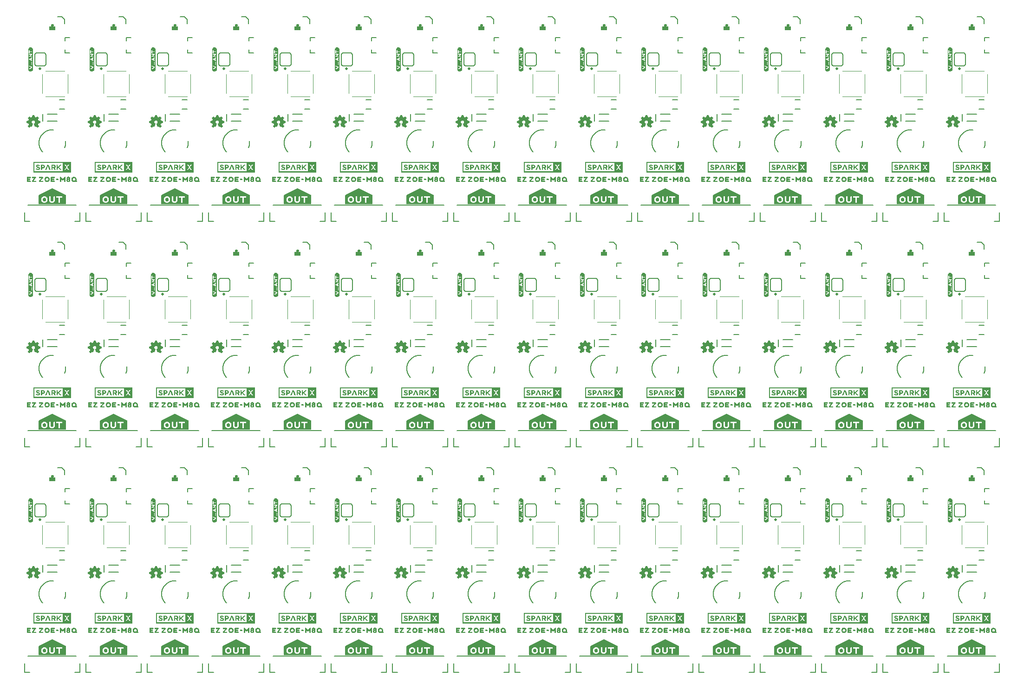
<source format=gto>
G04 EAGLE Gerber RS-274X export*
G75*
%MOMM*%
%FSLAX34Y34*%
%LPD*%
%INSilkscreen Top*%
%IPPOS*%
%AMOC8*
5,1,8,0,0,1.08239X$1,22.5*%
G01*
%ADD10C,0.203200*%
%ADD11C,0.152400*%
%ADD12C,0.508000*%
%ADD13C,0.100000*%
%ADD14C,0.254000*%

G36*
X1764077Y509925D02*
X1764077Y509925D01*
X1764072Y509933D01*
X1764079Y509939D01*
X1764079Y528921D01*
X1764043Y528969D01*
X1764036Y528963D01*
X1764030Y528971D01*
X1695450Y528971D01*
X1695403Y528935D01*
X1695408Y528927D01*
X1695401Y528921D01*
X1695401Y509939D01*
X1695437Y509891D01*
X1695444Y509897D01*
X1695450Y509889D01*
X1764030Y509889D01*
X1764077Y509925D01*
G37*
G36*
X1540557Y921405D02*
X1540557Y921405D01*
X1540552Y921413D01*
X1540559Y921419D01*
X1540559Y940401D01*
X1540523Y940449D01*
X1540516Y940443D01*
X1540510Y940451D01*
X1471930Y940451D01*
X1471883Y940415D01*
X1471888Y940407D01*
X1471881Y940401D01*
X1471881Y921419D01*
X1471917Y921371D01*
X1471924Y921377D01*
X1471930Y921369D01*
X1540510Y921369D01*
X1540557Y921405D01*
G37*
G36*
X1093517Y509925D02*
X1093517Y509925D01*
X1093512Y509933D01*
X1093519Y509939D01*
X1093519Y528921D01*
X1093483Y528969D01*
X1093476Y528963D01*
X1093470Y528971D01*
X1024890Y528971D01*
X1024843Y528935D01*
X1024848Y528927D01*
X1024841Y528921D01*
X1024841Y509939D01*
X1024877Y509891D01*
X1024884Y509897D01*
X1024890Y509889D01*
X1093470Y509889D01*
X1093517Y509925D01*
G37*
G36*
X981757Y509925D02*
X981757Y509925D01*
X981752Y509933D01*
X981759Y509939D01*
X981759Y528921D01*
X981723Y528969D01*
X981716Y528963D01*
X981710Y528971D01*
X913130Y528971D01*
X913083Y528935D01*
X913088Y528927D01*
X913081Y528921D01*
X913081Y509939D01*
X913117Y509891D01*
X913124Y509897D01*
X913130Y509889D01*
X981710Y509889D01*
X981757Y509925D01*
G37*
G36*
X1317037Y509925D02*
X1317037Y509925D01*
X1317032Y509933D01*
X1317039Y509939D01*
X1317039Y528921D01*
X1317003Y528969D01*
X1316996Y528963D01*
X1316990Y528971D01*
X1248410Y528971D01*
X1248363Y528935D01*
X1248368Y528927D01*
X1248361Y528921D01*
X1248361Y509939D01*
X1248397Y509891D01*
X1248404Y509897D01*
X1248410Y509889D01*
X1316990Y509889D01*
X1317037Y509925D01*
G37*
G36*
X87677Y509925D02*
X87677Y509925D01*
X87672Y509933D01*
X87679Y509939D01*
X87679Y528921D01*
X87643Y528969D01*
X87636Y528963D01*
X87630Y528971D01*
X19050Y528971D01*
X19003Y528935D01*
X19008Y528927D01*
X19001Y528921D01*
X19001Y509939D01*
X19037Y509891D01*
X19044Y509897D01*
X19050Y509889D01*
X87630Y509889D01*
X87677Y509925D01*
G37*
G36*
X646477Y509925D02*
X646477Y509925D01*
X646472Y509933D01*
X646479Y509939D01*
X646479Y528921D01*
X646443Y528969D01*
X646436Y528963D01*
X646430Y528971D01*
X577850Y528971D01*
X577803Y528935D01*
X577808Y528927D01*
X577801Y528921D01*
X577801Y509939D01*
X577837Y509891D01*
X577844Y509897D01*
X577850Y509889D01*
X646430Y509889D01*
X646477Y509925D01*
G37*
G36*
X758237Y509925D02*
X758237Y509925D01*
X758232Y509933D01*
X758239Y509939D01*
X758239Y528921D01*
X758203Y528969D01*
X758196Y528963D01*
X758190Y528971D01*
X689610Y528971D01*
X689563Y528935D01*
X689568Y528927D01*
X689561Y528921D01*
X689561Y509939D01*
X689597Y509891D01*
X689604Y509897D01*
X689610Y509889D01*
X758190Y509889D01*
X758237Y509925D01*
G37*
G36*
X534717Y509925D02*
X534717Y509925D01*
X534712Y509933D01*
X534719Y509939D01*
X534719Y528921D01*
X534683Y528969D01*
X534676Y528963D01*
X534670Y528971D01*
X466090Y528971D01*
X466043Y528935D01*
X466048Y528927D01*
X466041Y528921D01*
X466041Y509939D01*
X466077Y509891D01*
X466084Y509897D01*
X466090Y509889D01*
X534670Y509889D01*
X534717Y509925D01*
G37*
G36*
X199437Y509925D02*
X199437Y509925D01*
X199432Y509933D01*
X199439Y509939D01*
X199439Y528921D01*
X199403Y528969D01*
X199396Y528963D01*
X199390Y528971D01*
X130810Y528971D01*
X130763Y528935D01*
X130768Y528927D01*
X130761Y528921D01*
X130761Y509939D01*
X130797Y509891D01*
X130804Y509897D01*
X130810Y509889D01*
X199390Y509889D01*
X199437Y509925D01*
G37*
G36*
X422957Y98445D02*
X422957Y98445D01*
X422952Y98453D01*
X422959Y98459D01*
X422959Y117441D01*
X422923Y117489D01*
X422916Y117483D01*
X422910Y117491D01*
X354330Y117491D01*
X354283Y117455D01*
X354288Y117447D01*
X354281Y117441D01*
X354281Y98459D01*
X354317Y98411D01*
X354324Y98417D01*
X354330Y98409D01*
X422910Y98409D01*
X422957Y98445D01*
G37*
G36*
X869997Y509925D02*
X869997Y509925D01*
X869992Y509933D01*
X869999Y509939D01*
X869999Y528921D01*
X869963Y528969D01*
X869956Y528963D01*
X869950Y528971D01*
X801370Y528971D01*
X801323Y528935D01*
X801328Y528927D01*
X801321Y528921D01*
X801321Y509939D01*
X801357Y509891D01*
X801364Y509897D01*
X801370Y509889D01*
X869950Y509889D01*
X869997Y509925D01*
G37*
G36*
X1205277Y509925D02*
X1205277Y509925D01*
X1205272Y509933D01*
X1205279Y509939D01*
X1205279Y528921D01*
X1205243Y528969D01*
X1205236Y528963D01*
X1205230Y528971D01*
X1136650Y528971D01*
X1136603Y528935D01*
X1136608Y528927D01*
X1136601Y528921D01*
X1136601Y509939D01*
X1136637Y509891D01*
X1136644Y509897D01*
X1136650Y509889D01*
X1205230Y509889D01*
X1205277Y509925D01*
G37*
G36*
X311197Y509925D02*
X311197Y509925D01*
X311192Y509933D01*
X311199Y509939D01*
X311199Y528921D01*
X311163Y528969D01*
X311156Y528963D01*
X311150Y528971D01*
X242570Y528971D01*
X242523Y528935D01*
X242528Y528927D01*
X242521Y528921D01*
X242521Y509939D01*
X242557Y509891D01*
X242564Y509897D01*
X242570Y509889D01*
X311150Y509889D01*
X311197Y509925D01*
G37*
G36*
X1428797Y509925D02*
X1428797Y509925D01*
X1428792Y509933D01*
X1428799Y509939D01*
X1428799Y528921D01*
X1428763Y528969D01*
X1428756Y528963D01*
X1428750Y528971D01*
X1360170Y528971D01*
X1360123Y528935D01*
X1360128Y528927D01*
X1360121Y528921D01*
X1360121Y509939D01*
X1360157Y509891D01*
X1360164Y509897D01*
X1360170Y509889D01*
X1428750Y509889D01*
X1428797Y509925D01*
G37*
G36*
X1652317Y509925D02*
X1652317Y509925D01*
X1652312Y509933D01*
X1652319Y509939D01*
X1652319Y528921D01*
X1652283Y528969D01*
X1652276Y528963D01*
X1652270Y528971D01*
X1583690Y528971D01*
X1583643Y528935D01*
X1583648Y528927D01*
X1583641Y528921D01*
X1583641Y509939D01*
X1583677Y509891D01*
X1583684Y509897D01*
X1583690Y509889D01*
X1652270Y509889D01*
X1652317Y509925D01*
G37*
G36*
X422957Y509925D02*
X422957Y509925D01*
X422952Y509933D01*
X422959Y509939D01*
X422959Y528921D01*
X422923Y528969D01*
X422916Y528963D01*
X422910Y528971D01*
X354330Y528971D01*
X354283Y528935D01*
X354288Y528927D01*
X354281Y528921D01*
X354281Y509939D01*
X354317Y509891D01*
X354324Y509897D01*
X354330Y509889D01*
X422910Y509889D01*
X422957Y509925D01*
G37*
G36*
X1540557Y509925D02*
X1540557Y509925D01*
X1540552Y509933D01*
X1540559Y509939D01*
X1540559Y528921D01*
X1540523Y528969D01*
X1540516Y528963D01*
X1540510Y528971D01*
X1471930Y528971D01*
X1471883Y528935D01*
X1471888Y528927D01*
X1471881Y528921D01*
X1471881Y509939D01*
X1471917Y509891D01*
X1471924Y509897D01*
X1471930Y509889D01*
X1540510Y509889D01*
X1540557Y509925D01*
G37*
G36*
X87677Y921405D02*
X87677Y921405D01*
X87672Y921413D01*
X87679Y921419D01*
X87679Y940401D01*
X87643Y940449D01*
X87636Y940443D01*
X87630Y940451D01*
X19050Y940451D01*
X19003Y940415D01*
X19008Y940407D01*
X19001Y940401D01*
X19001Y921419D01*
X19037Y921371D01*
X19044Y921377D01*
X19050Y921369D01*
X87630Y921369D01*
X87677Y921405D01*
G37*
G36*
X869997Y98445D02*
X869997Y98445D01*
X869992Y98453D01*
X869999Y98459D01*
X869999Y117441D01*
X869963Y117489D01*
X869956Y117483D01*
X869950Y117491D01*
X801370Y117491D01*
X801323Y117455D01*
X801328Y117447D01*
X801321Y117441D01*
X801321Y98459D01*
X801357Y98411D01*
X801364Y98417D01*
X801370Y98409D01*
X869950Y98409D01*
X869997Y98445D01*
G37*
G36*
X1764077Y98445D02*
X1764077Y98445D01*
X1764072Y98453D01*
X1764079Y98459D01*
X1764079Y117441D01*
X1764043Y117489D01*
X1764036Y117483D01*
X1764030Y117491D01*
X1695450Y117491D01*
X1695403Y117455D01*
X1695408Y117447D01*
X1695401Y117441D01*
X1695401Y98459D01*
X1695437Y98411D01*
X1695444Y98417D01*
X1695450Y98409D01*
X1764030Y98409D01*
X1764077Y98445D01*
G37*
G36*
X311197Y98445D02*
X311197Y98445D01*
X311192Y98453D01*
X311199Y98459D01*
X311199Y117441D01*
X311163Y117489D01*
X311156Y117483D01*
X311150Y117491D01*
X242570Y117491D01*
X242523Y117455D01*
X242528Y117447D01*
X242521Y117441D01*
X242521Y98459D01*
X242557Y98411D01*
X242564Y98417D01*
X242570Y98409D01*
X311150Y98409D01*
X311197Y98445D01*
G37*
G36*
X646477Y98445D02*
X646477Y98445D01*
X646472Y98453D01*
X646479Y98459D01*
X646479Y117441D01*
X646443Y117489D01*
X646436Y117483D01*
X646430Y117491D01*
X577850Y117491D01*
X577803Y117455D01*
X577808Y117447D01*
X577801Y117441D01*
X577801Y98459D01*
X577837Y98411D01*
X577844Y98417D01*
X577850Y98409D01*
X646430Y98409D01*
X646477Y98445D01*
G37*
G36*
X1205277Y98445D02*
X1205277Y98445D01*
X1205272Y98453D01*
X1205279Y98459D01*
X1205279Y117441D01*
X1205243Y117489D01*
X1205236Y117483D01*
X1205230Y117491D01*
X1136650Y117491D01*
X1136603Y117455D01*
X1136608Y117447D01*
X1136601Y117441D01*
X1136601Y98459D01*
X1136637Y98411D01*
X1136644Y98417D01*
X1136650Y98409D01*
X1205230Y98409D01*
X1205277Y98445D01*
G37*
G36*
X758237Y98445D02*
X758237Y98445D01*
X758232Y98453D01*
X758239Y98459D01*
X758239Y117441D01*
X758203Y117489D01*
X758196Y117483D01*
X758190Y117491D01*
X689610Y117491D01*
X689563Y117455D01*
X689568Y117447D01*
X689561Y117441D01*
X689561Y98459D01*
X689597Y98411D01*
X689604Y98417D01*
X689610Y98409D01*
X758190Y98409D01*
X758237Y98445D01*
G37*
G36*
X1540557Y98445D02*
X1540557Y98445D01*
X1540552Y98453D01*
X1540559Y98459D01*
X1540559Y117441D01*
X1540523Y117489D01*
X1540516Y117483D01*
X1540510Y117491D01*
X1471930Y117491D01*
X1471883Y117455D01*
X1471888Y117447D01*
X1471881Y117441D01*
X1471881Y98459D01*
X1471917Y98411D01*
X1471924Y98417D01*
X1471930Y98409D01*
X1540510Y98409D01*
X1540557Y98445D01*
G37*
G36*
X534717Y98445D02*
X534717Y98445D01*
X534712Y98453D01*
X534719Y98459D01*
X534719Y117441D01*
X534683Y117489D01*
X534676Y117483D01*
X534670Y117491D01*
X466090Y117491D01*
X466043Y117455D01*
X466048Y117447D01*
X466041Y117441D01*
X466041Y98459D01*
X466077Y98411D01*
X466084Y98417D01*
X466090Y98409D01*
X534670Y98409D01*
X534717Y98445D01*
G37*
G36*
X534717Y921405D02*
X534717Y921405D01*
X534712Y921413D01*
X534719Y921419D01*
X534719Y940401D01*
X534683Y940449D01*
X534676Y940443D01*
X534670Y940451D01*
X466090Y940451D01*
X466043Y940415D01*
X466048Y940407D01*
X466041Y940401D01*
X466041Y921419D01*
X466077Y921371D01*
X466084Y921377D01*
X466090Y921369D01*
X534670Y921369D01*
X534717Y921405D01*
G37*
G36*
X981757Y921405D02*
X981757Y921405D01*
X981752Y921413D01*
X981759Y921419D01*
X981759Y940401D01*
X981723Y940449D01*
X981716Y940443D01*
X981710Y940451D01*
X913130Y940451D01*
X913083Y940415D01*
X913088Y940407D01*
X913081Y940401D01*
X913081Y921419D01*
X913117Y921371D01*
X913124Y921377D01*
X913130Y921369D01*
X981710Y921369D01*
X981757Y921405D01*
G37*
G36*
X422957Y921405D02*
X422957Y921405D01*
X422952Y921413D01*
X422959Y921419D01*
X422959Y940401D01*
X422923Y940449D01*
X422916Y940443D01*
X422910Y940451D01*
X354330Y940451D01*
X354283Y940415D01*
X354288Y940407D01*
X354281Y940401D01*
X354281Y921419D01*
X354317Y921371D01*
X354324Y921377D01*
X354330Y921369D01*
X422910Y921369D01*
X422957Y921405D01*
G37*
G36*
X1428797Y921405D02*
X1428797Y921405D01*
X1428792Y921413D01*
X1428799Y921419D01*
X1428799Y940401D01*
X1428763Y940449D01*
X1428756Y940443D01*
X1428750Y940451D01*
X1360170Y940451D01*
X1360123Y940415D01*
X1360128Y940407D01*
X1360121Y940401D01*
X1360121Y921419D01*
X1360157Y921371D01*
X1360164Y921377D01*
X1360170Y921369D01*
X1428750Y921369D01*
X1428797Y921405D01*
G37*
G36*
X646477Y921405D02*
X646477Y921405D01*
X646472Y921413D01*
X646479Y921419D01*
X646479Y940401D01*
X646443Y940449D01*
X646436Y940443D01*
X646430Y940451D01*
X577850Y940451D01*
X577803Y940415D01*
X577808Y940407D01*
X577801Y940401D01*
X577801Y921419D01*
X577837Y921371D01*
X577844Y921377D01*
X577850Y921369D01*
X646430Y921369D01*
X646477Y921405D01*
G37*
G36*
X1652317Y921405D02*
X1652317Y921405D01*
X1652312Y921413D01*
X1652319Y921419D01*
X1652319Y940401D01*
X1652283Y940449D01*
X1652276Y940443D01*
X1652270Y940451D01*
X1583690Y940451D01*
X1583643Y940415D01*
X1583648Y940407D01*
X1583641Y940401D01*
X1583641Y921419D01*
X1583677Y921371D01*
X1583684Y921377D01*
X1583690Y921369D01*
X1652270Y921369D01*
X1652317Y921405D01*
G37*
G36*
X311197Y921405D02*
X311197Y921405D01*
X311192Y921413D01*
X311199Y921419D01*
X311199Y940401D01*
X311163Y940449D01*
X311156Y940443D01*
X311150Y940451D01*
X242570Y940451D01*
X242523Y940415D01*
X242528Y940407D01*
X242521Y940401D01*
X242521Y921419D01*
X242557Y921371D01*
X242564Y921377D01*
X242570Y921369D01*
X311150Y921369D01*
X311197Y921405D01*
G37*
G36*
X1764077Y921405D02*
X1764077Y921405D01*
X1764072Y921413D01*
X1764079Y921419D01*
X1764079Y940401D01*
X1764043Y940449D01*
X1764036Y940443D01*
X1764030Y940451D01*
X1695450Y940451D01*
X1695403Y940415D01*
X1695408Y940407D01*
X1695401Y940401D01*
X1695401Y921419D01*
X1695437Y921371D01*
X1695444Y921377D01*
X1695450Y921369D01*
X1764030Y921369D01*
X1764077Y921405D01*
G37*
G36*
X199437Y921405D02*
X199437Y921405D01*
X199432Y921413D01*
X199439Y921419D01*
X199439Y940401D01*
X199403Y940449D01*
X199396Y940443D01*
X199390Y940451D01*
X130810Y940451D01*
X130763Y940415D01*
X130768Y940407D01*
X130761Y940401D01*
X130761Y921419D01*
X130797Y921371D01*
X130804Y921377D01*
X130810Y921369D01*
X199390Y921369D01*
X199437Y921405D01*
G37*
G36*
X869997Y921405D02*
X869997Y921405D01*
X869992Y921413D01*
X869999Y921419D01*
X869999Y940401D01*
X869963Y940449D01*
X869956Y940443D01*
X869950Y940451D01*
X801370Y940451D01*
X801323Y940415D01*
X801328Y940407D01*
X801321Y940401D01*
X801321Y921419D01*
X801357Y921371D01*
X801364Y921377D01*
X801370Y921369D01*
X869950Y921369D01*
X869997Y921405D01*
G37*
G36*
X1317037Y921405D02*
X1317037Y921405D01*
X1317032Y921413D01*
X1317039Y921419D01*
X1317039Y940401D01*
X1317003Y940449D01*
X1316996Y940443D01*
X1316990Y940451D01*
X1248410Y940451D01*
X1248363Y940415D01*
X1248368Y940407D01*
X1248361Y940401D01*
X1248361Y921419D01*
X1248397Y921371D01*
X1248404Y921377D01*
X1248410Y921369D01*
X1316990Y921369D01*
X1317037Y921405D01*
G37*
G36*
X758237Y921405D02*
X758237Y921405D01*
X758232Y921413D01*
X758239Y921419D01*
X758239Y940401D01*
X758203Y940449D01*
X758196Y940443D01*
X758190Y940451D01*
X689610Y940451D01*
X689563Y940415D01*
X689568Y940407D01*
X689561Y940401D01*
X689561Y921419D01*
X689597Y921371D01*
X689604Y921377D01*
X689610Y921369D01*
X758190Y921369D01*
X758237Y921405D01*
G37*
G36*
X1093517Y921405D02*
X1093517Y921405D01*
X1093512Y921413D01*
X1093519Y921419D01*
X1093519Y940401D01*
X1093483Y940449D01*
X1093476Y940443D01*
X1093470Y940451D01*
X1024890Y940451D01*
X1024843Y940415D01*
X1024848Y940407D01*
X1024841Y940401D01*
X1024841Y921419D01*
X1024877Y921371D01*
X1024884Y921377D01*
X1024890Y921369D01*
X1093470Y921369D01*
X1093517Y921405D01*
G37*
G36*
X1205277Y921405D02*
X1205277Y921405D01*
X1205272Y921413D01*
X1205279Y921419D01*
X1205279Y940401D01*
X1205243Y940449D01*
X1205236Y940443D01*
X1205230Y940451D01*
X1136650Y940451D01*
X1136603Y940415D01*
X1136608Y940407D01*
X1136601Y940401D01*
X1136601Y921419D01*
X1136637Y921371D01*
X1136644Y921377D01*
X1136650Y921369D01*
X1205230Y921369D01*
X1205277Y921405D01*
G37*
G36*
X981757Y98445D02*
X981757Y98445D01*
X981752Y98453D01*
X981759Y98459D01*
X981759Y117441D01*
X981723Y117489D01*
X981716Y117483D01*
X981710Y117491D01*
X913130Y117491D01*
X913083Y117455D01*
X913088Y117447D01*
X913081Y117441D01*
X913081Y98459D01*
X913117Y98411D01*
X913124Y98417D01*
X913130Y98409D01*
X981710Y98409D01*
X981757Y98445D01*
G37*
G36*
X1093517Y98445D02*
X1093517Y98445D01*
X1093512Y98453D01*
X1093519Y98459D01*
X1093519Y117441D01*
X1093483Y117489D01*
X1093476Y117483D01*
X1093470Y117491D01*
X1024890Y117491D01*
X1024843Y117455D01*
X1024848Y117447D01*
X1024841Y117441D01*
X1024841Y98459D01*
X1024877Y98411D01*
X1024884Y98417D01*
X1024890Y98409D01*
X1093470Y98409D01*
X1093517Y98445D01*
G37*
G36*
X1652317Y98445D02*
X1652317Y98445D01*
X1652312Y98453D01*
X1652319Y98459D01*
X1652319Y117441D01*
X1652283Y117489D01*
X1652276Y117483D01*
X1652270Y117491D01*
X1583690Y117491D01*
X1583643Y117455D01*
X1583648Y117447D01*
X1583641Y117441D01*
X1583641Y98459D01*
X1583677Y98411D01*
X1583684Y98417D01*
X1583690Y98409D01*
X1652270Y98409D01*
X1652317Y98445D01*
G37*
G36*
X199437Y98445D02*
X199437Y98445D01*
X199432Y98453D01*
X199439Y98459D01*
X199439Y117441D01*
X199403Y117489D01*
X199396Y117483D01*
X199390Y117491D01*
X130810Y117491D01*
X130763Y117455D01*
X130768Y117447D01*
X130761Y117441D01*
X130761Y98459D01*
X130797Y98411D01*
X130804Y98417D01*
X130810Y98409D01*
X199390Y98409D01*
X199437Y98445D01*
G37*
G36*
X87643Y117489D02*
X87643Y117489D01*
X87636Y117483D01*
X87630Y117491D01*
X19050Y117491D01*
X19003Y117455D01*
X19008Y117447D01*
X19001Y117441D01*
X19001Y98459D01*
X19037Y98411D01*
X19044Y98417D01*
X19050Y98409D01*
X87630Y98409D01*
X87677Y98445D01*
X87672Y98453D01*
X87679Y98459D01*
X87679Y117441D01*
X87643Y117489D01*
G37*
G36*
X1317037Y98445D02*
X1317037Y98445D01*
X1317032Y98453D01*
X1317039Y98459D01*
X1317039Y117441D01*
X1317003Y117489D01*
X1316996Y117483D01*
X1316990Y117491D01*
X1248410Y117491D01*
X1248363Y117455D01*
X1248368Y117447D01*
X1248361Y117441D01*
X1248361Y98459D01*
X1248397Y98411D01*
X1248404Y98417D01*
X1248410Y98409D01*
X1316990Y98409D01*
X1317037Y98445D01*
G37*
G36*
X1428797Y98445D02*
X1428797Y98445D01*
X1428792Y98453D01*
X1428799Y98459D01*
X1428799Y117441D01*
X1428763Y117489D01*
X1428756Y117483D01*
X1428750Y117491D01*
X1360170Y117491D01*
X1360123Y117455D01*
X1360128Y117447D01*
X1360121Y117441D01*
X1360121Y98459D01*
X1360157Y98411D01*
X1360164Y98417D01*
X1360170Y98409D01*
X1428750Y98409D01*
X1428797Y98445D01*
G37*
G36*
X748547Y863341D02*
X748547Y863341D01*
X748747Y864041D01*
X748744Y864051D01*
X748749Y864055D01*
X748749Y879240D01*
X748763Y879270D01*
X748771Y879340D01*
X748788Y879409D01*
X748784Y879462D01*
X748790Y879514D01*
X748775Y879584D01*
X748770Y879654D01*
X748749Y879703D01*
X748749Y880055D01*
X748724Y880088D01*
X748722Y880099D01*
X748122Y880399D01*
X748106Y880396D01*
X748100Y880404D01*
X747874Y880404D01*
X724240Y892221D01*
X724219Y892227D01*
X724201Y892239D01*
X724102Y892264D01*
X724006Y892294D01*
X723984Y892293D01*
X723962Y892299D01*
X723861Y892291D01*
X723760Y892288D01*
X723739Y892281D01*
X723717Y892279D01*
X723560Y892221D01*
X699926Y880404D01*
X699500Y880404D01*
X699479Y880388D01*
X699465Y880390D01*
X699065Y879990D01*
X699063Y879973D01*
X699053Y879966D01*
X699057Y879960D01*
X699051Y879955D01*
X699051Y879710D01*
X699037Y879680D01*
X699031Y879627D01*
X699016Y879576D01*
X699018Y879506D01*
X699010Y879436D01*
X699021Y879384D01*
X699023Y879331D01*
X699047Y879264D01*
X699051Y879247D01*
X699051Y863855D01*
X699062Y863840D01*
X699058Y863830D01*
X699358Y863330D01*
X699392Y863316D01*
X699400Y863306D01*
X748500Y863306D01*
X748547Y863341D01*
G37*
G36*
X748547Y40381D02*
X748547Y40381D01*
X748747Y41081D01*
X748744Y41091D01*
X748749Y41095D01*
X748749Y56280D01*
X748763Y56310D01*
X748771Y56380D01*
X748788Y56449D01*
X748784Y56502D01*
X748790Y56554D01*
X748775Y56624D01*
X748770Y56694D01*
X748749Y56743D01*
X748749Y57095D01*
X748724Y57128D01*
X748722Y57139D01*
X748122Y57439D01*
X748106Y57436D01*
X748100Y57444D01*
X747874Y57444D01*
X724240Y69261D01*
X724219Y69267D01*
X724201Y69279D01*
X724102Y69304D01*
X724006Y69334D01*
X723984Y69333D01*
X723962Y69339D01*
X723861Y69331D01*
X723760Y69328D01*
X723739Y69321D01*
X723717Y69319D01*
X723560Y69261D01*
X699926Y57444D01*
X699500Y57444D01*
X699479Y57428D01*
X699465Y57430D01*
X699065Y57030D01*
X699063Y57013D01*
X699053Y57006D01*
X699057Y57000D01*
X699051Y56995D01*
X699051Y56750D01*
X699037Y56720D01*
X699031Y56667D01*
X699016Y56616D01*
X699018Y56546D01*
X699010Y56476D01*
X699021Y56424D01*
X699023Y56371D01*
X699047Y56304D01*
X699051Y56287D01*
X699051Y40895D01*
X699062Y40880D01*
X699058Y40870D01*
X699358Y40370D01*
X699392Y40356D01*
X699400Y40346D01*
X748500Y40346D01*
X748547Y40381D01*
G37*
G36*
X525027Y863341D02*
X525027Y863341D01*
X525227Y864041D01*
X525224Y864051D01*
X525229Y864055D01*
X525229Y879240D01*
X525243Y879270D01*
X525251Y879340D01*
X525268Y879409D01*
X525264Y879462D01*
X525270Y879514D01*
X525255Y879584D01*
X525250Y879654D01*
X525229Y879703D01*
X525229Y880055D01*
X525204Y880088D01*
X525202Y880099D01*
X524602Y880399D01*
X524586Y880396D01*
X524580Y880404D01*
X524354Y880404D01*
X500720Y892221D01*
X500699Y892227D01*
X500681Y892239D01*
X500582Y892264D01*
X500486Y892294D01*
X500464Y892293D01*
X500442Y892299D01*
X500341Y892291D01*
X500240Y892288D01*
X500219Y892281D01*
X500197Y892279D01*
X500040Y892221D01*
X476406Y880404D01*
X475980Y880404D01*
X475959Y880388D01*
X475945Y880390D01*
X475545Y879990D01*
X475543Y879973D01*
X475533Y879966D01*
X475537Y879960D01*
X475531Y879955D01*
X475531Y879710D01*
X475517Y879680D01*
X475511Y879627D01*
X475496Y879576D01*
X475498Y879506D01*
X475490Y879436D01*
X475501Y879384D01*
X475503Y879331D01*
X475527Y879264D01*
X475531Y879247D01*
X475531Y863855D01*
X475542Y863840D01*
X475538Y863830D01*
X475838Y863330D01*
X475872Y863316D01*
X475880Y863306D01*
X524980Y863306D01*
X525027Y863341D01*
G37*
G36*
X1754387Y863341D02*
X1754387Y863341D01*
X1754587Y864041D01*
X1754584Y864051D01*
X1754589Y864055D01*
X1754589Y879240D01*
X1754603Y879270D01*
X1754611Y879340D01*
X1754628Y879409D01*
X1754624Y879462D01*
X1754630Y879514D01*
X1754615Y879584D01*
X1754610Y879654D01*
X1754589Y879703D01*
X1754589Y880055D01*
X1754564Y880088D01*
X1754562Y880099D01*
X1753962Y880399D01*
X1753946Y880396D01*
X1753940Y880404D01*
X1753714Y880404D01*
X1730080Y892221D01*
X1730059Y892227D01*
X1730041Y892239D01*
X1729942Y892264D01*
X1729846Y892294D01*
X1729824Y892293D01*
X1729802Y892299D01*
X1729701Y892291D01*
X1729600Y892288D01*
X1729579Y892281D01*
X1729557Y892279D01*
X1729400Y892221D01*
X1705766Y880404D01*
X1705340Y880404D01*
X1705319Y880388D01*
X1705305Y880390D01*
X1704905Y879990D01*
X1704903Y879973D01*
X1704893Y879966D01*
X1704897Y879960D01*
X1704891Y879955D01*
X1704891Y879710D01*
X1704877Y879680D01*
X1704871Y879627D01*
X1704856Y879576D01*
X1704858Y879506D01*
X1704850Y879436D01*
X1704861Y879384D01*
X1704863Y879331D01*
X1704887Y879264D01*
X1704891Y879247D01*
X1704891Y863855D01*
X1704902Y863840D01*
X1704898Y863830D01*
X1705198Y863330D01*
X1705232Y863316D01*
X1705240Y863306D01*
X1754340Y863306D01*
X1754387Y863341D01*
G37*
G36*
X1419107Y863341D02*
X1419107Y863341D01*
X1419307Y864041D01*
X1419304Y864051D01*
X1419309Y864055D01*
X1419309Y879240D01*
X1419323Y879270D01*
X1419331Y879340D01*
X1419348Y879409D01*
X1419344Y879462D01*
X1419350Y879514D01*
X1419335Y879584D01*
X1419330Y879654D01*
X1419309Y879703D01*
X1419309Y880055D01*
X1419284Y880088D01*
X1419282Y880099D01*
X1418682Y880399D01*
X1418666Y880396D01*
X1418660Y880404D01*
X1418434Y880404D01*
X1394800Y892221D01*
X1394779Y892227D01*
X1394761Y892239D01*
X1394662Y892264D01*
X1394566Y892294D01*
X1394544Y892293D01*
X1394522Y892299D01*
X1394421Y892291D01*
X1394320Y892288D01*
X1394299Y892281D01*
X1394277Y892279D01*
X1394120Y892221D01*
X1370486Y880404D01*
X1370060Y880404D01*
X1370039Y880388D01*
X1370025Y880390D01*
X1369625Y879990D01*
X1369623Y879973D01*
X1369613Y879966D01*
X1369617Y879960D01*
X1369611Y879955D01*
X1369611Y879710D01*
X1369597Y879680D01*
X1369591Y879627D01*
X1369576Y879576D01*
X1369578Y879506D01*
X1369570Y879436D01*
X1369581Y879384D01*
X1369583Y879331D01*
X1369607Y879264D01*
X1369611Y879247D01*
X1369611Y863855D01*
X1369622Y863840D01*
X1369618Y863830D01*
X1369918Y863330D01*
X1369952Y863316D01*
X1369960Y863306D01*
X1419060Y863306D01*
X1419107Y863341D01*
G37*
G36*
X972067Y863341D02*
X972067Y863341D01*
X972267Y864041D01*
X972264Y864051D01*
X972269Y864055D01*
X972269Y879240D01*
X972283Y879270D01*
X972291Y879340D01*
X972308Y879409D01*
X972304Y879462D01*
X972310Y879514D01*
X972295Y879584D01*
X972290Y879654D01*
X972269Y879703D01*
X972269Y880055D01*
X972244Y880088D01*
X972242Y880099D01*
X971642Y880399D01*
X971626Y880396D01*
X971620Y880404D01*
X971394Y880404D01*
X947760Y892221D01*
X947739Y892227D01*
X947721Y892239D01*
X947622Y892264D01*
X947526Y892294D01*
X947504Y892293D01*
X947482Y892299D01*
X947381Y892291D01*
X947280Y892288D01*
X947259Y892281D01*
X947237Y892279D01*
X947080Y892221D01*
X923446Y880404D01*
X923020Y880404D01*
X922999Y880388D01*
X922985Y880390D01*
X922585Y879990D01*
X922583Y879973D01*
X922573Y879966D01*
X922577Y879960D01*
X922571Y879955D01*
X922571Y879710D01*
X922557Y879680D01*
X922551Y879627D01*
X922536Y879576D01*
X922538Y879506D01*
X922530Y879436D01*
X922541Y879384D01*
X922543Y879331D01*
X922567Y879264D01*
X922571Y879247D01*
X922571Y863855D01*
X922582Y863840D01*
X922578Y863830D01*
X922878Y863330D01*
X922912Y863316D01*
X922920Y863306D01*
X972020Y863306D01*
X972067Y863341D01*
G37*
G36*
X189747Y863341D02*
X189747Y863341D01*
X189947Y864041D01*
X189944Y864051D01*
X189949Y864055D01*
X189949Y879240D01*
X189963Y879270D01*
X189971Y879340D01*
X189988Y879409D01*
X189984Y879462D01*
X189990Y879514D01*
X189975Y879584D01*
X189970Y879654D01*
X189949Y879703D01*
X189949Y880055D01*
X189924Y880088D01*
X189922Y880099D01*
X189322Y880399D01*
X189306Y880396D01*
X189300Y880404D01*
X189074Y880404D01*
X165440Y892221D01*
X165419Y892227D01*
X165401Y892239D01*
X165302Y892264D01*
X165206Y892294D01*
X165184Y892293D01*
X165162Y892299D01*
X165061Y892291D01*
X164960Y892288D01*
X164939Y892281D01*
X164917Y892279D01*
X164760Y892221D01*
X141126Y880404D01*
X140700Y880404D01*
X140679Y880388D01*
X140665Y880390D01*
X140265Y879990D01*
X140263Y879973D01*
X140253Y879966D01*
X140257Y879960D01*
X140251Y879955D01*
X140251Y879710D01*
X140237Y879680D01*
X140231Y879627D01*
X140216Y879576D01*
X140218Y879506D01*
X140210Y879436D01*
X140221Y879384D01*
X140223Y879331D01*
X140247Y879264D01*
X140251Y879247D01*
X140251Y863855D01*
X140262Y863840D01*
X140258Y863830D01*
X140558Y863330D01*
X140592Y863316D01*
X140600Y863306D01*
X189700Y863306D01*
X189747Y863341D01*
G37*
G36*
X860307Y863341D02*
X860307Y863341D01*
X860507Y864041D01*
X860504Y864051D01*
X860509Y864055D01*
X860509Y879240D01*
X860523Y879270D01*
X860531Y879340D01*
X860548Y879409D01*
X860544Y879462D01*
X860550Y879514D01*
X860535Y879584D01*
X860530Y879654D01*
X860509Y879703D01*
X860509Y880055D01*
X860484Y880088D01*
X860482Y880099D01*
X859882Y880399D01*
X859866Y880396D01*
X859860Y880404D01*
X859634Y880404D01*
X836000Y892221D01*
X835979Y892227D01*
X835961Y892239D01*
X835862Y892264D01*
X835766Y892294D01*
X835744Y892293D01*
X835722Y892299D01*
X835621Y892291D01*
X835520Y892288D01*
X835499Y892281D01*
X835477Y892279D01*
X835320Y892221D01*
X811686Y880404D01*
X811260Y880404D01*
X811239Y880388D01*
X811225Y880390D01*
X810825Y879990D01*
X810823Y879973D01*
X810813Y879966D01*
X810817Y879960D01*
X810811Y879955D01*
X810811Y879710D01*
X810797Y879680D01*
X810791Y879627D01*
X810776Y879576D01*
X810778Y879506D01*
X810770Y879436D01*
X810781Y879384D01*
X810783Y879331D01*
X810807Y879264D01*
X810811Y879247D01*
X810811Y863855D01*
X810822Y863840D01*
X810818Y863830D01*
X811118Y863330D01*
X811152Y863316D01*
X811160Y863306D01*
X860260Y863306D01*
X860307Y863341D01*
G37*
G36*
X1307347Y863341D02*
X1307347Y863341D01*
X1307547Y864041D01*
X1307544Y864051D01*
X1307549Y864055D01*
X1307549Y879240D01*
X1307563Y879270D01*
X1307571Y879340D01*
X1307588Y879409D01*
X1307584Y879462D01*
X1307590Y879514D01*
X1307575Y879584D01*
X1307570Y879654D01*
X1307549Y879703D01*
X1307549Y880055D01*
X1307524Y880088D01*
X1307522Y880099D01*
X1306922Y880399D01*
X1306906Y880396D01*
X1306900Y880404D01*
X1306674Y880404D01*
X1283040Y892221D01*
X1283019Y892227D01*
X1283001Y892239D01*
X1282902Y892264D01*
X1282806Y892294D01*
X1282784Y892293D01*
X1282762Y892299D01*
X1282661Y892291D01*
X1282560Y892288D01*
X1282539Y892281D01*
X1282517Y892279D01*
X1282360Y892221D01*
X1258726Y880404D01*
X1258300Y880404D01*
X1258279Y880388D01*
X1258265Y880390D01*
X1257865Y879990D01*
X1257863Y879973D01*
X1257853Y879966D01*
X1257857Y879960D01*
X1257851Y879955D01*
X1257851Y879710D01*
X1257837Y879680D01*
X1257831Y879627D01*
X1257816Y879576D01*
X1257818Y879506D01*
X1257810Y879436D01*
X1257821Y879384D01*
X1257823Y879331D01*
X1257847Y879264D01*
X1257851Y879247D01*
X1257851Y863855D01*
X1257862Y863840D01*
X1257858Y863830D01*
X1258158Y863330D01*
X1258192Y863316D01*
X1258200Y863306D01*
X1307300Y863306D01*
X1307347Y863341D01*
G37*
G36*
X1642627Y863341D02*
X1642627Y863341D01*
X1642827Y864041D01*
X1642824Y864051D01*
X1642829Y864055D01*
X1642829Y879240D01*
X1642843Y879270D01*
X1642851Y879340D01*
X1642868Y879409D01*
X1642864Y879462D01*
X1642870Y879514D01*
X1642855Y879584D01*
X1642850Y879654D01*
X1642829Y879703D01*
X1642829Y880055D01*
X1642804Y880088D01*
X1642802Y880099D01*
X1642202Y880399D01*
X1642186Y880396D01*
X1642180Y880404D01*
X1641954Y880404D01*
X1618320Y892221D01*
X1618299Y892227D01*
X1618281Y892239D01*
X1618182Y892264D01*
X1618086Y892294D01*
X1618064Y892293D01*
X1618042Y892299D01*
X1617941Y892291D01*
X1617840Y892288D01*
X1617819Y892281D01*
X1617797Y892279D01*
X1617640Y892221D01*
X1594006Y880404D01*
X1593580Y880404D01*
X1593559Y880388D01*
X1593545Y880390D01*
X1593145Y879990D01*
X1593143Y879973D01*
X1593133Y879966D01*
X1593137Y879960D01*
X1593131Y879955D01*
X1593131Y879710D01*
X1593117Y879680D01*
X1593111Y879627D01*
X1593096Y879576D01*
X1593098Y879506D01*
X1593090Y879436D01*
X1593101Y879384D01*
X1593103Y879331D01*
X1593127Y879264D01*
X1593131Y879247D01*
X1593131Y863855D01*
X1593142Y863840D01*
X1593138Y863830D01*
X1593438Y863330D01*
X1593472Y863316D01*
X1593480Y863306D01*
X1642580Y863306D01*
X1642627Y863341D01*
G37*
G36*
X1195587Y863341D02*
X1195587Y863341D01*
X1195787Y864041D01*
X1195784Y864051D01*
X1195789Y864055D01*
X1195789Y879240D01*
X1195803Y879270D01*
X1195811Y879340D01*
X1195828Y879409D01*
X1195824Y879462D01*
X1195830Y879514D01*
X1195815Y879584D01*
X1195810Y879654D01*
X1195789Y879703D01*
X1195789Y880055D01*
X1195764Y880088D01*
X1195762Y880099D01*
X1195162Y880399D01*
X1195146Y880396D01*
X1195140Y880404D01*
X1194914Y880404D01*
X1171280Y892221D01*
X1171259Y892227D01*
X1171241Y892239D01*
X1171142Y892264D01*
X1171046Y892294D01*
X1171024Y892293D01*
X1171002Y892299D01*
X1170901Y892291D01*
X1170800Y892288D01*
X1170779Y892281D01*
X1170757Y892279D01*
X1170600Y892221D01*
X1146966Y880404D01*
X1146540Y880404D01*
X1146519Y880388D01*
X1146505Y880390D01*
X1146105Y879990D01*
X1146103Y879973D01*
X1146093Y879966D01*
X1146097Y879960D01*
X1146091Y879955D01*
X1146091Y879710D01*
X1146077Y879680D01*
X1146071Y879627D01*
X1146056Y879576D01*
X1146058Y879506D01*
X1146050Y879436D01*
X1146061Y879384D01*
X1146063Y879331D01*
X1146087Y879264D01*
X1146091Y879247D01*
X1146091Y863855D01*
X1146102Y863840D01*
X1146098Y863830D01*
X1146398Y863330D01*
X1146432Y863316D01*
X1146440Y863306D01*
X1195540Y863306D01*
X1195587Y863341D01*
G37*
G36*
X636787Y863341D02*
X636787Y863341D01*
X636987Y864041D01*
X636984Y864051D01*
X636989Y864055D01*
X636989Y879240D01*
X637003Y879270D01*
X637011Y879340D01*
X637028Y879409D01*
X637024Y879462D01*
X637030Y879514D01*
X637015Y879584D01*
X637010Y879654D01*
X636989Y879703D01*
X636989Y880055D01*
X636964Y880088D01*
X636962Y880099D01*
X636362Y880399D01*
X636346Y880396D01*
X636340Y880404D01*
X636114Y880404D01*
X612480Y892221D01*
X612459Y892227D01*
X612441Y892239D01*
X612342Y892264D01*
X612246Y892294D01*
X612224Y892293D01*
X612202Y892299D01*
X612101Y892291D01*
X612000Y892288D01*
X611979Y892281D01*
X611957Y892279D01*
X611800Y892221D01*
X588166Y880404D01*
X587740Y880404D01*
X587719Y880388D01*
X587705Y880390D01*
X587305Y879990D01*
X587303Y879973D01*
X587293Y879966D01*
X587297Y879960D01*
X587291Y879955D01*
X587291Y879710D01*
X587277Y879680D01*
X587271Y879627D01*
X587256Y879576D01*
X587258Y879506D01*
X587250Y879436D01*
X587261Y879384D01*
X587263Y879331D01*
X587287Y879264D01*
X587291Y879247D01*
X587291Y863855D01*
X587302Y863840D01*
X587298Y863830D01*
X587598Y863330D01*
X587632Y863316D01*
X587640Y863306D01*
X636740Y863306D01*
X636787Y863341D01*
G37*
G36*
X301507Y40381D02*
X301507Y40381D01*
X301707Y41081D01*
X301704Y41091D01*
X301709Y41095D01*
X301709Y56280D01*
X301723Y56310D01*
X301731Y56380D01*
X301748Y56449D01*
X301744Y56502D01*
X301750Y56554D01*
X301735Y56624D01*
X301730Y56694D01*
X301709Y56743D01*
X301709Y57095D01*
X301684Y57128D01*
X301682Y57139D01*
X301082Y57439D01*
X301066Y57436D01*
X301060Y57444D01*
X300834Y57444D01*
X277200Y69261D01*
X277179Y69267D01*
X277161Y69279D01*
X277062Y69304D01*
X276966Y69334D01*
X276944Y69333D01*
X276922Y69339D01*
X276821Y69331D01*
X276720Y69328D01*
X276699Y69321D01*
X276677Y69319D01*
X276520Y69261D01*
X252886Y57444D01*
X252460Y57444D01*
X252439Y57428D01*
X252425Y57430D01*
X252025Y57030D01*
X252023Y57013D01*
X252013Y57006D01*
X252017Y57000D01*
X252011Y56995D01*
X252011Y56750D01*
X251997Y56720D01*
X251991Y56667D01*
X251976Y56616D01*
X251978Y56546D01*
X251970Y56476D01*
X251981Y56424D01*
X251983Y56371D01*
X252007Y56304D01*
X252011Y56287D01*
X252011Y40895D01*
X252022Y40880D01*
X252018Y40870D01*
X252318Y40370D01*
X252352Y40356D01*
X252360Y40346D01*
X301460Y40346D01*
X301507Y40381D01*
G37*
G36*
X860307Y40381D02*
X860307Y40381D01*
X860507Y41081D01*
X860504Y41091D01*
X860509Y41095D01*
X860509Y56280D01*
X860523Y56310D01*
X860531Y56380D01*
X860548Y56449D01*
X860544Y56502D01*
X860550Y56554D01*
X860535Y56624D01*
X860530Y56694D01*
X860509Y56743D01*
X860509Y57095D01*
X860484Y57128D01*
X860482Y57139D01*
X859882Y57439D01*
X859866Y57436D01*
X859860Y57444D01*
X859634Y57444D01*
X836000Y69261D01*
X835979Y69267D01*
X835961Y69279D01*
X835862Y69304D01*
X835766Y69334D01*
X835744Y69333D01*
X835722Y69339D01*
X835621Y69331D01*
X835520Y69328D01*
X835499Y69321D01*
X835477Y69319D01*
X835320Y69261D01*
X811686Y57444D01*
X811260Y57444D01*
X811239Y57428D01*
X811225Y57430D01*
X810825Y57030D01*
X810823Y57013D01*
X810813Y57006D01*
X810817Y57000D01*
X810811Y56995D01*
X810811Y56750D01*
X810797Y56720D01*
X810791Y56667D01*
X810776Y56616D01*
X810778Y56546D01*
X810770Y56476D01*
X810781Y56424D01*
X810783Y56371D01*
X810807Y56304D01*
X810811Y56287D01*
X810811Y40895D01*
X810822Y40880D01*
X810818Y40870D01*
X811118Y40370D01*
X811152Y40356D01*
X811160Y40346D01*
X860260Y40346D01*
X860307Y40381D01*
G37*
G36*
X413267Y40381D02*
X413267Y40381D01*
X413467Y41081D01*
X413464Y41091D01*
X413469Y41095D01*
X413469Y56280D01*
X413483Y56310D01*
X413491Y56380D01*
X413508Y56449D01*
X413504Y56502D01*
X413510Y56554D01*
X413495Y56624D01*
X413490Y56694D01*
X413469Y56743D01*
X413469Y57095D01*
X413444Y57128D01*
X413442Y57139D01*
X412842Y57439D01*
X412826Y57436D01*
X412820Y57444D01*
X412594Y57444D01*
X388960Y69261D01*
X388939Y69267D01*
X388921Y69279D01*
X388822Y69304D01*
X388726Y69334D01*
X388704Y69333D01*
X388682Y69339D01*
X388581Y69331D01*
X388480Y69328D01*
X388459Y69321D01*
X388437Y69319D01*
X388280Y69261D01*
X364646Y57444D01*
X364220Y57444D01*
X364199Y57428D01*
X364185Y57430D01*
X363785Y57030D01*
X363783Y57013D01*
X363773Y57006D01*
X363777Y57000D01*
X363771Y56995D01*
X363771Y56750D01*
X363757Y56720D01*
X363751Y56667D01*
X363736Y56616D01*
X363738Y56546D01*
X363730Y56476D01*
X363741Y56424D01*
X363743Y56371D01*
X363767Y56304D01*
X363771Y56287D01*
X363771Y40895D01*
X363782Y40880D01*
X363778Y40870D01*
X364078Y40370D01*
X364112Y40356D01*
X364120Y40346D01*
X413220Y40346D01*
X413267Y40381D01*
G37*
G36*
X1754387Y40381D02*
X1754387Y40381D01*
X1754587Y41081D01*
X1754584Y41091D01*
X1754589Y41095D01*
X1754589Y56280D01*
X1754603Y56310D01*
X1754611Y56380D01*
X1754628Y56449D01*
X1754624Y56502D01*
X1754630Y56554D01*
X1754615Y56624D01*
X1754610Y56694D01*
X1754589Y56743D01*
X1754589Y57095D01*
X1754564Y57128D01*
X1754562Y57139D01*
X1753962Y57439D01*
X1753946Y57436D01*
X1753940Y57444D01*
X1753714Y57444D01*
X1730080Y69261D01*
X1730059Y69267D01*
X1730041Y69279D01*
X1729942Y69304D01*
X1729846Y69334D01*
X1729824Y69333D01*
X1729802Y69339D01*
X1729701Y69331D01*
X1729600Y69328D01*
X1729579Y69321D01*
X1729557Y69319D01*
X1729400Y69261D01*
X1705766Y57444D01*
X1705340Y57444D01*
X1705319Y57428D01*
X1705305Y57430D01*
X1704905Y57030D01*
X1704903Y57013D01*
X1704893Y57006D01*
X1704897Y57000D01*
X1704891Y56995D01*
X1704891Y56750D01*
X1704877Y56720D01*
X1704871Y56667D01*
X1704856Y56616D01*
X1704858Y56546D01*
X1704850Y56476D01*
X1704861Y56424D01*
X1704863Y56371D01*
X1704887Y56304D01*
X1704891Y56287D01*
X1704891Y40895D01*
X1704902Y40880D01*
X1704898Y40870D01*
X1705198Y40370D01*
X1705232Y40356D01*
X1705240Y40346D01*
X1754340Y40346D01*
X1754387Y40381D01*
G37*
G36*
X1419107Y40381D02*
X1419107Y40381D01*
X1419307Y41081D01*
X1419304Y41091D01*
X1419309Y41095D01*
X1419309Y56280D01*
X1419323Y56310D01*
X1419331Y56380D01*
X1419348Y56449D01*
X1419344Y56502D01*
X1419350Y56554D01*
X1419335Y56624D01*
X1419330Y56694D01*
X1419309Y56743D01*
X1419309Y57095D01*
X1419284Y57128D01*
X1419282Y57139D01*
X1418682Y57439D01*
X1418666Y57436D01*
X1418660Y57444D01*
X1418434Y57444D01*
X1394800Y69261D01*
X1394779Y69267D01*
X1394761Y69279D01*
X1394662Y69304D01*
X1394566Y69334D01*
X1394544Y69333D01*
X1394522Y69339D01*
X1394421Y69331D01*
X1394320Y69328D01*
X1394299Y69321D01*
X1394277Y69319D01*
X1394120Y69261D01*
X1370486Y57444D01*
X1370060Y57444D01*
X1370039Y57428D01*
X1370025Y57430D01*
X1369625Y57030D01*
X1369623Y57013D01*
X1369613Y57006D01*
X1369617Y57000D01*
X1369611Y56995D01*
X1369611Y56750D01*
X1369597Y56720D01*
X1369591Y56667D01*
X1369576Y56616D01*
X1369578Y56546D01*
X1369570Y56476D01*
X1369581Y56424D01*
X1369583Y56371D01*
X1369607Y56304D01*
X1369611Y56287D01*
X1369611Y40895D01*
X1369622Y40880D01*
X1369618Y40870D01*
X1369918Y40370D01*
X1369952Y40356D01*
X1369960Y40346D01*
X1419060Y40346D01*
X1419107Y40381D01*
G37*
G36*
X1530867Y863341D02*
X1530867Y863341D01*
X1531067Y864041D01*
X1531064Y864051D01*
X1531069Y864055D01*
X1531069Y879240D01*
X1531083Y879270D01*
X1531091Y879340D01*
X1531108Y879409D01*
X1531104Y879462D01*
X1531110Y879514D01*
X1531095Y879584D01*
X1531090Y879654D01*
X1531069Y879703D01*
X1531069Y880055D01*
X1531044Y880088D01*
X1531042Y880099D01*
X1530442Y880399D01*
X1530426Y880396D01*
X1530420Y880404D01*
X1530194Y880404D01*
X1506560Y892221D01*
X1506539Y892227D01*
X1506521Y892239D01*
X1506422Y892264D01*
X1506326Y892294D01*
X1506304Y892293D01*
X1506282Y892299D01*
X1506181Y892291D01*
X1506080Y892288D01*
X1506059Y892281D01*
X1506037Y892279D01*
X1505880Y892221D01*
X1482246Y880404D01*
X1481820Y880404D01*
X1481799Y880388D01*
X1481785Y880390D01*
X1481385Y879990D01*
X1481383Y879973D01*
X1481373Y879966D01*
X1481377Y879960D01*
X1481371Y879955D01*
X1481371Y879710D01*
X1481357Y879680D01*
X1481351Y879627D01*
X1481336Y879576D01*
X1481338Y879506D01*
X1481330Y879436D01*
X1481341Y879384D01*
X1481343Y879331D01*
X1481367Y879264D01*
X1481371Y879247D01*
X1481371Y863855D01*
X1481382Y863840D01*
X1481378Y863830D01*
X1481678Y863330D01*
X1481712Y863316D01*
X1481720Y863306D01*
X1530820Y863306D01*
X1530867Y863341D01*
G37*
G36*
X189747Y40381D02*
X189747Y40381D01*
X189947Y41081D01*
X189944Y41091D01*
X189949Y41095D01*
X189949Y56280D01*
X189963Y56310D01*
X189971Y56380D01*
X189988Y56449D01*
X189984Y56502D01*
X189990Y56554D01*
X189975Y56624D01*
X189970Y56694D01*
X189949Y56743D01*
X189949Y57095D01*
X189924Y57128D01*
X189922Y57139D01*
X189322Y57439D01*
X189306Y57436D01*
X189300Y57444D01*
X189074Y57444D01*
X165440Y69261D01*
X165419Y69267D01*
X165401Y69279D01*
X165302Y69304D01*
X165206Y69334D01*
X165184Y69333D01*
X165162Y69339D01*
X165061Y69331D01*
X164960Y69328D01*
X164939Y69321D01*
X164917Y69319D01*
X164760Y69261D01*
X141126Y57444D01*
X140700Y57444D01*
X140679Y57428D01*
X140665Y57430D01*
X140265Y57030D01*
X140263Y57013D01*
X140253Y57006D01*
X140257Y57000D01*
X140251Y56995D01*
X140251Y56750D01*
X140237Y56720D01*
X140231Y56667D01*
X140216Y56616D01*
X140218Y56546D01*
X140210Y56476D01*
X140221Y56424D01*
X140223Y56371D01*
X140247Y56304D01*
X140251Y56287D01*
X140251Y40895D01*
X140262Y40880D01*
X140258Y40870D01*
X140558Y40370D01*
X140592Y40356D01*
X140600Y40346D01*
X189700Y40346D01*
X189747Y40381D01*
G37*
G36*
X972067Y40381D02*
X972067Y40381D01*
X972267Y41081D01*
X972264Y41091D01*
X972269Y41095D01*
X972269Y56280D01*
X972283Y56310D01*
X972291Y56380D01*
X972308Y56449D01*
X972304Y56502D01*
X972310Y56554D01*
X972295Y56624D01*
X972290Y56694D01*
X972269Y56743D01*
X972269Y57095D01*
X972244Y57128D01*
X972242Y57139D01*
X971642Y57439D01*
X971626Y57436D01*
X971620Y57444D01*
X971394Y57444D01*
X947760Y69261D01*
X947739Y69267D01*
X947721Y69279D01*
X947622Y69304D01*
X947526Y69334D01*
X947504Y69333D01*
X947482Y69339D01*
X947381Y69331D01*
X947280Y69328D01*
X947259Y69321D01*
X947237Y69319D01*
X947080Y69261D01*
X923446Y57444D01*
X923020Y57444D01*
X922999Y57428D01*
X922985Y57430D01*
X922585Y57030D01*
X922583Y57013D01*
X922573Y57006D01*
X922577Y57000D01*
X922571Y56995D01*
X922571Y56750D01*
X922557Y56720D01*
X922551Y56667D01*
X922536Y56616D01*
X922538Y56546D01*
X922530Y56476D01*
X922541Y56424D01*
X922543Y56371D01*
X922567Y56304D01*
X922571Y56287D01*
X922571Y40895D01*
X922582Y40880D01*
X922578Y40870D01*
X922878Y40370D01*
X922912Y40356D01*
X922920Y40346D01*
X972020Y40346D01*
X972067Y40381D01*
G37*
G36*
X636787Y40381D02*
X636787Y40381D01*
X636987Y41081D01*
X636984Y41091D01*
X636989Y41095D01*
X636989Y56280D01*
X637003Y56310D01*
X637011Y56380D01*
X637028Y56449D01*
X637024Y56502D01*
X637030Y56554D01*
X637015Y56624D01*
X637010Y56694D01*
X636989Y56743D01*
X636989Y57095D01*
X636964Y57128D01*
X636962Y57139D01*
X636362Y57439D01*
X636346Y57436D01*
X636340Y57444D01*
X636114Y57444D01*
X612480Y69261D01*
X612459Y69267D01*
X612441Y69279D01*
X612342Y69304D01*
X612246Y69334D01*
X612224Y69333D01*
X612202Y69339D01*
X612101Y69331D01*
X612000Y69328D01*
X611979Y69321D01*
X611957Y69319D01*
X611800Y69261D01*
X588166Y57444D01*
X587740Y57444D01*
X587719Y57428D01*
X587705Y57430D01*
X587305Y57030D01*
X587303Y57013D01*
X587293Y57006D01*
X587297Y57000D01*
X587291Y56995D01*
X587291Y56750D01*
X587277Y56720D01*
X587271Y56667D01*
X587256Y56616D01*
X587258Y56546D01*
X587250Y56476D01*
X587261Y56424D01*
X587263Y56371D01*
X587287Y56304D01*
X587291Y56287D01*
X587291Y40895D01*
X587302Y40880D01*
X587298Y40870D01*
X587598Y40370D01*
X587632Y40356D01*
X587640Y40346D01*
X636740Y40346D01*
X636787Y40381D01*
G37*
G36*
X1530867Y40381D02*
X1530867Y40381D01*
X1531067Y41081D01*
X1531064Y41091D01*
X1531069Y41095D01*
X1531069Y56280D01*
X1531083Y56310D01*
X1531091Y56380D01*
X1531108Y56449D01*
X1531104Y56502D01*
X1531110Y56554D01*
X1531095Y56624D01*
X1531090Y56694D01*
X1531069Y56743D01*
X1531069Y57095D01*
X1531044Y57128D01*
X1531042Y57139D01*
X1530442Y57439D01*
X1530426Y57436D01*
X1530420Y57444D01*
X1530194Y57444D01*
X1506560Y69261D01*
X1506539Y69267D01*
X1506521Y69279D01*
X1506422Y69304D01*
X1506326Y69334D01*
X1506304Y69333D01*
X1506282Y69339D01*
X1506181Y69331D01*
X1506080Y69328D01*
X1506059Y69321D01*
X1506037Y69319D01*
X1505880Y69261D01*
X1482246Y57444D01*
X1481820Y57444D01*
X1481799Y57428D01*
X1481785Y57430D01*
X1481385Y57030D01*
X1481383Y57013D01*
X1481373Y57006D01*
X1481377Y57000D01*
X1481371Y56995D01*
X1481371Y56750D01*
X1481357Y56720D01*
X1481351Y56667D01*
X1481336Y56616D01*
X1481338Y56546D01*
X1481330Y56476D01*
X1481341Y56424D01*
X1481343Y56371D01*
X1481367Y56304D01*
X1481371Y56287D01*
X1481371Y40895D01*
X1481382Y40880D01*
X1481378Y40870D01*
X1481678Y40370D01*
X1481712Y40356D01*
X1481720Y40346D01*
X1530820Y40346D01*
X1530867Y40381D01*
G37*
G36*
X1307347Y40381D02*
X1307347Y40381D01*
X1307547Y41081D01*
X1307544Y41091D01*
X1307549Y41095D01*
X1307549Y56280D01*
X1307563Y56310D01*
X1307571Y56380D01*
X1307588Y56449D01*
X1307584Y56502D01*
X1307590Y56554D01*
X1307575Y56624D01*
X1307570Y56694D01*
X1307549Y56743D01*
X1307549Y57095D01*
X1307524Y57128D01*
X1307522Y57139D01*
X1306922Y57439D01*
X1306906Y57436D01*
X1306900Y57444D01*
X1306674Y57444D01*
X1283040Y69261D01*
X1283019Y69267D01*
X1283001Y69279D01*
X1282902Y69304D01*
X1282806Y69334D01*
X1282784Y69333D01*
X1282762Y69339D01*
X1282661Y69331D01*
X1282560Y69328D01*
X1282539Y69321D01*
X1282517Y69319D01*
X1282360Y69261D01*
X1258726Y57444D01*
X1258300Y57444D01*
X1258279Y57428D01*
X1258265Y57430D01*
X1257865Y57030D01*
X1257863Y57013D01*
X1257853Y57006D01*
X1257857Y57000D01*
X1257851Y56995D01*
X1257851Y56750D01*
X1257837Y56720D01*
X1257831Y56667D01*
X1257816Y56616D01*
X1257818Y56546D01*
X1257810Y56476D01*
X1257821Y56424D01*
X1257823Y56371D01*
X1257847Y56304D01*
X1257851Y56287D01*
X1257851Y40895D01*
X1257862Y40880D01*
X1257858Y40870D01*
X1258158Y40370D01*
X1258192Y40356D01*
X1258200Y40346D01*
X1307300Y40346D01*
X1307347Y40381D01*
G37*
G36*
X413267Y863341D02*
X413267Y863341D01*
X413467Y864041D01*
X413464Y864051D01*
X413469Y864055D01*
X413469Y879240D01*
X413483Y879270D01*
X413491Y879340D01*
X413508Y879409D01*
X413504Y879462D01*
X413510Y879514D01*
X413495Y879584D01*
X413490Y879654D01*
X413469Y879703D01*
X413469Y880055D01*
X413444Y880088D01*
X413442Y880099D01*
X412842Y880399D01*
X412826Y880396D01*
X412820Y880404D01*
X412594Y880404D01*
X388960Y892221D01*
X388939Y892227D01*
X388921Y892239D01*
X388822Y892264D01*
X388726Y892294D01*
X388704Y892293D01*
X388682Y892299D01*
X388581Y892291D01*
X388480Y892288D01*
X388459Y892281D01*
X388437Y892279D01*
X388280Y892221D01*
X364646Y880404D01*
X364220Y880404D01*
X364199Y880388D01*
X364185Y880390D01*
X363785Y879990D01*
X363783Y879973D01*
X363773Y879966D01*
X363777Y879960D01*
X363771Y879955D01*
X363771Y879710D01*
X363757Y879680D01*
X363751Y879627D01*
X363736Y879576D01*
X363738Y879506D01*
X363730Y879436D01*
X363741Y879384D01*
X363743Y879331D01*
X363767Y879264D01*
X363771Y879247D01*
X363771Y863855D01*
X363782Y863840D01*
X363778Y863830D01*
X364078Y863330D01*
X364112Y863316D01*
X364120Y863306D01*
X413220Y863306D01*
X413267Y863341D01*
G37*
G36*
X77987Y863341D02*
X77987Y863341D01*
X78187Y864041D01*
X78184Y864051D01*
X78189Y864055D01*
X78189Y879240D01*
X78203Y879270D01*
X78211Y879340D01*
X78228Y879409D01*
X78224Y879462D01*
X78230Y879514D01*
X78215Y879584D01*
X78210Y879654D01*
X78189Y879703D01*
X78189Y880055D01*
X78164Y880088D01*
X78162Y880099D01*
X77562Y880399D01*
X77546Y880396D01*
X77540Y880404D01*
X77314Y880404D01*
X53680Y892221D01*
X53659Y892227D01*
X53641Y892239D01*
X53542Y892264D01*
X53446Y892294D01*
X53424Y892293D01*
X53402Y892299D01*
X53301Y892291D01*
X53200Y892288D01*
X53179Y892281D01*
X53157Y892279D01*
X53000Y892221D01*
X29366Y880404D01*
X28940Y880404D01*
X28919Y880388D01*
X28905Y880390D01*
X28505Y879990D01*
X28503Y879973D01*
X28493Y879966D01*
X28497Y879960D01*
X28491Y879955D01*
X28491Y879710D01*
X28477Y879680D01*
X28471Y879627D01*
X28456Y879576D01*
X28458Y879506D01*
X28450Y879436D01*
X28461Y879384D01*
X28463Y879331D01*
X28487Y879264D01*
X28491Y879247D01*
X28491Y863855D01*
X28502Y863840D01*
X28498Y863830D01*
X28798Y863330D01*
X28832Y863316D01*
X28840Y863306D01*
X77940Y863306D01*
X77987Y863341D01*
G37*
G36*
X1083827Y863341D02*
X1083827Y863341D01*
X1084027Y864041D01*
X1084024Y864051D01*
X1084029Y864055D01*
X1084029Y879240D01*
X1084043Y879270D01*
X1084051Y879340D01*
X1084068Y879409D01*
X1084064Y879462D01*
X1084070Y879514D01*
X1084055Y879584D01*
X1084050Y879654D01*
X1084029Y879703D01*
X1084029Y880055D01*
X1084004Y880088D01*
X1084002Y880099D01*
X1083402Y880399D01*
X1083386Y880396D01*
X1083380Y880404D01*
X1083154Y880404D01*
X1059520Y892221D01*
X1059499Y892227D01*
X1059481Y892239D01*
X1059382Y892264D01*
X1059286Y892294D01*
X1059264Y892293D01*
X1059242Y892299D01*
X1059141Y892291D01*
X1059040Y892288D01*
X1059019Y892281D01*
X1058997Y892279D01*
X1058840Y892221D01*
X1035206Y880404D01*
X1034780Y880404D01*
X1034759Y880388D01*
X1034745Y880390D01*
X1034345Y879990D01*
X1034343Y879973D01*
X1034333Y879966D01*
X1034337Y879960D01*
X1034331Y879955D01*
X1034331Y879710D01*
X1034317Y879680D01*
X1034311Y879627D01*
X1034296Y879576D01*
X1034298Y879506D01*
X1034290Y879436D01*
X1034301Y879384D01*
X1034303Y879331D01*
X1034327Y879264D01*
X1034331Y879247D01*
X1034331Y863855D01*
X1034342Y863840D01*
X1034338Y863830D01*
X1034638Y863330D01*
X1034672Y863316D01*
X1034680Y863306D01*
X1083780Y863306D01*
X1083827Y863341D01*
G37*
G36*
X77987Y40381D02*
X77987Y40381D01*
X78187Y41081D01*
X78184Y41091D01*
X78189Y41095D01*
X78189Y56280D01*
X78203Y56310D01*
X78211Y56380D01*
X78228Y56449D01*
X78224Y56502D01*
X78230Y56554D01*
X78215Y56624D01*
X78210Y56694D01*
X78189Y56743D01*
X78189Y57095D01*
X78164Y57128D01*
X78162Y57139D01*
X77562Y57439D01*
X77546Y57436D01*
X77540Y57444D01*
X77314Y57444D01*
X53680Y69261D01*
X53659Y69267D01*
X53641Y69279D01*
X53542Y69304D01*
X53446Y69334D01*
X53424Y69333D01*
X53402Y69339D01*
X53301Y69331D01*
X53200Y69328D01*
X53179Y69321D01*
X53157Y69319D01*
X53000Y69261D01*
X29366Y57444D01*
X28940Y57444D01*
X28919Y57428D01*
X28905Y57430D01*
X28505Y57030D01*
X28503Y57013D01*
X28493Y57006D01*
X28497Y57000D01*
X28491Y56995D01*
X28491Y56750D01*
X28477Y56720D01*
X28471Y56667D01*
X28456Y56616D01*
X28458Y56546D01*
X28450Y56476D01*
X28461Y56424D01*
X28463Y56371D01*
X28487Y56304D01*
X28491Y56287D01*
X28491Y40895D01*
X28502Y40880D01*
X28498Y40870D01*
X28798Y40370D01*
X28832Y40356D01*
X28840Y40346D01*
X77940Y40346D01*
X77987Y40381D01*
G37*
G36*
X301507Y863341D02*
X301507Y863341D01*
X301707Y864041D01*
X301704Y864051D01*
X301709Y864055D01*
X301709Y879240D01*
X301723Y879270D01*
X301731Y879340D01*
X301748Y879409D01*
X301744Y879462D01*
X301750Y879514D01*
X301735Y879584D01*
X301730Y879654D01*
X301709Y879703D01*
X301709Y880055D01*
X301684Y880088D01*
X301682Y880099D01*
X301082Y880399D01*
X301066Y880396D01*
X301060Y880404D01*
X300834Y880404D01*
X277200Y892221D01*
X277179Y892227D01*
X277161Y892239D01*
X277062Y892264D01*
X276966Y892294D01*
X276944Y892293D01*
X276922Y892299D01*
X276821Y892291D01*
X276720Y892288D01*
X276699Y892281D01*
X276677Y892279D01*
X276520Y892221D01*
X252886Y880404D01*
X252460Y880404D01*
X252439Y880388D01*
X252425Y880390D01*
X252025Y879990D01*
X252023Y879973D01*
X252013Y879966D01*
X252017Y879960D01*
X252011Y879955D01*
X252011Y879710D01*
X251997Y879680D01*
X251991Y879627D01*
X251976Y879576D01*
X251978Y879506D01*
X251970Y879436D01*
X251981Y879384D01*
X251983Y879331D01*
X252007Y879264D01*
X252011Y879247D01*
X252011Y863855D01*
X252022Y863840D01*
X252018Y863830D01*
X252318Y863330D01*
X252352Y863316D01*
X252360Y863306D01*
X301460Y863306D01*
X301507Y863341D01*
G37*
G36*
X1642627Y40381D02*
X1642627Y40381D01*
X1642827Y41081D01*
X1642824Y41091D01*
X1642829Y41095D01*
X1642829Y56280D01*
X1642843Y56310D01*
X1642851Y56380D01*
X1642868Y56449D01*
X1642864Y56502D01*
X1642870Y56554D01*
X1642855Y56624D01*
X1642850Y56694D01*
X1642829Y56743D01*
X1642829Y57095D01*
X1642804Y57128D01*
X1642802Y57139D01*
X1642202Y57439D01*
X1642186Y57436D01*
X1642180Y57444D01*
X1641954Y57444D01*
X1618320Y69261D01*
X1618299Y69267D01*
X1618281Y69279D01*
X1618182Y69304D01*
X1618086Y69334D01*
X1618064Y69333D01*
X1618042Y69339D01*
X1617941Y69331D01*
X1617840Y69328D01*
X1617819Y69321D01*
X1617797Y69319D01*
X1617640Y69261D01*
X1594006Y57444D01*
X1593580Y57444D01*
X1593559Y57428D01*
X1593545Y57430D01*
X1593145Y57030D01*
X1593143Y57013D01*
X1593133Y57006D01*
X1593137Y57000D01*
X1593131Y56995D01*
X1593131Y56750D01*
X1593117Y56720D01*
X1593111Y56667D01*
X1593096Y56616D01*
X1593098Y56546D01*
X1593090Y56476D01*
X1593101Y56424D01*
X1593103Y56371D01*
X1593127Y56304D01*
X1593131Y56287D01*
X1593131Y40895D01*
X1593142Y40880D01*
X1593138Y40870D01*
X1593438Y40370D01*
X1593472Y40356D01*
X1593480Y40346D01*
X1642580Y40346D01*
X1642627Y40381D01*
G37*
G36*
X1083827Y40381D02*
X1083827Y40381D01*
X1084027Y41081D01*
X1084024Y41091D01*
X1084029Y41095D01*
X1084029Y56280D01*
X1084043Y56310D01*
X1084051Y56380D01*
X1084068Y56449D01*
X1084064Y56502D01*
X1084070Y56554D01*
X1084055Y56624D01*
X1084050Y56694D01*
X1084029Y56743D01*
X1084029Y57095D01*
X1084004Y57128D01*
X1084002Y57139D01*
X1083402Y57439D01*
X1083386Y57436D01*
X1083380Y57444D01*
X1083154Y57444D01*
X1059520Y69261D01*
X1059499Y69267D01*
X1059481Y69279D01*
X1059382Y69304D01*
X1059286Y69334D01*
X1059264Y69333D01*
X1059242Y69339D01*
X1059141Y69331D01*
X1059040Y69328D01*
X1059019Y69321D01*
X1058997Y69319D01*
X1058840Y69261D01*
X1035206Y57444D01*
X1034780Y57444D01*
X1034759Y57428D01*
X1034745Y57430D01*
X1034345Y57030D01*
X1034343Y57013D01*
X1034333Y57006D01*
X1034337Y57000D01*
X1034331Y56995D01*
X1034331Y56750D01*
X1034317Y56720D01*
X1034311Y56667D01*
X1034296Y56616D01*
X1034298Y56546D01*
X1034290Y56476D01*
X1034301Y56424D01*
X1034303Y56371D01*
X1034327Y56304D01*
X1034331Y56287D01*
X1034331Y40895D01*
X1034342Y40880D01*
X1034338Y40870D01*
X1034638Y40370D01*
X1034672Y40356D01*
X1034680Y40346D01*
X1083780Y40346D01*
X1083827Y40381D01*
G37*
G36*
X1195587Y40381D02*
X1195587Y40381D01*
X1195787Y41081D01*
X1195784Y41091D01*
X1195789Y41095D01*
X1195789Y56280D01*
X1195803Y56310D01*
X1195811Y56380D01*
X1195828Y56449D01*
X1195824Y56502D01*
X1195830Y56554D01*
X1195815Y56624D01*
X1195810Y56694D01*
X1195789Y56743D01*
X1195789Y57095D01*
X1195764Y57128D01*
X1195762Y57139D01*
X1195162Y57439D01*
X1195146Y57436D01*
X1195140Y57444D01*
X1194914Y57444D01*
X1171280Y69261D01*
X1171259Y69267D01*
X1171241Y69279D01*
X1171142Y69304D01*
X1171046Y69334D01*
X1171024Y69333D01*
X1171002Y69339D01*
X1170901Y69331D01*
X1170800Y69328D01*
X1170779Y69321D01*
X1170757Y69319D01*
X1170600Y69261D01*
X1146966Y57444D01*
X1146540Y57444D01*
X1146519Y57428D01*
X1146505Y57430D01*
X1146105Y57030D01*
X1146103Y57013D01*
X1146093Y57006D01*
X1146097Y57000D01*
X1146091Y56995D01*
X1146091Y56750D01*
X1146077Y56720D01*
X1146071Y56667D01*
X1146056Y56616D01*
X1146058Y56546D01*
X1146050Y56476D01*
X1146061Y56424D01*
X1146063Y56371D01*
X1146087Y56304D01*
X1146091Y56287D01*
X1146091Y40895D01*
X1146102Y40880D01*
X1146098Y40870D01*
X1146398Y40370D01*
X1146432Y40356D01*
X1146440Y40346D01*
X1195540Y40346D01*
X1195587Y40381D01*
G37*
G36*
X525027Y40381D02*
X525027Y40381D01*
X525227Y41081D01*
X525224Y41091D01*
X525229Y41095D01*
X525229Y56280D01*
X525243Y56310D01*
X525251Y56380D01*
X525268Y56449D01*
X525264Y56502D01*
X525270Y56554D01*
X525255Y56624D01*
X525250Y56694D01*
X525229Y56743D01*
X525229Y57095D01*
X525204Y57128D01*
X525202Y57139D01*
X524602Y57439D01*
X524586Y57436D01*
X524580Y57444D01*
X524354Y57444D01*
X500720Y69261D01*
X500699Y69267D01*
X500681Y69279D01*
X500582Y69304D01*
X500486Y69334D01*
X500464Y69333D01*
X500442Y69339D01*
X500341Y69331D01*
X500240Y69328D01*
X500219Y69321D01*
X500197Y69319D01*
X500040Y69261D01*
X476406Y57444D01*
X475980Y57444D01*
X475959Y57428D01*
X475945Y57430D01*
X475545Y57030D01*
X475543Y57013D01*
X475533Y57006D01*
X475537Y57000D01*
X475531Y56995D01*
X475531Y56750D01*
X475517Y56720D01*
X475511Y56667D01*
X475496Y56616D01*
X475498Y56546D01*
X475490Y56476D01*
X475501Y56424D01*
X475503Y56371D01*
X475527Y56304D01*
X475531Y56287D01*
X475531Y40895D01*
X475542Y40880D01*
X475538Y40870D01*
X475838Y40370D01*
X475872Y40356D01*
X475880Y40346D01*
X524980Y40346D01*
X525027Y40381D01*
G37*
G36*
X413267Y451861D02*
X413267Y451861D01*
X413467Y452561D01*
X413464Y452571D01*
X413469Y452575D01*
X413469Y467760D01*
X413483Y467790D01*
X413491Y467860D01*
X413508Y467929D01*
X413504Y467982D01*
X413510Y468034D01*
X413495Y468104D01*
X413490Y468174D01*
X413469Y468223D01*
X413469Y468575D01*
X413444Y468608D01*
X413442Y468619D01*
X412842Y468919D01*
X412826Y468916D01*
X412820Y468924D01*
X412594Y468924D01*
X388960Y480741D01*
X388939Y480747D01*
X388921Y480759D01*
X388822Y480784D01*
X388726Y480814D01*
X388704Y480813D01*
X388682Y480819D01*
X388581Y480811D01*
X388480Y480808D01*
X388459Y480801D01*
X388437Y480799D01*
X388280Y480741D01*
X364646Y468924D01*
X364220Y468924D01*
X364199Y468908D01*
X364185Y468910D01*
X363785Y468510D01*
X363783Y468493D01*
X363773Y468486D01*
X363777Y468480D01*
X363771Y468475D01*
X363771Y468230D01*
X363757Y468200D01*
X363751Y468147D01*
X363736Y468096D01*
X363738Y468026D01*
X363730Y467956D01*
X363741Y467904D01*
X363743Y467851D01*
X363767Y467784D01*
X363771Y467767D01*
X363771Y452375D01*
X363782Y452360D01*
X363778Y452350D01*
X364078Y451850D01*
X364112Y451836D01*
X364120Y451826D01*
X413220Y451826D01*
X413267Y451861D01*
G37*
G36*
X301507Y451861D02*
X301507Y451861D01*
X301707Y452561D01*
X301704Y452571D01*
X301709Y452575D01*
X301709Y467760D01*
X301723Y467790D01*
X301731Y467860D01*
X301748Y467929D01*
X301744Y467982D01*
X301750Y468034D01*
X301735Y468104D01*
X301730Y468174D01*
X301709Y468223D01*
X301709Y468575D01*
X301684Y468608D01*
X301682Y468619D01*
X301082Y468919D01*
X301066Y468916D01*
X301060Y468924D01*
X300834Y468924D01*
X277200Y480741D01*
X277179Y480747D01*
X277161Y480759D01*
X277062Y480784D01*
X276966Y480814D01*
X276944Y480813D01*
X276922Y480819D01*
X276821Y480811D01*
X276720Y480808D01*
X276699Y480801D01*
X276677Y480799D01*
X276520Y480741D01*
X252886Y468924D01*
X252460Y468924D01*
X252439Y468908D01*
X252425Y468910D01*
X252025Y468510D01*
X252023Y468493D01*
X252013Y468486D01*
X252017Y468480D01*
X252011Y468475D01*
X252011Y468230D01*
X251997Y468200D01*
X251991Y468147D01*
X251976Y468096D01*
X251978Y468026D01*
X251970Y467956D01*
X251981Y467904D01*
X251983Y467851D01*
X252007Y467784D01*
X252011Y467767D01*
X252011Y452375D01*
X252022Y452360D01*
X252018Y452350D01*
X252318Y451850D01*
X252352Y451836D01*
X252360Y451826D01*
X301460Y451826D01*
X301507Y451861D01*
G37*
G36*
X1307347Y451861D02*
X1307347Y451861D01*
X1307547Y452561D01*
X1307544Y452571D01*
X1307549Y452575D01*
X1307549Y467760D01*
X1307563Y467790D01*
X1307571Y467860D01*
X1307588Y467929D01*
X1307584Y467982D01*
X1307590Y468034D01*
X1307575Y468104D01*
X1307570Y468174D01*
X1307549Y468223D01*
X1307549Y468575D01*
X1307524Y468608D01*
X1307522Y468619D01*
X1306922Y468919D01*
X1306906Y468916D01*
X1306900Y468924D01*
X1306674Y468924D01*
X1283040Y480741D01*
X1283019Y480747D01*
X1283001Y480759D01*
X1282902Y480784D01*
X1282806Y480814D01*
X1282784Y480813D01*
X1282762Y480819D01*
X1282661Y480811D01*
X1282560Y480808D01*
X1282539Y480801D01*
X1282517Y480799D01*
X1282360Y480741D01*
X1258726Y468924D01*
X1258300Y468924D01*
X1258279Y468908D01*
X1258265Y468910D01*
X1257865Y468510D01*
X1257863Y468493D01*
X1257853Y468486D01*
X1257857Y468480D01*
X1257851Y468475D01*
X1257851Y468230D01*
X1257837Y468200D01*
X1257831Y468147D01*
X1257816Y468096D01*
X1257818Y468026D01*
X1257810Y467956D01*
X1257821Y467904D01*
X1257823Y467851D01*
X1257847Y467784D01*
X1257851Y467767D01*
X1257851Y452375D01*
X1257862Y452360D01*
X1257858Y452350D01*
X1258158Y451850D01*
X1258192Y451836D01*
X1258200Y451826D01*
X1307300Y451826D01*
X1307347Y451861D01*
G37*
G36*
X1419107Y451861D02*
X1419107Y451861D01*
X1419307Y452561D01*
X1419304Y452571D01*
X1419309Y452575D01*
X1419309Y467760D01*
X1419323Y467790D01*
X1419331Y467860D01*
X1419348Y467929D01*
X1419344Y467982D01*
X1419350Y468034D01*
X1419335Y468104D01*
X1419330Y468174D01*
X1419309Y468223D01*
X1419309Y468575D01*
X1419284Y468608D01*
X1419282Y468619D01*
X1418682Y468919D01*
X1418666Y468916D01*
X1418660Y468924D01*
X1418434Y468924D01*
X1394800Y480741D01*
X1394779Y480747D01*
X1394761Y480759D01*
X1394662Y480784D01*
X1394566Y480814D01*
X1394544Y480813D01*
X1394522Y480819D01*
X1394421Y480811D01*
X1394320Y480808D01*
X1394299Y480801D01*
X1394277Y480799D01*
X1394120Y480741D01*
X1370486Y468924D01*
X1370060Y468924D01*
X1370039Y468908D01*
X1370025Y468910D01*
X1369625Y468510D01*
X1369623Y468493D01*
X1369613Y468486D01*
X1369617Y468480D01*
X1369611Y468475D01*
X1369611Y468230D01*
X1369597Y468200D01*
X1369591Y468147D01*
X1369576Y468096D01*
X1369578Y468026D01*
X1369570Y467956D01*
X1369581Y467904D01*
X1369583Y467851D01*
X1369607Y467784D01*
X1369611Y467767D01*
X1369611Y452375D01*
X1369622Y452360D01*
X1369618Y452350D01*
X1369918Y451850D01*
X1369952Y451836D01*
X1369960Y451826D01*
X1419060Y451826D01*
X1419107Y451861D01*
G37*
G36*
X1642627Y451861D02*
X1642627Y451861D01*
X1642827Y452561D01*
X1642824Y452571D01*
X1642829Y452575D01*
X1642829Y467760D01*
X1642843Y467790D01*
X1642851Y467860D01*
X1642868Y467929D01*
X1642864Y467982D01*
X1642870Y468034D01*
X1642855Y468104D01*
X1642850Y468174D01*
X1642829Y468223D01*
X1642829Y468575D01*
X1642804Y468608D01*
X1642802Y468619D01*
X1642202Y468919D01*
X1642186Y468916D01*
X1642180Y468924D01*
X1641954Y468924D01*
X1618320Y480741D01*
X1618299Y480747D01*
X1618281Y480759D01*
X1618182Y480784D01*
X1618086Y480814D01*
X1618064Y480813D01*
X1618042Y480819D01*
X1617941Y480811D01*
X1617840Y480808D01*
X1617819Y480801D01*
X1617797Y480799D01*
X1617640Y480741D01*
X1594006Y468924D01*
X1593580Y468924D01*
X1593559Y468908D01*
X1593545Y468910D01*
X1593145Y468510D01*
X1593143Y468493D01*
X1593133Y468486D01*
X1593137Y468480D01*
X1593131Y468475D01*
X1593131Y468230D01*
X1593117Y468200D01*
X1593111Y468147D01*
X1593096Y468096D01*
X1593098Y468026D01*
X1593090Y467956D01*
X1593101Y467904D01*
X1593103Y467851D01*
X1593127Y467784D01*
X1593131Y467767D01*
X1593131Y452375D01*
X1593142Y452360D01*
X1593138Y452350D01*
X1593438Y451850D01*
X1593472Y451836D01*
X1593480Y451826D01*
X1642580Y451826D01*
X1642627Y451861D01*
G37*
G36*
X189747Y451861D02*
X189747Y451861D01*
X189947Y452561D01*
X189944Y452571D01*
X189949Y452575D01*
X189949Y467760D01*
X189963Y467790D01*
X189971Y467860D01*
X189988Y467929D01*
X189984Y467982D01*
X189990Y468034D01*
X189975Y468104D01*
X189970Y468174D01*
X189949Y468223D01*
X189949Y468575D01*
X189924Y468608D01*
X189922Y468619D01*
X189322Y468919D01*
X189306Y468916D01*
X189300Y468924D01*
X189074Y468924D01*
X165440Y480741D01*
X165419Y480747D01*
X165401Y480759D01*
X165302Y480784D01*
X165206Y480814D01*
X165184Y480813D01*
X165162Y480819D01*
X165061Y480811D01*
X164960Y480808D01*
X164939Y480801D01*
X164917Y480799D01*
X164760Y480741D01*
X141126Y468924D01*
X140700Y468924D01*
X140679Y468908D01*
X140665Y468910D01*
X140265Y468510D01*
X140263Y468493D01*
X140253Y468486D01*
X140257Y468480D01*
X140251Y468475D01*
X140251Y468230D01*
X140237Y468200D01*
X140231Y468147D01*
X140216Y468096D01*
X140218Y468026D01*
X140210Y467956D01*
X140221Y467904D01*
X140223Y467851D01*
X140247Y467784D01*
X140251Y467767D01*
X140251Y452375D01*
X140262Y452360D01*
X140258Y452350D01*
X140558Y451850D01*
X140592Y451836D01*
X140600Y451826D01*
X189700Y451826D01*
X189747Y451861D01*
G37*
G36*
X1754387Y451861D02*
X1754387Y451861D01*
X1754587Y452561D01*
X1754584Y452571D01*
X1754589Y452575D01*
X1754589Y467760D01*
X1754603Y467790D01*
X1754611Y467860D01*
X1754628Y467929D01*
X1754624Y467982D01*
X1754630Y468034D01*
X1754615Y468104D01*
X1754610Y468174D01*
X1754589Y468223D01*
X1754589Y468575D01*
X1754564Y468608D01*
X1754562Y468619D01*
X1753962Y468919D01*
X1753946Y468916D01*
X1753940Y468924D01*
X1753714Y468924D01*
X1730080Y480741D01*
X1730059Y480747D01*
X1730041Y480759D01*
X1729942Y480784D01*
X1729846Y480814D01*
X1729824Y480813D01*
X1729802Y480819D01*
X1729701Y480811D01*
X1729600Y480808D01*
X1729579Y480801D01*
X1729557Y480799D01*
X1729400Y480741D01*
X1705766Y468924D01*
X1705340Y468924D01*
X1705319Y468908D01*
X1705305Y468910D01*
X1704905Y468510D01*
X1704903Y468493D01*
X1704893Y468486D01*
X1704897Y468480D01*
X1704891Y468475D01*
X1704891Y468230D01*
X1704877Y468200D01*
X1704871Y468147D01*
X1704856Y468096D01*
X1704858Y468026D01*
X1704850Y467956D01*
X1704861Y467904D01*
X1704863Y467851D01*
X1704887Y467784D01*
X1704891Y467767D01*
X1704891Y452375D01*
X1704902Y452360D01*
X1704898Y452350D01*
X1705198Y451850D01*
X1705232Y451836D01*
X1705240Y451826D01*
X1754340Y451826D01*
X1754387Y451861D01*
G37*
G36*
X1530867Y451861D02*
X1530867Y451861D01*
X1531067Y452561D01*
X1531064Y452571D01*
X1531069Y452575D01*
X1531069Y467760D01*
X1531083Y467790D01*
X1531091Y467860D01*
X1531108Y467929D01*
X1531104Y467982D01*
X1531110Y468034D01*
X1531095Y468104D01*
X1531090Y468174D01*
X1531069Y468223D01*
X1531069Y468575D01*
X1531044Y468608D01*
X1531042Y468619D01*
X1530442Y468919D01*
X1530426Y468916D01*
X1530420Y468924D01*
X1530194Y468924D01*
X1506560Y480741D01*
X1506539Y480747D01*
X1506521Y480759D01*
X1506422Y480784D01*
X1506326Y480814D01*
X1506304Y480813D01*
X1506282Y480819D01*
X1506181Y480811D01*
X1506080Y480808D01*
X1506059Y480801D01*
X1506037Y480799D01*
X1505880Y480741D01*
X1482246Y468924D01*
X1481820Y468924D01*
X1481799Y468908D01*
X1481785Y468910D01*
X1481385Y468510D01*
X1481383Y468493D01*
X1481373Y468486D01*
X1481377Y468480D01*
X1481371Y468475D01*
X1481371Y468230D01*
X1481357Y468200D01*
X1481351Y468147D01*
X1481336Y468096D01*
X1481338Y468026D01*
X1481330Y467956D01*
X1481341Y467904D01*
X1481343Y467851D01*
X1481367Y467784D01*
X1481371Y467767D01*
X1481371Y452375D01*
X1481382Y452360D01*
X1481378Y452350D01*
X1481678Y451850D01*
X1481712Y451836D01*
X1481720Y451826D01*
X1530820Y451826D01*
X1530867Y451861D01*
G37*
G36*
X77987Y451861D02*
X77987Y451861D01*
X78187Y452561D01*
X78184Y452571D01*
X78189Y452575D01*
X78189Y467760D01*
X78203Y467790D01*
X78211Y467860D01*
X78228Y467929D01*
X78224Y467982D01*
X78230Y468034D01*
X78215Y468104D01*
X78210Y468174D01*
X78189Y468223D01*
X78189Y468575D01*
X78164Y468608D01*
X78162Y468619D01*
X77562Y468919D01*
X77546Y468916D01*
X77540Y468924D01*
X77314Y468924D01*
X53680Y480741D01*
X53659Y480747D01*
X53641Y480759D01*
X53542Y480784D01*
X53446Y480814D01*
X53424Y480813D01*
X53402Y480819D01*
X53301Y480811D01*
X53200Y480808D01*
X53179Y480801D01*
X53157Y480799D01*
X53000Y480741D01*
X29366Y468924D01*
X28940Y468924D01*
X28919Y468908D01*
X28905Y468910D01*
X28505Y468510D01*
X28503Y468493D01*
X28493Y468486D01*
X28497Y468480D01*
X28491Y468475D01*
X28491Y468230D01*
X28477Y468200D01*
X28471Y468147D01*
X28456Y468096D01*
X28458Y468026D01*
X28450Y467956D01*
X28461Y467904D01*
X28463Y467851D01*
X28487Y467784D01*
X28491Y467767D01*
X28491Y452375D01*
X28502Y452360D01*
X28498Y452350D01*
X28798Y451850D01*
X28832Y451836D01*
X28840Y451826D01*
X77940Y451826D01*
X77987Y451861D01*
G37*
G36*
X1195587Y451861D02*
X1195587Y451861D01*
X1195787Y452561D01*
X1195784Y452571D01*
X1195789Y452575D01*
X1195789Y467760D01*
X1195803Y467790D01*
X1195811Y467860D01*
X1195828Y467929D01*
X1195824Y467982D01*
X1195830Y468034D01*
X1195815Y468104D01*
X1195810Y468174D01*
X1195789Y468223D01*
X1195789Y468575D01*
X1195764Y468608D01*
X1195762Y468619D01*
X1195162Y468919D01*
X1195146Y468916D01*
X1195140Y468924D01*
X1194914Y468924D01*
X1171280Y480741D01*
X1171259Y480747D01*
X1171241Y480759D01*
X1171142Y480784D01*
X1171046Y480814D01*
X1171024Y480813D01*
X1171002Y480819D01*
X1170901Y480811D01*
X1170800Y480808D01*
X1170779Y480801D01*
X1170757Y480799D01*
X1170600Y480741D01*
X1146966Y468924D01*
X1146540Y468924D01*
X1146519Y468908D01*
X1146505Y468910D01*
X1146105Y468510D01*
X1146103Y468493D01*
X1146093Y468486D01*
X1146097Y468480D01*
X1146091Y468475D01*
X1146091Y468230D01*
X1146077Y468200D01*
X1146071Y468147D01*
X1146056Y468096D01*
X1146058Y468026D01*
X1146050Y467956D01*
X1146061Y467904D01*
X1146063Y467851D01*
X1146087Y467784D01*
X1146091Y467767D01*
X1146091Y452375D01*
X1146102Y452360D01*
X1146098Y452350D01*
X1146398Y451850D01*
X1146432Y451836D01*
X1146440Y451826D01*
X1195540Y451826D01*
X1195587Y451861D01*
G37*
G36*
X636787Y451861D02*
X636787Y451861D01*
X636987Y452561D01*
X636984Y452571D01*
X636989Y452575D01*
X636989Y467760D01*
X637003Y467790D01*
X637011Y467860D01*
X637028Y467929D01*
X637024Y467982D01*
X637030Y468034D01*
X637015Y468104D01*
X637010Y468174D01*
X636989Y468223D01*
X636989Y468575D01*
X636964Y468608D01*
X636962Y468619D01*
X636362Y468919D01*
X636346Y468916D01*
X636340Y468924D01*
X636114Y468924D01*
X612480Y480741D01*
X612459Y480747D01*
X612441Y480759D01*
X612342Y480784D01*
X612246Y480814D01*
X612224Y480813D01*
X612202Y480819D01*
X612101Y480811D01*
X612000Y480808D01*
X611979Y480801D01*
X611957Y480799D01*
X611800Y480741D01*
X588166Y468924D01*
X587740Y468924D01*
X587719Y468908D01*
X587705Y468910D01*
X587305Y468510D01*
X587303Y468493D01*
X587293Y468486D01*
X587297Y468480D01*
X587291Y468475D01*
X587291Y468230D01*
X587277Y468200D01*
X587271Y468147D01*
X587256Y468096D01*
X587258Y468026D01*
X587250Y467956D01*
X587261Y467904D01*
X587263Y467851D01*
X587287Y467784D01*
X587291Y467767D01*
X587291Y452375D01*
X587302Y452360D01*
X587298Y452350D01*
X587598Y451850D01*
X587632Y451836D01*
X587640Y451826D01*
X636740Y451826D01*
X636787Y451861D01*
G37*
G36*
X860307Y451861D02*
X860307Y451861D01*
X860507Y452561D01*
X860504Y452571D01*
X860509Y452575D01*
X860509Y467760D01*
X860523Y467790D01*
X860531Y467860D01*
X860548Y467929D01*
X860544Y467982D01*
X860550Y468034D01*
X860535Y468104D01*
X860530Y468174D01*
X860509Y468223D01*
X860509Y468575D01*
X860484Y468608D01*
X860482Y468619D01*
X859882Y468919D01*
X859866Y468916D01*
X859860Y468924D01*
X859634Y468924D01*
X836000Y480741D01*
X835979Y480747D01*
X835961Y480759D01*
X835862Y480784D01*
X835766Y480814D01*
X835744Y480813D01*
X835722Y480819D01*
X835621Y480811D01*
X835520Y480808D01*
X835499Y480801D01*
X835477Y480799D01*
X835320Y480741D01*
X811686Y468924D01*
X811260Y468924D01*
X811239Y468908D01*
X811225Y468910D01*
X810825Y468510D01*
X810823Y468493D01*
X810813Y468486D01*
X810817Y468480D01*
X810811Y468475D01*
X810811Y468230D01*
X810797Y468200D01*
X810791Y468147D01*
X810776Y468096D01*
X810778Y468026D01*
X810770Y467956D01*
X810781Y467904D01*
X810783Y467851D01*
X810807Y467784D01*
X810811Y467767D01*
X810811Y452375D01*
X810822Y452360D01*
X810818Y452350D01*
X811118Y451850D01*
X811152Y451836D01*
X811160Y451826D01*
X860260Y451826D01*
X860307Y451861D01*
G37*
G36*
X972067Y451861D02*
X972067Y451861D01*
X972267Y452561D01*
X972264Y452571D01*
X972269Y452575D01*
X972269Y467760D01*
X972283Y467790D01*
X972291Y467860D01*
X972308Y467929D01*
X972304Y467982D01*
X972310Y468034D01*
X972295Y468104D01*
X972290Y468174D01*
X972269Y468223D01*
X972269Y468575D01*
X972244Y468608D01*
X972242Y468619D01*
X971642Y468919D01*
X971626Y468916D01*
X971620Y468924D01*
X971394Y468924D01*
X947760Y480741D01*
X947739Y480747D01*
X947721Y480759D01*
X947622Y480784D01*
X947526Y480814D01*
X947504Y480813D01*
X947482Y480819D01*
X947381Y480811D01*
X947280Y480808D01*
X947259Y480801D01*
X947237Y480799D01*
X947080Y480741D01*
X923446Y468924D01*
X923020Y468924D01*
X922999Y468908D01*
X922985Y468910D01*
X922585Y468510D01*
X922583Y468493D01*
X922573Y468486D01*
X922577Y468480D01*
X922571Y468475D01*
X922571Y468230D01*
X922557Y468200D01*
X922551Y468147D01*
X922536Y468096D01*
X922538Y468026D01*
X922530Y467956D01*
X922541Y467904D01*
X922543Y467851D01*
X922567Y467784D01*
X922571Y467767D01*
X922571Y452375D01*
X922582Y452360D01*
X922578Y452350D01*
X922878Y451850D01*
X922912Y451836D01*
X922920Y451826D01*
X972020Y451826D01*
X972067Y451861D01*
G37*
G36*
X1083827Y451861D02*
X1083827Y451861D01*
X1084027Y452561D01*
X1084024Y452571D01*
X1084029Y452575D01*
X1084029Y467760D01*
X1084043Y467790D01*
X1084051Y467860D01*
X1084068Y467929D01*
X1084064Y467982D01*
X1084070Y468034D01*
X1084055Y468104D01*
X1084050Y468174D01*
X1084029Y468223D01*
X1084029Y468575D01*
X1084004Y468608D01*
X1084002Y468619D01*
X1083402Y468919D01*
X1083386Y468916D01*
X1083380Y468924D01*
X1083154Y468924D01*
X1059520Y480741D01*
X1059499Y480747D01*
X1059481Y480759D01*
X1059382Y480784D01*
X1059286Y480814D01*
X1059264Y480813D01*
X1059242Y480819D01*
X1059141Y480811D01*
X1059040Y480808D01*
X1059019Y480801D01*
X1058997Y480799D01*
X1058840Y480741D01*
X1035206Y468924D01*
X1034780Y468924D01*
X1034759Y468908D01*
X1034745Y468910D01*
X1034345Y468510D01*
X1034343Y468493D01*
X1034333Y468486D01*
X1034337Y468480D01*
X1034331Y468475D01*
X1034331Y468230D01*
X1034317Y468200D01*
X1034311Y468147D01*
X1034296Y468096D01*
X1034298Y468026D01*
X1034290Y467956D01*
X1034301Y467904D01*
X1034303Y467851D01*
X1034327Y467784D01*
X1034331Y467767D01*
X1034331Y452375D01*
X1034342Y452360D01*
X1034338Y452350D01*
X1034638Y451850D01*
X1034672Y451836D01*
X1034680Y451826D01*
X1083780Y451826D01*
X1083827Y451861D01*
G37*
G36*
X748547Y451861D02*
X748547Y451861D01*
X748747Y452561D01*
X748744Y452571D01*
X748749Y452575D01*
X748749Y467760D01*
X748763Y467790D01*
X748771Y467860D01*
X748788Y467929D01*
X748784Y467982D01*
X748790Y468034D01*
X748775Y468104D01*
X748770Y468174D01*
X748749Y468223D01*
X748749Y468575D01*
X748724Y468608D01*
X748722Y468619D01*
X748122Y468919D01*
X748106Y468916D01*
X748100Y468924D01*
X747874Y468924D01*
X724240Y480741D01*
X724219Y480747D01*
X724201Y480759D01*
X724102Y480784D01*
X724006Y480814D01*
X723984Y480813D01*
X723962Y480819D01*
X723861Y480811D01*
X723760Y480808D01*
X723739Y480801D01*
X723717Y480799D01*
X723560Y480741D01*
X699926Y468924D01*
X699500Y468924D01*
X699479Y468908D01*
X699465Y468910D01*
X699065Y468510D01*
X699063Y468493D01*
X699053Y468486D01*
X699057Y468480D01*
X699051Y468475D01*
X699051Y468230D01*
X699037Y468200D01*
X699031Y468147D01*
X699016Y468096D01*
X699018Y468026D01*
X699010Y467956D01*
X699021Y467904D01*
X699023Y467851D01*
X699047Y467784D01*
X699051Y467767D01*
X699051Y452375D01*
X699062Y452360D01*
X699058Y452350D01*
X699358Y451850D01*
X699392Y451836D01*
X699400Y451826D01*
X748500Y451826D01*
X748547Y451861D01*
G37*
G36*
X525027Y451861D02*
X525027Y451861D01*
X525227Y452561D01*
X525224Y452571D01*
X525229Y452575D01*
X525229Y467760D01*
X525243Y467790D01*
X525251Y467860D01*
X525268Y467929D01*
X525264Y467982D01*
X525270Y468034D01*
X525255Y468104D01*
X525250Y468174D01*
X525229Y468223D01*
X525229Y468575D01*
X525204Y468608D01*
X525202Y468619D01*
X524602Y468919D01*
X524586Y468916D01*
X524580Y468924D01*
X524354Y468924D01*
X500720Y480741D01*
X500699Y480747D01*
X500681Y480759D01*
X500582Y480784D01*
X500486Y480814D01*
X500464Y480813D01*
X500442Y480819D01*
X500341Y480811D01*
X500240Y480808D01*
X500219Y480801D01*
X500197Y480799D01*
X500040Y480741D01*
X476406Y468924D01*
X475980Y468924D01*
X475959Y468908D01*
X475945Y468910D01*
X475545Y468510D01*
X475543Y468493D01*
X475533Y468486D01*
X475537Y468480D01*
X475531Y468475D01*
X475531Y468230D01*
X475517Y468200D01*
X475511Y468147D01*
X475496Y468096D01*
X475498Y468026D01*
X475490Y467956D01*
X475501Y467904D01*
X475503Y467851D01*
X475527Y467784D01*
X475531Y467767D01*
X475531Y452375D01*
X475542Y452360D01*
X475538Y452350D01*
X475838Y451850D01*
X475872Y451836D01*
X475880Y451826D01*
X524980Y451826D01*
X525027Y451861D01*
G37*
%LPC*%
G36*
X1138462Y511750D02*
X1138462Y511750D01*
X1138462Y527110D01*
X1189860Y527110D01*
X1189860Y511750D01*
X1138462Y511750D01*
G37*
%LPD*%
%LPC*%
G36*
X132622Y511750D02*
X132622Y511750D01*
X132622Y527110D01*
X184020Y527110D01*
X184020Y511750D01*
X132622Y511750D01*
G37*
%LPD*%
%LPC*%
G36*
X244382Y511750D02*
X244382Y511750D01*
X244382Y527110D01*
X295780Y527110D01*
X295780Y511750D01*
X244382Y511750D01*
G37*
%LPD*%
%LPC*%
G36*
X467902Y511750D02*
X467902Y511750D01*
X467902Y527110D01*
X519300Y527110D01*
X519300Y511750D01*
X467902Y511750D01*
G37*
%LPD*%
%LPC*%
G36*
X803182Y511750D02*
X803182Y511750D01*
X803182Y527110D01*
X854580Y527110D01*
X854580Y511750D01*
X803182Y511750D01*
G37*
%LPD*%
%LPC*%
G36*
X20862Y511750D02*
X20862Y511750D01*
X20862Y527110D01*
X72260Y527110D01*
X72260Y511750D01*
X20862Y511750D01*
G37*
%LPD*%
%LPC*%
G36*
X914942Y511750D02*
X914942Y511750D01*
X914942Y527110D01*
X966340Y527110D01*
X966340Y511750D01*
X914942Y511750D01*
G37*
%LPD*%
%LPC*%
G36*
X1026702Y511750D02*
X1026702Y511750D01*
X1026702Y527110D01*
X1078100Y527110D01*
X1078100Y511750D01*
X1026702Y511750D01*
G37*
%LPD*%
%LPC*%
G36*
X1250222Y511750D02*
X1250222Y511750D01*
X1250222Y527110D01*
X1301620Y527110D01*
X1301620Y511750D01*
X1250222Y511750D01*
G37*
%LPD*%
%LPC*%
G36*
X691422Y511750D02*
X691422Y511750D01*
X691422Y527110D01*
X742820Y527110D01*
X742820Y511750D01*
X691422Y511750D01*
G37*
%LPD*%
%LPC*%
G36*
X1473742Y511750D02*
X1473742Y511750D01*
X1473742Y527110D01*
X1525140Y527110D01*
X1525140Y511750D01*
X1473742Y511750D01*
G37*
%LPD*%
%LPC*%
G36*
X1250222Y923230D02*
X1250222Y923230D01*
X1250222Y938590D01*
X1301620Y938590D01*
X1301620Y923230D01*
X1250222Y923230D01*
G37*
%LPD*%
%LPC*%
G36*
X579662Y511750D02*
X579662Y511750D01*
X579662Y527110D01*
X631060Y527110D01*
X631060Y511750D01*
X579662Y511750D01*
G37*
%LPD*%
%LPC*%
G36*
X1585502Y511750D02*
X1585502Y511750D01*
X1585502Y527110D01*
X1636900Y527110D01*
X1636900Y511750D01*
X1585502Y511750D01*
G37*
%LPD*%
%LPC*%
G36*
X1361982Y511750D02*
X1361982Y511750D01*
X1361982Y527110D01*
X1413380Y527110D01*
X1413380Y511750D01*
X1361982Y511750D01*
G37*
%LPD*%
%LPC*%
G36*
X356142Y511750D02*
X356142Y511750D01*
X356142Y527110D01*
X407540Y527110D01*
X407540Y511750D01*
X356142Y511750D01*
G37*
%LPD*%
%LPC*%
G36*
X1026702Y100270D02*
X1026702Y100270D01*
X1026702Y115630D01*
X1078100Y115630D01*
X1078100Y100270D01*
X1026702Y100270D01*
G37*
%LPD*%
%LPC*%
G36*
X244382Y100270D02*
X244382Y100270D01*
X244382Y115630D01*
X295780Y115630D01*
X295780Y100270D01*
X244382Y100270D01*
G37*
%LPD*%
%LPC*%
G36*
X579662Y100270D02*
X579662Y100270D01*
X579662Y115630D01*
X631060Y115630D01*
X631060Y100270D01*
X579662Y100270D01*
G37*
%LPD*%
%LPC*%
G36*
X1361982Y100270D02*
X1361982Y100270D01*
X1361982Y115630D01*
X1413380Y115630D01*
X1413380Y100270D01*
X1361982Y100270D01*
G37*
%LPD*%
%LPC*%
G36*
X914942Y100270D02*
X914942Y100270D01*
X914942Y115630D01*
X966340Y115630D01*
X966340Y100270D01*
X914942Y100270D01*
G37*
%LPD*%
%LPC*%
G36*
X1697262Y100270D02*
X1697262Y100270D01*
X1697262Y115630D01*
X1748660Y115630D01*
X1748660Y100270D01*
X1697262Y100270D01*
G37*
%LPD*%
%LPC*%
G36*
X1473742Y100270D02*
X1473742Y100270D01*
X1473742Y115630D01*
X1525140Y115630D01*
X1525140Y100270D01*
X1473742Y100270D01*
G37*
%LPD*%
%LPC*%
G36*
X803182Y100270D02*
X803182Y100270D01*
X803182Y115630D01*
X854580Y115630D01*
X854580Y100270D01*
X803182Y100270D01*
G37*
%LPD*%
%LPC*%
G36*
X1250222Y100270D02*
X1250222Y100270D01*
X1250222Y115630D01*
X1301620Y115630D01*
X1301620Y100270D01*
X1250222Y100270D01*
G37*
%LPD*%
%LPC*%
G36*
X20862Y100270D02*
X20862Y100270D01*
X20862Y115630D01*
X72260Y115630D01*
X72260Y100270D01*
X20862Y100270D01*
G37*
%LPD*%
%LPC*%
G36*
X1585502Y100270D02*
X1585502Y100270D01*
X1585502Y115630D01*
X1636900Y115630D01*
X1636900Y100270D01*
X1585502Y100270D01*
G37*
%LPD*%
%LPC*%
G36*
X691422Y100270D02*
X691422Y100270D01*
X691422Y115630D01*
X742820Y115630D01*
X742820Y100270D01*
X691422Y100270D01*
G37*
%LPD*%
%LPC*%
G36*
X467902Y100270D02*
X467902Y100270D01*
X467902Y115630D01*
X519300Y115630D01*
X519300Y100270D01*
X467902Y100270D01*
G37*
%LPD*%
%LPC*%
G36*
X356142Y923230D02*
X356142Y923230D01*
X356142Y938590D01*
X407540Y938590D01*
X407540Y923230D01*
X356142Y923230D01*
G37*
%LPD*%
%LPC*%
G36*
X356142Y100270D02*
X356142Y100270D01*
X356142Y115630D01*
X407540Y115630D01*
X407540Y100270D01*
X356142Y100270D01*
G37*
%LPD*%
%LPC*%
G36*
X132622Y100270D02*
X132622Y100270D01*
X132622Y115630D01*
X184020Y115630D01*
X184020Y100270D01*
X132622Y100270D01*
G37*
%LPD*%
%LPC*%
G36*
X1138462Y100270D02*
X1138462Y100270D01*
X1138462Y115630D01*
X1189860Y115630D01*
X1189860Y100270D01*
X1138462Y100270D01*
G37*
%LPD*%
%LPC*%
G36*
X20862Y923230D02*
X20862Y923230D01*
X20862Y938590D01*
X72260Y938590D01*
X72260Y923230D01*
X20862Y923230D01*
G37*
%LPD*%
%LPC*%
G36*
X1138462Y923230D02*
X1138462Y923230D01*
X1138462Y938590D01*
X1189860Y938590D01*
X1189860Y923230D01*
X1138462Y923230D01*
G37*
%LPD*%
%LPC*%
G36*
X1585502Y923230D02*
X1585502Y923230D01*
X1585502Y938590D01*
X1636900Y938590D01*
X1636900Y923230D01*
X1585502Y923230D01*
G37*
%LPD*%
%LPC*%
G36*
X1026702Y923230D02*
X1026702Y923230D01*
X1026702Y938590D01*
X1078100Y938590D01*
X1078100Y923230D01*
X1026702Y923230D01*
G37*
%LPD*%
%LPC*%
G36*
X579662Y923230D02*
X579662Y923230D01*
X579662Y938590D01*
X631060Y938590D01*
X631060Y923230D01*
X579662Y923230D01*
G37*
%LPD*%
%LPC*%
G36*
X914942Y923230D02*
X914942Y923230D01*
X914942Y938590D01*
X966340Y938590D01*
X966340Y923230D01*
X914942Y923230D01*
G37*
%LPD*%
%LPC*%
G36*
X132622Y923230D02*
X132622Y923230D01*
X132622Y938590D01*
X184020Y938590D01*
X184020Y923230D01*
X132622Y923230D01*
G37*
%LPD*%
%LPC*%
G36*
X803182Y923230D02*
X803182Y923230D01*
X803182Y938590D01*
X854580Y938590D01*
X854580Y923230D01*
X803182Y923230D01*
G37*
%LPD*%
%LPC*%
G36*
X244382Y923230D02*
X244382Y923230D01*
X244382Y938590D01*
X295780Y938590D01*
X295780Y923230D01*
X244382Y923230D01*
G37*
%LPD*%
%LPC*%
G36*
X1361982Y923230D02*
X1361982Y923230D01*
X1361982Y938590D01*
X1413380Y938590D01*
X1413380Y923230D01*
X1361982Y923230D01*
G37*
%LPD*%
%LPC*%
G36*
X691422Y923230D02*
X691422Y923230D01*
X691422Y938590D01*
X742820Y938590D01*
X742820Y923230D01*
X691422Y923230D01*
G37*
%LPD*%
%LPC*%
G36*
X467902Y923230D02*
X467902Y923230D01*
X467902Y938590D01*
X519300Y938590D01*
X519300Y923230D01*
X467902Y923230D01*
G37*
%LPD*%
%LPC*%
G36*
X1473742Y923230D02*
X1473742Y923230D01*
X1473742Y938590D01*
X1525140Y938590D01*
X1525140Y923230D01*
X1473742Y923230D01*
G37*
%LPD*%
%LPC*%
G36*
X1697262Y923230D02*
X1697262Y923230D01*
X1697262Y938590D01*
X1748660Y938590D01*
X1748660Y923230D01*
X1697262Y923230D01*
G37*
%LPD*%
%LPC*%
G36*
X1697262Y511750D02*
X1697262Y511750D01*
X1697262Y527110D01*
X1748660Y527110D01*
X1748660Y511750D01*
X1697262Y511750D01*
G37*
%LPD*%
G36*
X1690776Y694135D02*
X1690776Y694135D01*
X1690780Y694132D01*
X1691280Y694232D01*
X1691281Y694233D01*
X1691282Y694232D01*
X1692082Y694432D01*
X1692090Y694442D01*
X1692097Y694439D01*
X1692395Y694637D01*
X1692792Y694836D01*
X1692797Y694846D01*
X1692805Y694845D01*
X1693102Y695143D01*
X1693500Y695441D01*
X1693503Y695452D01*
X1693511Y695453D01*
X1693708Y695749D01*
X1694005Y696045D01*
X1694006Y696057D01*
X1694014Y696058D01*
X1694414Y696858D01*
X1694413Y696866D01*
X1694418Y696868D01*
X1694618Y697668D01*
X1694614Y697676D01*
X1694619Y697680D01*
X1694619Y734980D01*
X1694614Y734987D01*
X1694618Y734992D01*
X1694518Y735392D01*
X1694512Y735397D01*
X1694514Y735402D01*
X1694114Y736202D01*
X1694110Y736204D01*
X1694111Y736207D01*
X1693913Y736505D01*
X1693714Y736902D01*
X1693704Y736907D01*
X1693705Y736915D01*
X1693105Y737515D01*
X1693093Y737516D01*
X1693092Y737524D01*
X1692695Y737723D01*
X1692397Y737921D01*
X1692393Y737921D01*
X1692392Y737924D01*
X1691592Y738324D01*
X1691576Y738321D01*
X1691570Y738329D01*
X1691175Y738329D01*
X1690680Y738428D01*
X1690673Y738425D01*
X1690670Y738429D01*
X1689870Y738429D01*
X1689863Y738424D01*
X1689858Y738428D01*
X1688658Y738128D01*
X1688653Y738122D01*
X1688648Y738124D01*
X1688248Y737924D01*
X1688245Y737918D01*
X1688240Y737919D01*
X1687841Y737620D01*
X1687543Y737421D01*
X1687540Y737414D01*
X1687535Y737415D01*
X1686935Y736815D01*
X1686934Y736803D01*
X1686926Y736802D01*
X1686326Y735602D01*
X1686327Y735594D01*
X1686322Y735592D01*
X1686122Y734792D01*
X1686126Y734784D01*
X1686121Y734780D01*
X1686121Y697680D01*
X1686126Y697673D01*
X1686122Y697668D01*
X1686222Y697268D01*
X1686228Y697263D01*
X1686226Y697258D01*
X1686424Y696863D01*
X1686522Y696468D01*
X1686528Y696463D01*
X1686526Y696458D01*
X1686726Y696058D01*
X1686736Y696053D01*
X1686735Y696045D01*
X1687033Y695748D01*
X1687331Y695350D01*
X1687342Y695347D01*
X1687343Y695339D01*
X1687639Y695142D01*
X1687935Y694845D01*
X1687947Y694844D01*
X1687948Y694836D01*
X1688748Y694436D01*
X1688756Y694437D01*
X1688758Y694432D01*
X1689958Y694132D01*
X1689966Y694136D01*
X1689970Y694131D01*
X1690770Y694131D01*
X1690776Y694135D01*
G37*
G36*
X1467256Y1105615D02*
X1467256Y1105615D01*
X1467260Y1105612D01*
X1467760Y1105712D01*
X1467761Y1105713D01*
X1467762Y1105712D01*
X1468562Y1105912D01*
X1468570Y1105922D01*
X1468577Y1105919D01*
X1468875Y1106117D01*
X1469272Y1106316D01*
X1469277Y1106326D01*
X1469285Y1106325D01*
X1469582Y1106623D01*
X1469980Y1106921D01*
X1469983Y1106932D01*
X1469991Y1106933D01*
X1470188Y1107229D01*
X1470485Y1107525D01*
X1470486Y1107537D01*
X1470494Y1107538D01*
X1470894Y1108338D01*
X1470893Y1108346D01*
X1470898Y1108348D01*
X1471098Y1109148D01*
X1471094Y1109156D01*
X1471099Y1109160D01*
X1471099Y1146460D01*
X1471094Y1146467D01*
X1471098Y1146472D01*
X1470998Y1146872D01*
X1470992Y1146877D01*
X1470994Y1146882D01*
X1470594Y1147682D01*
X1470590Y1147684D01*
X1470591Y1147687D01*
X1470393Y1147985D01*
X1470194Y1148382D01*
X1470184Y1148387D01*
X1470185Y1148395D01*
X1469585Y1148995D01*
X1469573Y1148996D01*
X1469572Y1149004D01*
X1469175Y1149203D01*
X1468877Y1149401D01*
X1468873Y1149401D01*
X1468872Y1149404D01*
X1468072Y1149804D01*
X1468056Y1149801D01*
X1468050Y1149809D01*
X1467655Y1149809D01*
X1467160Y1149908D01*
X1467153Y1149905D01*
X1467150Y1149909D01*
X1466350Y1149909D01*
X1466343Y1149904D01*
X1466338Y1149908D01*
X1465138Y1149608D01*
X1465133Y1149602D01*
X1465128Y1149604D01*
X1464728Y1149404D01*
X1464725Y1149398D01*
X1464720Y1149399D01*
X1464321Y1149100D01*
X1464023Y1148901D01*
X1464020Y1148894D01*
X1464015Y1148895D01*
X1463415Y1148295D01*
X1463414Y1148283D01*
X1463406Y1148282D01*
X1462806Y1147082D01*
X1462807Y1147074D01*
X1462802Y1147072D01*
X1462602Y1146272D01*
X1462606Y1146264D01*
X1462601Y1146260D01*
X1462601Y1109160D01*
X1462606Y1109153D01*
X1462602Y1109148D01*
X1462702Y1108748D01*
X1462708Y1108743D01*
X1462706Y1108738D01*
X1462904Y1108343D01*
X1463002Y1107948D01*
X1463008Y1107943D01*
X1463006Y1107938D01*
X1463206Y1107538D01*
X1463216Y1107533D01*
X1463215Y1107525D01*
X1463513Y1107228D01*
X1463811Y1106830D01*
X1463822Y1106827D01*
X1463823Y1106819D01*
X1464119Y1106622D01*
X1464415Y1106325D01*
X1464427Y1106324D01*
X1464428Y1106316D01*
X1465228Y1105916D01*
X1465236Y1105917D01*
X1465238Y1105912D01*
X1466438Y1105612D01*
X1466446Y1105616D01*
X1466450Y1105611D01*
X1467250Y1105611D01*
X1467256Y1105615D01*
G37*
G36*
X573176Y1105615D02*
X573176Y1105615D01*
X573180Y1105612D01*
X573680Y1105712D01*
X573681Y1105713D01*
X573682Y1105712D01*
X574482Y1105912D01*
X574490Y1105922D01*
X574497Y1105919D01*
X574795Y1106117D01*
X575192Y1106316D01*
X575197Y1106326D01*
X575205Y1106325D01*
X575502Y1106623D01*
X575900Y1106921D01*
X575903Y1106932D01*
X575911Y1106933D01*
X576108Y1107229D01*
X576405Y1107525D01*
X576406Y1107537D01*
X576414Y1107538D01*
X576814Y1108338D01*
X576813Y1108346D01*
X576818Y1108348D01*
X577018Y1109148D01*
X577014Y1109156D01*
X577019Y1109160D01*
X577019Y1146460D01*
X577014Y1146467D01*
X577018Y1146472D01*
X576918Y1146872D01*
X576912Y1146877D01*
X576914Y1146882D01*
X576514Y1147682D01*
X576510Y1147684D01*
X576511Y1147687D01*
X576313Y1147985D01*
X576114Y1148382D01*
X576104Y1148387D01*
X576105Y1148395D01*
X575505Y1148995D01*
X575493Y1148996D01*
X575492Y1149004D01*
X575095Y1149203D01*
X574797Y1149401D01*
X574793Y1149401D01*
X574792Y1149404D01*
X573992Y1149804D01*
X573976Y1149801D01*
X573970Y1149809D01*
X573575Y1149809D01*
X573080Y1149908D01*
X573073Y1149905D01*
X573070Y1149909D01*
X572270Y1149909D01*
X572263Y1149904D01*
X572258Y1149908D01*
X571058Y1149608D01*
X571053Y1149602D01*
X571048Y1149604D01*
X570648Y1149404D01*
X570645Y1149398D01*
X570640Y1149399D01*
X570241Y1149100D01*
X569943Y1148901D01*
X569940Y1148894D01*
X569935Y1148895D01*
X569335Y1148295D01*
X569334Y1148283D01*
X569326Y1148282D01*
X568726Y1147082D01*
X568727Y1147074D01*
X568722Y1147072D01*
X568522Y1146272D01*
X568526Y1146264D01*
X568521Y1146260D01*
X568521Y1109160D01*
X568526Y1109153D01*
X568522Y1109148D01*
X568622Y1108748D01*
X568628Y1108743D01*
X568626Y1108738D01*
X568824Y1108343D01*
X568922Y1107948D01*
X568928Y1107943D01*
X568926Y1107938D01*
X569126Y1107538D01*
X569136Y1107533D01*
X569135Y1107525D01*
X569433Y1107228D01*
X569731Y1106830D01*
X569742Y1106827D01*
X569743Y1106819D01*
X570039Y1106622D01*
X570335Y1106325D01*
X570347Y1106324D01*
X570348Y1106316D01*
X571148Y1105916D01*
X571156Y1105917D01*
X571158Y1105912D01*
X572358Y1105612D01*
X572366Y1105616D01*
X572370Y1105611D01*
X573170Y1105611D01*
X573176Y1105615D01*
G37*
G36*
X908456Y1105615D02*
X908456Y1105615D01*
X908460Y1105612D01*
X908960Y1105712D01*
X908961Y1105713D01*
X908962Y1105712D01*
X909762Y1105912D01*
X909770Y1105922D01*
X909777Y1105919D01*
X910075Y1106117D01*
X910472Y1106316D01*
X910477Y1106326D01*
X910485Y1106325D01*
X910782Y1106623D01*
X911180Y1106921D01*
X911183Y1106932D01*
X911191Y1106933D01*
X911388Y1107229D01*
X911685Y1107525D01*
X911686Y1107537D01*
X911694Y1107538D01*
X912094Y1108338D01*
X912093Y1108346D01*
X912098Y1108348D01*
X912298Y1109148D01*
X912294Y1109156D01*
X912299Y1109160D01*
X912299Y1146460D01*
X912294Y1146467D01*
X912298Y1146472D01*
X912198Y1146872D01*
X912192Y1146877D01*
X912194Y1146882D01*
X911794Y1147682D01*
X911790Y1147684D01*
X911791Y1147687D01*
X911593Y1147985D01*
X911394Y1148382D01*
X911384Y1148387D01*
X911385Y1148395D01*
X910785Y1148995D01*
X910773Y1148996D01*
X910772Y1149004D01*
X910375Y1149203D01*
X910077Y1149401D01*
X910073Y1149401D01*
X910072Y1149404D01*
X909272Y1149804D01*
X909256Y1149801D01*
X909250Y1149809D01*
X908855Y1149809D01*
X908360Y1149908D01*
X908353Y1149905D01*
X908350Y1149909D01*
X907550Y1149909D01*
X907543Y1149904D01*
X907538Y1149908D01*
X906338Y1149608D01*
X906333Y1149602D01*
X906328Y1149604D01*
X905928Y1149404D01*
X905925Y1149398D01*
X905920Y1149399D01*
X905521Y1149100D01*
X905223Y1148901D01*
X905220Y1148894D01*
X905215Y1148895D01*
X904615Y1148295D01*
X904614Y1148283D01*
X904606Y1148282D01*
X904006Y1147082D01*
X904007Y1147074D01*
X904002Y1147072D01*
X903802Y1146272D01*
X903806Y1146264D01*
X903801Y1146260D01*
X903801Y1109160D01*
X903806Y1109153D01*
X903802Y1109148D01*
X903902Y1108748D01*
X903908Y1108743D01*
X903906Y1108738D01*
X904104Y1108343D01*
X904202Y1107948D01*
X904208Y1107943D01*
X904206Y1107938D01*
X904406Y1107538D01*
X904416Y1107533D01*
X904415Y1107525D01*
X904713Y1107228D01*
X905011Y1106830D01*
X905022Y1106827D01*
X905023Y1106819D01*
X905319Y1106622D01*
X905615Y1106325D01*
X905627Y1106324D01*
X905628Y1106316D01*
X906428Y1105916D01*
X906436Y1105917D01*
X906438Y1105912D01*
X907638Y1105612D01*
X907646Y1105616D01*
X907650Y1105611D01*
X908450Y1105611D01*
X908456Y1105615D01*
G37*
G36*
X796696Y1105615D02*
X796696Y1105615D01*
X796700Y1105612D01*
X797200Y1105712D01*
X797201Y1105713D01*
X797202Y1105712D01*
X798002Y1105912D01*
X798010Y1105922D01*
X798017Y1105919D01*
X798315Y1106117D01*
X798712Y1106316D01*
X798717Y1106326D01*
X798725Y1106325D01*
X799022Y1106623D01*
X799420Y1106921D01*
X799423Y1106932D01*
X799431Y1106933D01*
X799628Y1107229D01*
X799925Y1107525D01*
X799926Y1107537D01*
X799934Y1107538D01*
X800334Y1108338D01*
X800333Y1108346D01*
X800338Y1108348D01*
X800538Y1109148D01*
X800534Y1109156D01*
X800539Y1109160D01*
X800539Y1146460D01*
X800534Y1146467D01*
X800538Y1146472D01*
X800438Y1146872D01*
X800432Y1146877D01*
X800434Y1146882D01*
X800034Y1147682D01*
X800030Y1147684D01*
X800031Y1147687D01*
X799833Y1147985D01*
X799634Y1148382D01*
X799624Y1148387D01*
X799625Y1148395D01*
X799025Y1148995D01*
X799013Y1148996D01*
X799012Y1149004D01*
X798615Y1149203D01*
X798317Y1149401D01*
X798313Y1149401D01*
X798312Y1149404D01*
X797512Y1149804D01*
X797496Y1149801D01*
X797490Y1149809D01*
X797095Y1149809D01*
X796600Y1149908D01*
X796593Y1149905D01*
X796590Y1149909D01*
X795790Y1149909D01*
X795783Y1149904D01*
X795778Y1149908D01*
X794578Y1149608D01*
X794573Y1149602D01*
X794568Y1149604D01*
X794168Y1149404D01*
X794165Y1149398D01*
X794160Y1149399D01*
X793761Y1149100D01*
X793463Y1148901D01*
X793460Y1148894D01*
X793455Y1148895D01*
X792855Y1148295D01*
X792854Y1148283D01*
X792846Y1148282D01*
X792246Y1147082D01*
X792247Y1147074D01*
X792242Y1147072D01*
X792042Y1146272D01*
X792046Y1146264D01*
X792041Y1146260D01*
X792041Y1109160D01*
X792046Y1109153D01*
X792042Y1109148D01*
X792142Y1108748D01*
X792148Y1108743D01*
X792146Y1108738D01*
X792344Y1108343D01*
X792442Y1107948D01*
X792448Y1107943D01*
X792446Y1107938D01*
X792646Y1107538D01*
X792656Y1107533D01*
X792655Y1107525D01*
X792953Y1107228D01*
X793251Y1106830D01*
X793262Y1106827D01*
X793263Y1106819D01*
X793559Y1106622D01*
X793855Y1106325D01*
X793867Y1106324D01*
X793868Y1106316D01*
X794668Y1105916D01*
X794676Y1105917D01*
X794678Y1105912D01*
X795878Y1105612D01*
X795886Y1105616D01*
X795890Y1105611D01*
X796690Y1105611D01*
X796696Y1105615D01*
G37*
G36*
X14376Y1105615D02*
X14376Y1105615D01*
X14380Y1105612D01*
X14880Y1105712D01*
X14881Y1105713D01*
X14882Y1105712D01*
X15682Y1105912D01*
X15690Y1105922D01*
X15697Y1105919D01*
X15995Y1106117D01*
X16392Y1106316D01*
X16397Y1106326D01*
X16405Y1106325D01*
X16702Y1106623D01*
X17100Y1106921D01*
X17103Y1106932D01*
X17111Y1106933D01*
X17308Y1107229D01*
X17605Y1107525D01*
X17606Y1107537D01*
X17614Y1107538D01*
X18014Y1108338D01*
X18013Y1108346D01*
X18018Y1108348D01*
X18218Y1109148D01*
X18214Y1109156D01*
X18219Y1109160D01*
X18219Y1146460D01*
X18214Y1146467D01*
X18218Y1146472D01*
X18118Y1146872D01*
X18112Y1146877D01*
X18114Y1146882D01*
X17714Y1147682D01*
X17710Y1147684D01*
X17711Y1147687D01*
X17513Y1147985D01*
X17314Y1148382D01*
X17304Y1148387D01*
X17305Y1148395D01*
X16705Y1148995D01*
X16693Y1148996D01*
X16692Y1149004D01*
X16295Y1149203D01*
X15997Y1149401D01*
X15993Y1149401D01*
X15992Y1149404D01*
X15192Y1149804D01*
X15176Y1149801D01*
X15170Y1149809D01*
X14775Y1149809D01*
X14280Y1149908D01*
X14273Y1149905D01*
X14270Y1149909D01*
X13470Y1149909D01*
X13463Y1149904D01*
X13458Y1149908D01*
X12258Y1149608D01*
X12253Y1149602D01*
X12248Y1149604D01*
X11848Y1149404D01*
X11845Y1149398D01*
X11840Y1149399D01*
X11441Y1149100D01*
X11143Y1148901D01*
X11140Y1148894D01*
X11135Y1148895D01*
X10535Y1148295D01*
X10534Y1148283D01*
X10526Y1148282D01*
X9926Y1147082D01*
X9927Y1147074D01*
X9922Y1147072D01*
X9722Y1146272D01*
X9726Y1146264D01*
X9721Y1146260D01*
X9721Y1109160D01*
X9726Y1109153D01*
X9722Y1109148D01*
X9822Y1108748D01*
X9828Y1108743D01*
X9826Y1108738D01*
X10024Y1108343D01*
X10122Y1107948D01*
X10128Y1107943D01*
X10126Y1107938D01*
X10326Y1107538D01*
X10336Y1107533D01*
X10335Y1107525D01*
X10633Y1107228D01*
X10931Y1106830D01*
X10942Y1106827D01*
X10943Y1106819D01*
X11239Y1106622D01*
X11535Y1106325D01*
X11547Y1106324D01*
X11548Y1106316D01*
X12348Y1105916D01*
X12356Y1105917D01*
X12358Y1105912D01*
X13558Y1105612D01*
X13566Y1105616D01*
X13570Y1105611D01*
X14370Y1105611D01*
X14376Y1105615D01*
G37*
G36*
X1690776Y1105615D02*
X1690776Y1105615D01*
X1690780Y1105612D01*
X1691280Y1105712D01*
X1691281Y1105713D01*
X1691282Y1105712D01*
X1692082Y1105912D01*
X1692090Y1105922D01*
X1692097Y1105919D01*
X1692395Y1106117D01*
X1692792Y1106316D01*
X1692797Y1106326D01*
X1692805Y1106325D01*
X1693102Y1106623D01*
X1693500Y1106921D01*
X1693503Y1106932D01*
X1693511Y1106933D01*
X1693708Y1107229D01*
X1694005Y1107525D01*
X1694006Y1107537D01*
X1694014Y1107538D01*
X1694414Y1108338D01*
X1694413Y1108346D01*
X1694418Y1108348D01*
X1694618Y1109148D01*
X1694614Y1109156D01*
X1694619Y1109160D01*
X1694619Y1146460D01*
X1694614Y1146467D01*
X1694618Y1146472D01*
X1694518Y1146872D01*
X1694512Y1146877D01*
X1694514Y1146882D01*
X1694114Y1147682D01*
X1694110Y1147684D01*
X1694111Y1147687D01*
X1693913Y1147985D01*
X1693714Y1148382D01*
X1693704Y1148387D01*
X1693705Y1148395D01*
X1693105Y1148995D01*
X1693093Y1148996D01*
X1693092Y1149004D01*
X1692695Y1149203D01*
X1692397Y1149401D01*
X1692393Y1149401D01*
X1692392Y1149404D01*
X1691592Y1149804D01*
X1691576Y1149801D01*
X1691570Y1149809D01*
X1691175Y1149809D01*
X1690680Y1149908D01*
X1690673Y1149905D01*
X1690670Y1149909D01*
X1689870Y1149909D01*
X1689863Y1149904D01*
X1689858Y1149908D01*
X1688658Y1149608D01*
X1688653Y1149602D01*
X1688648Y1149604D01*
X1688248Y1149404D01*
X1688245Y1149398D01*
X1688240Y1149399D01*
X1687841Y1149100D01*
X1687543Y1148901D01*
X1687540Y1148894D01*
X1687535Y1148895D01*
X1686935Y1148295D01*
X1686934Y1148283D01*
X1686926Y1148282D01*
X1686326Y1147082D01*
X1686327Y1147074D01*
X1686322Y1147072D01*
X1686122Y1146272D01*
X1686126Y1146264D01*
X1686121Y1146260D01*
X1686121Y1109160D01*
X1686126Y1109153D01*
X1686122Y1109148D01*
X1686222Y1108748D01*
X1686228Y1108743D01*
X1686226Y1108738D01*
X1686424Y1108343D01*
X1686522Y1107948D01*
X1686528Y1107943D01*
X1686526Y1107938D01*
X1686726Y1107538D01*
X1686736Y1107533D01*
X1686735Y1107525D01*
X1687033Y1107228D01*
X1687331Y1106830D01*
X1687342Y1106827D01*
X1687343Y1106819D01*
X1687639Y1106622D01*
X1687935Y1106325D01*
X1687947Y1106324D01*
X1687948Y1106316D01*
X1688748Y1105916D01*
X1688756Y1105917D01*
X1688758Y1105912D01*
X1689958Y1105612D01*
X1689966Y1105616D01*
X1689970Y1105611D01*
X1690770Y1105611D01*
X1690776Y1105615D01*
G37*
G36*
X349656Y1105615D02*
X349656Y1105615D01*
X349660Y1105612D01*
X350160Y1105712D01*
X350161Y1105713D01*
X350162Y1105712D01*
X350962Y1105912D01*
X350970Y1105922D01*
X350977Y1105919D01*
X351275Y1106117D01*
X351672Y1106316D01*
X351677Y1106326D01*
X351685Y1106325D01*
X351982Y1106623D01*
X352380Y1106921D01*
X352383Y1106932D01*
X352391Y1106933D01*
X352588Y1107229D01*
X352885Y1107525D01*
X352886Y1107537D01*
X352894Y1107538D01*
X353294Y1108338D01*
X353293Y1108346D01*
X353298Y1108348D01*
X353498Y1109148D01*
X353494Y1109156D01*
X353499Y1109160D01*
X353499Y1146460D01*
X353494Y1146467D01*
X353498Y1146472D01*
X353398Y1146872D01*
X353392Y1146877D01*
X353394Y1146882D01*
X352994Y1147682D01*
X352990Y1147684D01*
X352991Y1147687D01*
X352793Y1147985D01*
X352594Y1148382D01*
X352584Y1148387D01*
X352585Y1148395D01*
X351985Y1148995D01*
X351973Y1148996D01*
X351972Y1149004D01*
X351575Y1149203D01*
X351277Y1149401D01*
X351273Y1149401D01*
X351272Y1149404D01*
X350472Y1149804D01*
X350456Y1149801D01*
X350450Y1149809D01*
X350055Y1149809D01*
X349560Y1149908D01*
X349553Y1149905D01*
X349550Y1149909D01*
X348750Y1149909D01*
X348743Y1149904D01*
X348738Y1149908D01*
X347538Y1149608D01*
X347533Y1149602D01*
X347528Y1149604D01*
X347128Y1149404D01*
X347125Y1149398D01*
X347120Y1149399D01*
X346721Y1149100D01*
X346423Y1148901D01*
X346420Y1148894D01*
X346415Y1148895D01*
X345815Y1148295D01*
X345814Y1148283D01*
X345806Y1148282D01*
X345206Y1147082D01*
X345207Y1147074D01*
X345202Y1147072D01*
X345002Y1146272D01*
X345006Y1146264D01*
X345001Y1146260D01*
X345001Y1109160D01*
X345006Y1109153D01*
X345002Y1109148D01*
X345102Y1108748D01*
X345108Y1108743D01*
X345106Y1108738D01*
X345304Y1108343D01*
X345402Y1107948D01*
X345408Y1107943D01*
X345406Y1107938D01*
X345606Y1107538D01*
X345616Y1107533D01*
X345615Y1107525D01*
X345913Y1107228D01*
X346211Y1106830D01*
X346222Y1106827D01*
X346223Y1106819D01*
X346519Y1106622D01*
X346815Y1106325D01*
X346827Y1106324D01*
X346828Y1106316D01*
X347628Y1105916D01*
X347636Y1105917D01*
X347638Y1105912D01*
X348838Y1105612D01*
X348846Y1105616D01*
X348850Y1105611D01*
X349650Y1105611D01*
X349656Y1105615D01*
G37*
G36*
X1131976Y1105615D02*
X1131976Y1105615D01*
X1131980Y1105612D01*
X1132480Y1105712D01*
X1132481Y1105713D01*
X1132482Y1105712D01*
X1133282Y1105912D01*
X1133290Y1105922D01*
X1133297Y1105919D01*
X1133595Y1106117D01*
X1133992Y1106316D01*
X1133997Y1106326D01*
X1134005Y1106325D01*
X1134302Y1106623D01*
X1134700Y1106921D01*
X1134703Y1106932D01*
X1134711Y1106933D01*
X1134908Y1107229D01*
X1135205Y1107525D01*
X1135206Y1107537D01*
X1135214Y1107538D01*
X1135614Y1108338D01*
X1135613Y1108346D01*
X1135618Y1108348D01*
X1135818Y1109148D01*
X1135814Y1109156D01*
X1135819Y1109160D01*
X1135819Y1146460D01*
X1135814Y1146467D01*
X1135818Y1146472D01*
X1135718Y1146872D01*
X1135712Y1146877D01*
X1135714Y1146882D01*
X1135314Y1147682D01*
X1135310Y1147684D01*
X1135311Y1147687D01*
X1135113Y1147985D01*
X1134914Y1148382D01*
X1134904Y1148387D01*
X1134905Y1148395D01*
X1134305Y1148995D01*
X1134293Y1148996D01*
X1134292Y1149004D01*
X1133895Y1149203D01*
X1133597Y1149401D01*
X1133593Y1149401D01*
X1133592Y1149404D01*
X1132792Y1149804D01*
X1132776Y1149801D01*
X1132770Y1149809D01*
X1132375Y1149809D01*
X1131880Y1149908D01*
X1131873Y1149905D01*
X1131870Y1149909D01*
X1131070Y1149909D01*
X1131063Y1149904D01*
X1131058Y1149908D01*
X1129858Y1149608D01*
X1129853Y1149602D01*
X1129848Y1149604D01*
X1129448Y1149404D01*
X1129445Y1149398D01*
X1129440Y1149399D01*
X1129041Y1149100D01*
X1128743Y1148901D01*
X1128740Y1148894D01*
X1128735Y1148895D01*
X1128135Y1148295D01*
X1128134Y1148283D01*
X1128126Y1148282D01*
X1127526Y1147082D01*
X1127527Y1147074D01*
X1127522Y1147072D01*
X1127322Y1146272D01*
X1127326Y1146264D01*
X1127321Y1146260D01*
X1127321Y1109160D01*
X1127326Y1109153D01*
X1127322Y1109148D01*
X1127422Y1108748D01*
X1127428Y1108743D01*
X1127426Y1108738D01*
X1127624Y1108343D01*
X1127722Y1107948D01*
X1127728Y1107943D01*
X1127726Y1107938D01*
X1127926Y1107538D01*
X1127936Y1107533D01*
X1127935Y1107525D01*
X1128233Y1107228D01*
X1128531Y1106830D01*
X1128542Y1106827D01*
X1128543Y1106819D01*
X1128839Y1106622D01*
X1129135Y1106325D01*
X1129147Y1106324D01*
X1129148Y1106316D01*
X1129948Y1105916D01*
X1129956Y1105917D01*
X1129958Y1105912D01*
X1131158Y1105612D01*
X1131166Y1105616D01*
X1131170Y1105611D01*
X1131970Y1105611D01*
X1131976Y1105615D01*
G37*
G36*
X126136Y1105615D02*
X126136Y1105615D01*
X126140Y1105612D01*
X126640Y1105712D01*
X126641Y1105713D01*
X126642Y1105712D01*
X127442Y1105912D01*
X127450Y1105922D01*
X127457Y1105919D01*
X127755Y1106117D01*
X128152Y1106316D01*
X128157Y1106326D01*
X128165Y1106325D01*
X128462Y1106623D01*
X128860Y1106921D01*
X128863Y1106932D01*
X128871Y1106933D01*
X129068Y1107229D01*
X129365Y1107525D01*
X129366Y1107537D01*
X129374Y1107538D01*
X129774Y1108338D01*
X129773Y1108346D01*
X129778Y1108348D01*
X129978Y1109148D01*
X129974Y1109156D01*
X129979Y1109160D01*
X129979Y1146460D01*
X129974Y1146467D01*
X129978Y1146472D01*
X129878Y1146872D01*
X129872Y1146877D01*
X129874Y1146882D01*
X129474Y1147682D01*
X129470Y1147684D01*
X129471Y1147687D01*
X129273Y1147985D01*
X129074Y1148382D01*
X129064Y1148387D01*
X129065Y1148395D01*
X128465Y1148995D01*
X128453Y1148996D01*
X128452Y1149004D01*
X128055Y1149203D01*
X127757Y1149401D01*
X127753Y1149401D01*
X127752Y1149404D01*
X126952Y1149804D01*
X126936Y1149801D01*
X126930Y1149809D01*
X126535Y1149809D01*
X126040Y1149908D01*
X126033Y1149905D01*
X126030Y1149909D01*
X125230Y1149909D01*
X125223Y1149904D01*
X125218Y1149908D01*
X124018Y1149608D01*
X124013Y1149602D01*
X124008Y1149604D01*
X123608Y1149404D01*
X123605Y1149398D01*
X123600Y1149399D01*
X123201Y1149100D01*
X122903Y1148901D01*
X122900Y1148894D01*
X122895Y1148895D01*
X122295Y1148295D01*
X122294Y1148283D01*
X122286Y1148282D01*
X121686Y1147082D01*
X121687Y1147074D01*
X121682Y1147072D01*
X121482Y1146272D01*
X121486Y1146264D01*
X121481Y1146260D01*
X121481Y1109160D01*
X121486Y1109153D01*
X121482Y1109148D01*
X121582Y1108748D01*
X121588Y1108743D01*
X121586Y1108738D01*
X121784Y1108343D01*
X121882Y1107948D01*
X121888Y1107943D01*
X121886Y1107938D01*
X122086Y1107538D01*
X122096Y1107533D01*
X122095Y1107525D01*
X122393Y1107228D01*
X122691Y1106830D01*
X122702Y1106827D01*
X122703Y1106819D01*
X122999Y1106622D01*
X123295Y1106325D01*
X123307Y1106324D01*
X123308Y1106316D01*
X124108Y1105916D01*
X124116Y1105917D01*
X124118Y1105912D01*
X125318Y1105612D01*
X125326Y1105616D01*
X125330Y1105611D01*
X126130Y1105611D01*
X126136Y1105615D01*
G37*
G36*
X1579016Y1105615D02*
X1579016Y1105615D01*
X1579020Y1105612D01*
X1579520Y1105712D01*
X1579521Y1105713D01*
X1579522Y1105712D01*
X1580322Y1105912D01*
X1580330Y1105922D01*
X1580337Y1105919D01*
X1580635Y1106117D01*
X1581032Y1106316D01*
X1581037Y1106326D01*
X1581045Y1106325D01*
X1581342Y1106623D01*
X1581740Y1106921D01*
X1581743Y1106932D01*
X1581751Y1106933D01*
X1581948Y1107229D01*
X1582245Y1107525D01*
X1582246Y1107537D01*
X1582254Y1107538D01*
X1582654Y1108338D01*
X1582653Y1108346D01*
X1582658Y1108348D01*
X1582858Y1109148D01*
X1582854Y1109156D01*
X1582859Y1109160D01*
X1582859Y1146460D01*
X1582854Y1146467D01*
X1582858Y1146472D01*
X1582758Y1146872D01*
X1582752Y1146877D01*
X1582754Y1146882D01*
X1582354Y1147682D01*
X1582350Y1147684D01*
X1582351Y1147687D01*
X1582153Y1147985D01*
X1581954Y1148382D01*
X1581944Y1148387D01*
X1581945Y1148395D01*
X1581345Y1148995D01*
X1581333Y1148996D01*
X1581332Y1149004D01*
X1580935Y1149203D01*
X1580637Y1149401D01*
X1580633Y1149401D01*
X1580632Y1149404D01*
X1579832Y1149804D01*
X1579816Y1149801D01*
X1579810Y1149809D01*
X1579415Y1149809D01*
X1578920Y1149908D01*
X1578913Y1149905D01*
X1578910Y1149909D01*
X1578110Y1149909D01*
X1578103Y1149904D01*
X1578098Y1149908D01*
X1576898Y1149608D01*
X1576893Y1149602D01*
X1576888Y1149604D01*
X1576488Y1149404D01*
X1576485Y1149398D01*
X1576480Y1149399D01*
X1576081Y1149100D01*
X1575783Y1148901D01*
X1575780Y1148894D01*
X1575775Y1148895D01*
X1575175Y1148295D01*
X1575174Y1148283D01*
X1575166Y1148282D01*
X1574566Y1147082D01*
X1574567Y1147074D01*
X1574562Y1147072D01*
X1574362Y1146272D01*
X1574366Y1146264D01*
X1574361Y1146260D01*
X1574361Y1109160D01*
X1574366Y1109153D01*
X1574362Y1109148D01*
X1574462Y1108748D01*
X1574468Y1108743D01*
X1574466Y1108738D01*
X1574664Y1108343D01*
X1574762Y1107948D01*
X1574768Y1107943D01*
X1574766Y1107938D01*
X1574966Y1107538D01*
X1574976Y1107533D01*
X1574975Y1107525D01*
X1575273Y1107228D01*
X1575571Y1106830D01*
X1575582Y1106827D01*
X1575583Y1106819D01*
X1575879Y1106622D01*
X1576175Y1106325D01*
X1576187Y1106324D01*
X1576188Y1106316D01*
X1576988Y1105916D01*
X1576996Y1105917D01*
X1576998Y1105912D01*
X1578198Y1105612D01*
X1578206Y1105616D01*
X1578210Y1105611D01*
X1579010Y1105611D01*
X1579016Y1105615D01*
G37*
G36*
X1243736Y1105615D02*
X1243736Y1105615D01*
X1243740Y1105612D01*
X1244240Y1105712D01*
X1244241Y1105713D01*
X1244242Y1105712D01*
X1245042Y1105912D01*
X1245050Y1105922D01*
X1245057Y1105919D01*
X1245355Y1106117D01*
X1245752Y1106316D01*
X1245757Y1106326D01*
X1245765Y1106325D01*
X1246062Y1106623D01*
X1246460Y1106921D01*
X1246463Y1106932D01*
X1246471Y1106933D01*
X1246668Y1107229D01*
X1246965Y1107525D01*
X1246966Y1107537D01*
X1246974Y1107538D01*
X1247374Y1108338D01*
X1247373Y1108346D01*
X1247378Y1108348D01*
X1247578Y1109148D01*
X1247574Y1109156D01*
X1247579Y1109160D01*
X1247579Y1146460D01*
X1247574Y1146467D01*
X1247578Y1146472D01*
X1247478Y1146872D01*
X1247472Y1146877D01*
X1247474Y1146882D01*
X1247074Y1147682D01*
X1247070Y1147684D01*
X1247071Y1147687D01*
X1246873Y1147985D01*
X1246674Y1148382D01*
X1246664Y1148387D01*
X1246665Y1148395D01*
X1246065Y1148995D01*
X1246053Y1148996D01*
X1246052Y1149004D01*
X1245655Y1149203D01*
X1245357Y1149401D01*
X1245353Y1149401D01*
X1245352Y1149404D01*
X1244552Y1149804D01*
X1244536Y1149801D01*
X1244530Y1149809D01*
X1244135Y1149809D01*
X1243640Y1149908D01*
X1243633Y1149905D01*
X1243630Y1149909D01*
X1242830Y1149909D01*
X1242823Y1149904D01*
X1242818Y1149908D01*
X1241618Y1149608D01*
X1241613Y1149602D01*
X1241608Y1149604D01*
X1241208Y1149404D01*
X1241205Y1149398D01*
X1241200Y1149399D01*
X1240801Y1149100D01*
X1240503Y1148901D01*
X1240500Y1148894D01*
X1240495Y1148895D01*
X1239895Y1148295D01*
X1239894Y1148283D01*
X1239886Y1148282D01*
X1239286Y1147082D01*
X1239287Y1147074D01*
X1239282Y1147072D01*
X1239082Y1146272D01*
X1239086Y1146264D01*
X1239081Y1146260D01*
X1239081Y1109160D01*
X1239086Y1109153D01*
X1239082Y1109148D01*
X1239182Y1108748D01*
X1239188Y1108743D01*
X1239186Y1108738D01*
X1239384Y1108343D01*
X1239482Y1107948D01*
X1239488Y1107943D01*
X1239486Y1107938D01*
X1239686Y1107538D01*
X1239696Y1107533D01*
X1239695Y1107525D01*
X1239993Y1107228D01*
X1240291Y1106830D01*
X1240302Y1106827D01*
X1240303Y1106819D01*
X1240599Y1106622D01*
X1240895Y1106325D01*
X1240907Y1106324D01*
X1240908Y1106316D01*
X1241708Y1105916D01*
X1241716Y1105917D01*
X1241718Y1105912D01*
X1242918Y1105612D01*
X1242926Y1105616D01*
X1242930Y1105611D01*
X1243730Y1105611D01*
X1243736Y1105615D01*
G37*
G36*
X461416Y1105615D02*
X461416Y1105615D01*
X461420Y1105612D01*
X461920Y1105712D01*
X461921Y1105713D01*
X461922Y1105712D01*
X462722Y1105912D01*
X462730Y1105922D01*
X462737Y1105919D01*
X463035Y1106117D01*
X463432Y1106316D01*
X463437Y1106326D01*
X463445Y1106325D01*
X463742Y1106623D01*
X464140Y1106921D01*
X464143Y1106932D01*
X464151Y1106933D01*
X464348Y1107229D01*
X464645Y1107525D01*
X464646Y1107537D01*
X464654Y1107538D01*
X465054Y1108338D01*
X465053Y1108346D01*
X465058Y1108348D01*
X465258Y1109148D01*
X465254Y1109156D01*
X465259Y1109160D01*
X465259Y1146460D01*
X465254Y1146467D01*
X465258Y1146472D01*
X465158Y1146872D01*
X465152Y1146877D01*
X465154Y1146882D01*
X464754Y1147682D01*
X464750Y1147684D01*
X464751Y1147687D01*
X464553Y1147985D01*
X464354Y1148382D01*
X464344Y1148387D01*
X464345Y1148395D01*
X463745Y1148995D01*
X463733Y1148996D01*
X463732Y1149004D01*
X463335Y1149203D01*
X463037Y1149401D01*
X463033Y1149401D01*
X463032Y1149404D01*
X462232Y1149804D01*
X462216Y1149801D01*
X462210Y1149809D01*
X461815Y1149809D01*
X461320Y1149908D01*
X461313Y1149905D01*
X461310Y1149909D01*
X460510Y1149909D01*
X460503Y1149904D01*
X460498Y1149908D01*
X459298Y1149608D01*
X459293Y1149602D01*
X459288Y1149604D01*
X458888Y1149404D01*
X458885Y1149398D01*
X458880Y1149399D01*
X458481Y1149100D01*
X458183Y1148901D01*
X458180Y1148894D01*
X458175Y1148895D01*
X457575Y1148295D01*
X457574Y1148283D01*
X457566Y1148282D01*
X456966Y1147082D01*
X456967Y1147074D01*
X456962Y1147072D01*
X456762Y1146272D01*
X456766Y1146264D01*
X456761Y1146260D01*
X456761Y1109160D01*
X456766Y1109153D01*
X456762Y1109148D01*
X456862Y1108748D01*
X456868Y1108743D01*
X456866Y1108738D01*
X457064Y1108343D01*
X457162Y1107948D01*
X457168Y1107943D01*
X457166Y1107938D01*
X457366Y1107538D01*
X457376Y1107533D01*
X457375Y1107525D01*
X457673Y1107228D01*
X457971Y1106830D01*
X457982Y1106827D01*
X457983Y1106819D01*
X458279Y1106622D01*
X458575Y1106325D01*
X458587Y1106324D01*
X458588Y1106316D01*
X459388Y1105916D01*
X459396Y1105917D01*
X459398Y1105912D01*
X460598Y1105612D01*
X460606Y1105616D01*
X460610Y1105611D01*
X461410Y1105611D01*
X461416Y1105615D01*
G37*
G36*
X1355496Y1105615D02*
X1355496Y1105615D01*
X1355500Y1105612D01*
X1356000Y1105712D01*
X1356001Y1105713D01*
X1356002Y1105712D01*
X1356802Y1105912D01*
X1356810Y1105922D01*
X1356817Y1105919D01*
X1357115Y1106117D01*
X1357512Y1106316D01*
X1357517Y1106326D01*
X1357525Y1106325D01*
X1357822Y1106623D01*
X1358220Y1106921D01*
X1358223Y1106932D01*
X1358231Y1106933D01*
X1358428Y1107229D01*
X1358725Y1107525D01*
X1358726Y1107537D01*
X1358734Y1107538D01*
X1359134Y1108338D01*
X1359133Y1108346D01*
X1359138Y1108348D01*
X1359338Y1109148D01*
X1359334Y1109156D01*
X1359339Y1109160D01*
X1359339Y1146460D01*
X1359334Y1146467D01*
X1359338Y1146472D01*
X1359238Y1146872D01*
X1359232Y1146877D01*
X1359234Y1146882D01*
X1358834Y1147682D01*
X1358830Y1147684D01*
X1358831Y1147687D01*
X1358633Y1147985D01*
X1358434Y1148382D01*
X1358424Y1148387D01*
X1358425Y1148395D01*
X1357825Y1148995D01*
X1357813Y1148996D01*
X1357812Y1149004D01*
X1357415Y1149203D01*
X1357117Y1149401D01*
X1357113Y1149401D01*
X1357112Y1149404D01*
X1356312Y1149804D01*
X1356296Y1149801D01*
X1356290Y1149809D01*
X1355895Y1149809D01*
X1355400Y1149908D01*
X1355393Y1149905D01*
X1355390Y1149909D01*
X1354590Y1149909D01*
X1354583Y1149904D01*
X1354578Y1149908D01*
X1353378Y1149608D01*
X1353373Y1149602D01*
X1353368Y1149604D01*
X1352968Y1149404D01*
X1352965Y1149398D01*
X1352960Y1149399D01*
X1352561Y1149100D01*
X1352263Y1148901D01*
X1352260Y1148894D01*
X1352255Y1148895D01*
X1351655Y1148295D01*
X1351654Y1148283D01*
X1351646Y1148282D01*
X1351046Y1147082D01*
X1351047Y1147074D01*
X1351042Y1147072D01*
X1350842Y1146272D01*
X1350846Y1146264D01*
X1350841Y1146260D01*
X1350841Y1109160D01*
X1350846Y1109153D01*
X1350842Y1109148D01*
X1350942Y1108748D01*
X1350948Y1108743D01*
X1350946Y1108738D01*
X1351144Y1108343D01*
X1351242Y1107948D01*
X1351248Y1107943D01*
X1351246Y1107938D01*
X1351446Y1107538D01*
X1351456Y1107533D01*
X1351455Y1107525D01*
X1351753Y1107228D01*
X1352051Y1106830D01*
X1352062Y1106827D01*
X1352063Y1106819D01*
X1352359Y1106622D01*
X1352655Y1106325D01*
X1352667Y1106324D01*
X1352668Y1106316D01*
X1353468Y1105916D01*
X1353476Y1105917D01*
X1353478Y1105912D01*
X1354678Y1105612D01*
X1354686Y1105616D01*
X1354690Y1105611D01*
X1355490Y1105611D01*
X1355496Y1105615D01*
G37*
G36*
X1020216Y1105615D02*
X1020216Y1105615D01*
X1020220Y1105612D01*
X1020720Y1105712D01*
X1020721Y1105713D01*
X1020722Y1105712D01*
X1021522Y1105912D01*
X1021530Y1105922D01*
X1021537Y1105919D01*
X1021835Y1106117D01*
X1022232Y1106316D01*
X1022237Y1106326D01*
X1022245Y1106325D01*
X1022542Y1106623D01*
X1022940Y1106921D01*
X1022943Y1106932D01*
X1022951Y1106933D01*
X1023148Y1107229D01*
X1023445Y1107525D01*
X1023446Y1107537D01*
X1023454Y1107538D01*
X1023854Y1108338D01*
X1023853Y1108346D01*
X1023858Y1108348D01*
X1024058Y1109148D01*
X1024054Y1109156D01*
X1024059Y1109160D01*
X1024059Y1146460D01*
X1024054Y1146467D01*
X1024058Y1146472D01*
X1023958Y1146872D01*
X1023952Y1146877D01*
X1023954Y1146882D01*
X1023554Y1147682D01*
X1023550Y1147684D01*
X1023551Y1147687D01*
X1023353Y1147985D01*
X1023154Y1148382D01*
X1023144Y1148387D01*
X1023145Y1148395D01*
X1022545Y1148995D01*
X1022533Y1148996D01*
X1022532Y1149004D01*
X1022135Y1149203D01*
X1021837Y1149401D01*
X1021833Y1149401D01*
X1021832Y1149404D01*
X1021032Y1149804D01*
X1021016Y1149801D01*
X1021010Y1149809D01*
X1020615Y1149809D01*
X1020120Y1149908D01*
X1020113Y1149905D01*
X1020110Y1149909D01*
X1019310Y1149909D01*
X1019303Y1149904D01*
X1019298Y1149908D01*
X1018098Y1149608D01*
X1018093Y1149602D01*
X1018088Y1149604D01*
X1017688Y1149404D01*
X1017685Y1149398D01*
X1017680Y1149399D01*
X1017281Y1149100D01*
X1016983Y1148901D01*
X1016980Y1148894D01*
X1016975Y1148895D01*
X1016375Y1148295D01*
X1016374Y1148283D01*
X1016366Y1148282D01*
X1015766Y1147082D01*
X1015767Y1147074D01*
X1015762Y1147072D01*
X1015562Y1146272D01*
X1015566Y1146264D01*
X1015561Y1146260D01*
X1015561Y1109160D01*
X1015566Y1109153D01*
X1015562Y1109148D01*
X1015662Y1108748D01*
X1015668Y1108743D01*
X1015666Y1108738D01*
X1015864Y1108343D01*
X1015962Y1107948D01*
X1015968Y1107943D01*
X1015966Y1107938D01*
X1016166Y1107538D01*
X1016176Y1107533D01*
X1016175Y1107525D01*
X1016473Y1107228D01*
X1016771Y1106830D01*
X1016782Y1106827D01*
X1016783Y1106819D01*
X1017079Y1106622D01*
X1017375Y1106325D01*
X1017387Y1106324D01*
X1017388Y1106316D01*
X1018188Y1105916D01*
X1018196Y1105917D01*
X1018198Y1105912D01*
X1019398Y1105612D01*
X1019406Y1105616D01*
X1019410Y1105611D01*
X1020210Y1105611D01*
X1020216Y1105615D01*
G37*
G36*
X237896Y1105615D02*
X237896Y1105615D01*
X237900Y1105612D01*
X238400Y1105712D01*
X238401Y1105713D01*
X238402Y1105712D01*
X239202Y1105912D01*
X239210Y1105922D01*
X239217Y1105919D01*
X239515Y1106117D01*
X239912Y1106316D01*
X239917Y1106326D01*
X239925Y1106325D01*
X240222Y1106623D01*
X240620Y1106921D01*
X240623Y1106932D01*
X240631Y1106933D01*
X240828Y1107229D01*
X241125Y1107525D01*
X241126Y1107537D01*
X241134Y1107538D01*
X241534Y1108338D01*
X241533Y1108346D01*
X241538Y1108348D01*
X241738Y1109148D01*
X241734Y1109156D01*
X241739Y1109160D01*
X241739Y1146460D01*
X241734Y1146467D01*
X241738Y1146472D01*
X241638Y1146872D01*
X241632Y1146877D01*
X241634Y1146882D01*
X241234Y1147682D01*
X241230Y1147684D01*
X241231Y1147687D01*
X241033Y1147985D01*
X240834Y1148382D01*
X240824Y1148387D01*
X240825Y1148395D01*
X240225Y1148995D01*
X240213Y1148996D01*
X240212Y1149004D01*
X239815Y1149203D01*
X239517Y1149401D01*
X239513Y1149401D01*
X239512Y1149404D01*
X238712Y1149804D01*
X238696Y1149801D01*
X238690Y1149809D01*
X238295Y1149809D01*
X237800Y1149908D01*
X237793Y1149905D01*
X237790Y1149909D01*
X236990Y1149909D01*
X236983Y1149904D01*
X236978Y1149908D01*
X235778Y1149608D01*
X235773Y1149602D01*
X235768Y1149604D01*
X235368Y1149404D01*
X235365Y1149398D01*
X235360Y1149399D01*
X234961Y1149100D01*
X234663Y1148901D01*
X234660Y1148894D01*
X234655Y1148895D01*
X234055Y1148295D01*
X234054Y1148283D01*
X234046Y1148282D01*
X233446Y1147082D01*
X233447Y1147074D01*
X233442Y1147072D01*
X233242Y1146272D01*
X233246Y1146264D01*
X233241Y1146260D01*
X233241Y1109160D01*
X233246Y1109153D01*
X233242Y1109148D01*
X233342Y1108748D01*
X233348Y1108743D01*
X233346Y1108738D01*
X233544Y1108343D01*
X233642Y1107948D01*
X233648Y1107943D01*
X233646Y1107938D01*
X233846Y1107538D01*
X233856Y1107533D01*
X233855Y1107525D01*
X234153Y1107228D01*
X234451Y1106830D01*
X234462Y1106827D01*
X234463Y1106819D01*
X234759Y1106622D01*
X235055Y1106325D01*
X235067Y1106324D01*
X235068Y1106316D01*
X235868Y1105916D01*
X235876Y1105917D01*
X235878Y1105912D01*
X237078Y1105612D01*
X237086Y1105616D01*
X237090Y1105611D01*
X237890Y1105611D01*
X237896Y1105615D01*
G37*
G36*
X684936Y1105615D02*
X684936Y1105615D01*
X684940Y1105612D01*
X685440Y1105712D01*
X685441Y1105713D01*
X685442Y1105712D01*
X686242Y1105912D01*
X686250Y1105922D01*
X686257Y1105919D01*
X686555Y1106117D01*
X686952Y1106316D01*
X686957Y1106326D01*
X686965Y1106325D01*
X687262Y1106623D01*
X687660Y1106921D01*
X687663Y1106932D01*
X687671Y1106933D01*
X687868Y1107229D01*
X688165Y1107525D01*
X688166Y1107537D01*
X688174Y1107538D01*
X688574Y1108338D01*
X688573Y1108346D01*
X688578Y1108348D01*
X688778Y1109148D01*
X688774Y1109156D01*
X688779Y1109160D01*
X688779Y1146460D01*
X688774Y1146467D01*
X688778Y1146472D01*
X688678Y1146872D01*
X688672Y1146877D01*
X688674Y1146882D01*
X688274Y1147682D01*
X688270Y1147684D01*
X688271Y1147687D01*
X688073Y1147985D01*
X687874Y1148382D01*
X687864Y1148387D01*
X687865Y1148395D01*
X687265Y1148995D01*
X687253Y1148996D01*
X687252Y1149004D01*
X686855Y1149203D01*
X686557Y1149401D01*
X686553Y1149401D01*
X686552Y1149404D01*
X685752Y1149804D01*
X685736Y1149801D01*
X685730Y1149809D01*
X685335Y1149809D01*
X684840Y1149908D01*
X684833Y1149905D01*
X684830Y1149909D01*
X684030Y1149909D01*
X684023Y1149904D01*
X684018Y1149908D01*
X682818Y1149608D01*
X682813Y1149602D01*
X682808Y1149604D01*
X682408Y1149404D01*
X682405Y1149398D01*
X682400Y1149399D01*
X682001Y1149100D01*
X681703Y1148901D01*
X681700Y1148894D01*
X681695Y1148895D01*
X681095Y1148295D01*
X681094Y1148283D01*
X681086Y1148282D01*
X680486Y1147082D01*
X680487Y1147074D01*
X680482Y1147072D01*
X680282Y1146272D01*
X680286Y1146264D01*
X680281Y1146260D01*
X680281Y1109160D01*
X680286Y1109153D01*
X680282Y1109148D01*
X680382Y1108748D01*
X680388Y1108743D01*
X680386Y1108738D01*
X680584Y1108343D01*
X680682Y1107948D01*
X680688Y1107943D01*
X680686Y1107938D01*
X680886Y1107538D01*
X680896Y1107533D01*
X680895Y1107525D01*
X681193Y1107228D01*
X681491Y1106830D01*
X681502Y1106827D01*
X681503Y1106819D01*
X681799Y1106622D01*
X682095Y1106325D01*
X682107Y1106324D01*
X682108Y1106316D01*
X682908Y1105916D01*
X682916Y1105917D01*
X682918Y1105912D01*
X684118Y1105612D01*
X684126Y1105616D01*
X684130Y1105611D01*
X684930Y1105611D01*
X684936Y1105615D01*
G37*
G36*
X796696Y694135D02*
X796696Y694135D01*
X796700Y694132D01*
X797200Y694232D01*
X797201Y694233D01*
X797202Y694232D01*
X798002Y694432D01*
X798010Y694442D01*
X798017Y694439D01*
X798315Y694637D01*
X798712Y694836D01*
X798717Y694846D01*
X798725Y694845D01*
X799022Y695143D01*
X799420Y695441D01*
X799423Y695452D01*
X799431Y695453D01*
X799628Y695749D01*
X799925Y696045D01*
X799926Y696057D01*
X799934Y696058D01*
X800334Y696858D01*
X800333Y696866D01*
X800338Y696868D01*
X800538Y697668D01*
X800534Y697676D01*
X800539Y697680D01*
X800539Y734980D01*
X800534Y734987D01*
X800538Y734992D01*
X800438Y735392D01*
X800432Y735397D01*
X800434Y735402D01*
X800034Y736202D01*
X800030Y736204D01*
X800031Y736207D01*
X799833Y736505D01*
X799634Y736902D01*
X799624Y736907D01*
X799625Y736915D01*
X799025Y737515D01*
X799013Y737516D01*
X799012Y737524D01*
X798615Y737723D01*
X798317Y737921D01*
X798313Y737921D01*
X798312Y737924D01*
X797512Y738324D01*
X797496Y738321D01*
X797490Y738329D01*
X797095Y738329D01*
X796600Y738428D01*
X796593Y738425D01*
X796590Y738429D01*
X795790Y738429D01*
X795783Y738424D01*
X795778Y738428D01*
X794578Y738128D01*
X794573Y738122D01*
X794568Y738124D01*
X794168Y737924D01*
X794165Y737918D01*
X794160Y737919D01*
X793761Y737620D01*
X793463Y737421D01*
X793460Y737414D01*
X793455Y737415D01*
X792855Y736815D01*
X792854Y736803D01*
X792846Y736802D01*
X792246Y735602D01*
X792247Y735594D01*
X792242Y735592D01*
X792042Y734792D01*
X792046Y734784D01*
X792041Y734780D01*
X792041Y697680D01*
X792046Y697673D01*
X792042Y697668D01*
X792142Y697268D01*
X792148Y697263D01*
X792146Y697258D01*
X792344Y696863D01*
X792442Y696468D01*
X792448Y696463D01*
X792446Y696458D01*
X792646Y696058D01*
X792656Y696053D01*
X792655Y696045D01*
X792953Y695748D01*
X793251Y695350D01*
X793262Y695347D01*
X793263Y695339D01*
X793559Y695142D01*
X793855Y694845D01*
X793867Y694844D01*
X793868Y694836D01*
X794668Y694436D01*
X794676Y694437D01*
X794678Y694432D01*
X795878Y694132D01*
X795886Y694136D01*
X795890Y694131D01*
X796690Y694131D01*
X796696Y694135D01*
G37*
G36*
X1131976Y694135D02*
X1131976Y694135D01*
X1131980Y694132D01*
X1132480Y694232D01*
X1132481Y694233D01*
X1132482Y694232D01*
X1133282Y694432D01*
X1133290Y694442D01*
X1133297Y694439D01*
X1133595Y694637D01*
X1133992Y694836D01*
X1133997Y694846D01*
X1134005Y694845D01*
X1134302Y695143D01*
X1134700Y695441D01*
X1134703Y695452D01*
X1134711Y695453D01*
X1134908Y695749D01*
X1135205Y696045D01*
X1135206Y696057D01*
X1135214Y696058D01*
X1135614Y696858D01*
X1135613Y696866D01*
X1135618Y696868D01*
X1135818Y697668D01*
X1135814Y697676D01*
X1135819Y697680D01*
X1135819Y734980D01*
X1135814Y734987D01*
X1135818Y734992D01*
X1135718Y735392D01*
X1135712Y735397D01*
X1135714Y735402D01*
X1135314Y736202D01*
X1135310Y736204D01*
X1135311Y736207D01*
X1135113Y736505D01*
X1134914Y736902D01*
X1134904Y736907D01*
X1134905Y736915D01*
X1134305Y737515D01*
X1134293Y737516D01*
X1134292Y737524D01*
X1133895Y737723D01*
X1133597Y737921D01*
X1133593Y737921D01*
X1133592Y737924D01*
X1132792Y738324D01*
X1132776Y738321D01*
X1132770Y738329D01*
X1132375Y738329D01*
X1131880Y738428D01*
X1131873Y738425D01*
X1131870Y738429D01*
X1131070Y738429D01*
X1131063Y738424D01*
X1131058Y738428D01*
X1129858Y738128D01*
X1129853Y738122D01*
X1129848Y738124D01*
X1129448Y737924D01*
X1129445Y737918D01*
X1129440Y737919D01*
X1129041Y737620D01*
X1128743Y737421D01*
X1128740Y737414D01*
X1128735Y737415D01*
X1128135Y736815D01*
X1128134Y736803D01*
X1128126Y736802D01*
X1127526Y735602D01*
X1127527Y735594D01*
X1127522Y735592D01*
X1127322Y734792D01*
X1127326Y734784D01*
X1127321Y734780D01*
X1127321Y697680D01*
X1127326Y697673D01*
X1127322Y697668D01*
X1127422Y697268D01*
X1127428Y697263D01*
X1127426Y697258D01*
X1127624Y696863D01*
X1127722Y696468D01*
X1127728Y696463D01*
X1127726Y696458D01*
X1127926Y696058D01*
X1127936Y696053D01*
X1127935Y696045D01*
X1128233Y695748D01*
X1128531Y695350D01*
X1128542Y695347D01*
X1128543Y695339D01*
X1128839Y695142D01*
X1129135Y694845D01*
X1129147Y694844D01*
X1129148Y694836D01*
X1129948Y694436D01*
X1129956Y694437D01*
X1129958Y694432D01*
X1131158Y694132D01*
X1131166Y694136D01*
X1131170Y694131D01*
X1131970Y694131D01*
X1131976Y694135D01*
G37*
G36*
X1467256Y694135D02*
X1467256Y694135D01*
X1467260Y694132D01*
X1467760Y694232D01*
X1467761Y694233D01*
X1467762Y694232D01*
X1468562Y694432D01*
X1468570Y694442D01*
X1468577Y694439D01*
X1468875Y694637D01*
X1469272Y694836D01*
X1469277Y694846D01*
X1469285Y694845D01*
X1469582Y695143D01*
X1469980Y695441D01*
X1469983Y695452D01*
X1469991Y695453D01*
X1470188Y695749D01*
X1470485Y696045D01*
X1470486Y696057D01*
X1470494Y696058D01*
X1470894Y696858D01*
X1470893Y696866D01*
X1470898Y696868D01*
X1471098Y697668D01*
X1471094Y697676D01*
X1471099Y697680D01*
X1471099Y734980D01*
X1471094Y734987D01*
X1471098Y734992D01*
X1470998Y735392D01*
X1470992Y735397D01*
X1470994Y735402D01*
X1470594Y736202D01*
X1470590Y736204D01*
X1470591Y736207D01*
X1470393Y736505D01*
X1470194Y736902D01*
X1470184Y736907D01*
X1470185Y736915D01*
X1469585Y737515D01*
X1469573Y737516D01*
X1469572Y737524D01*
X1469175Y737723D01*
X1468877Y737921D01*
X1468873Y737921D01*
X1468872Y737924D01*
X1468072Y738324D01*
X1468056Y738321D01*
X1468050Y738329D01*
X1467655Y738329D01*
X1467160Y738428D01*
X1467153Y738425D01*
X1467150Y738429D01*
X1466350Y738429D01*
X1466343Y738424D01*
X1466338Y738428D01*
X1465138Y738128D01*
X1465133Y738122D01*
X1465128Y738124D01*
X1464728Y737924D01*
X1464725Y737918D01*
X1464720Y737919D01*
X1464321Y737620D01*
X1464023Y737421D01*
X1464020Y737414D01*
X1464015Y737415D01*
X1463415Y736815D01*
X1463414Y736803D01*
X1463406Y736802D01*
X1462806Y735602D01*
X1462807Y735594D01*
X1462802Y735592D01*
X1462602Y734792D01*
X1462606Y734784D01*
X1462601Y734780D01*
X1462601Y697680D01*
X1462606Y697673D01*
X1462602Y697668D01*
X1462702Y697268D01*
X1462708Y697263D01*
X1462706Y697258D01*
X1462904Y696863D01*
X1463002Y696468D01*
X1463008Y696463D01*
X1463006Y696458D01*
X1463206Y696058D01*
X1463216Y696053D01*
X1463215Y696045D01*
X1463513Y695748D01*
X1463811Y695350D01*
X1463822Y695347D01*
X1463823Y695339D01*
X1464119Y695142D01*
X1464415Y694845D01*
X1464427Y694844D01*
X1464428Y694836D01*
X1465228Y694436D01*
X1465236Y694437D01*
X1465238Y694432D01*
X1466438Y694132D01*
X1466446Y694136D01*
X1466450Y694131D01*
X1467250Y694131D01*
X1467256Y694135D01*
G37*
G36*
X573176Y694135D02*
X573176Y694135D01*
X573180Y694132D01*
X573680Y694232D01*
X573681Y694233D01*
X573682Y694232D01*
X574482Y694432D01*
X574490Y694442D01*
X574497Y694439D01*
X574795Y694637D01*
X575192Y694836D01*
X575197Y694846D01*
X575205Y694845D01*
X575502Y695143D01*
X575900Y695441D01*
X575903Y695452D01*
X575911Y695453D01*
X576108Y695749D01*
X576405Y696045D01*
X576406Y696057D01*
X576414Y696058D01*
X576814Y696858D01*
X576813Y696866D01*
X576818Y696868D01*
X577018Y697668D01*
X577014Y697676D01*
X577019Y697680D01*
X577019Y734980D01*
X577014Y734987D01*
X577018Y734992D01*
X576918Y735392D01*
X576912Y735397D01*
X576914Y735402D01*
X576514Y736202D01*
X576510Y736204D01*
X576511Y736207D01*
X576313Y736505D01*
X576114Y736902D01*
X576104Y736907D01*
X576105Y736915D01*
X575505Y737515D01*
X575493Y737516D01*
X575492Y737524D01*
X575095Y737723D01*
X574797Y737921D01*
X574793Y737921D01*
X574792Y737924D01*
X573992Y738324D01*
X573976Y738321D01*
X573970Y738329D01*
X573575Y738329D01*
X573080Y738428D01*
X573073Y738425D01*
X573070Y738429D01*
X572270Y738429D01*
X572263Y738424D01*
X572258Y738428D01*
X571058Y738128D01*
X571053Y738122D01*
X571048Y738124D01*
X570648Y737924D01*
X570645Y737918D01*
X570640Y737919D01*
X570241Y737620D01*
X569943Y737421D01*
X569940Y737414D01*
X569935Y737415D01*
X569335Y736815D01*
X569334Y736803D01*
X569326Y736802D01*
X568726Y735602D01*
X568727Y735594D01*
X568722Y735592D01*
X568522Y734792D01*
X568526Y734784D01*
X568521Y734780D01*
X568521Y697680D01*
X568526Y697673D01*
X568522Y697668D01*
X568622Y697268D01*
X568628Y697263D01*
X568626Y697258D01*
X568824Y696863D01*
X568922Y696468D01*
X568928Y696463D01*
X568926Y696458D01*
X569126Y696058D01*
X569136Y696053D01*
X569135Y696045D01*
X569433Y695748D01*
X569731Y695350D01*
X569742Y695347D01*
X569743Y695339D01*
X570039Y695142D01*
X570335Y694845D01*
X570347Y694844D01*
X570348Y694836D01*
X571148Y694436D01*
X571156Y694437D01*
X571158Y694432D01*
X572358Y694132D01*
X572366Y694136D01*
X572370Y694131D01*
X573170Y694131D01*
X573176Y694135D01*
G37*
G36*
X1020216Y694135D02*
X1020216Y694135D01*
X1020220Y694132D01*
X1020720Y694232D01*
X1020721Y694233D01*
X1020722Y694232D01*
X1021522Y694432D01*
X1021530Y694442D01*
X1021537Y694439D01*
X1021835Y694637D01*
X1022232Y694836D01*
X1022237Y694846D01*
X1022245Y694845D01*
X1022542Y695143D01*
X1022940Y695441D01*
X1022943Y695452D01*
X1022951Y695453D01*
X1023148Y695749D01*
X1023445Y696045D01*
X1023446Y696057D01*
X1023454Y696058D01*
X1023854Y696858D01*
X1023853Y696866D01*
X1023858Y696868D01*
X1024058Y697668D01*
X1024054Y697676D01*
X1024059Y697680D01*
X1024059Y734980D01*
X1024054Y734987D01*
X1024058Y734992D01*
X1023958Y735392D01*
X1023952Y735397D01*
X1023954Y735402D01*
X1023554Y736202D01*
X1023550Y736204D01*
X1023551Y736207D01*
X1023353Y736505D01*
X1023154Y736902D01*
X1023144Y736907D01*
X1023145Y736915D01*
X1022545Y737515D01*
X1022533Y737516D01*
X1022532Y737524D01*
X1022135Y737723D01*
X1021837Y737921D01*
X1021833Y737921D01*
X1021832Y737924D01*
X1021032Y738324D01*
X1021016Y738321D01*
X1021010Y738329D01*
X1020615Y738329D01*
X1020120Y738428D01*
X1020113Y738425D01*
X1020110Y738429D01*
X1019310Y738429D01*
X1019303Y738424D01*
X1019298Y738428D01*
X1018098Y738128D01*
X1018093Y738122D01*
X1018088Y738124D01*
X1017688Y737924D01*
X1017685Y737918D01*
X1017680Y737919D01*
X1017281Y737620D01*
X1016983Y737421D01*
X1016980Y737414D01*
X1016975Y737415D01*
X1016375Y736815D01*
X1016374Y736803D01*
X1016366Y736802D01*
X1015766Y735602D01*
X1015767Y735594D01*
X1015762Y735592D01*
X1015562Y734792D01*
X1015566Y734784D01*
X1015561Y734780D01*
X1015561Y697680D01*
X1015566Y697673D01*
X1015562Y697668D01*
X1015662Y697268D01*
X1015668Y697263D01*
X1015666Y697258D01*
X1015864Y696863D01*
X1015962Y696468D01*
X1015968Y696463D01*
X1015966Y696458D01*
X1016166Y696058D01*
X1016176Y696053D01*
X1016175Y696045D01*
X1016473Y695748D01*
X1016771Y695350D01*
X1016782Y695347D01*
X1016783Y695339D01*
X1017079Y695142D01*
X1017375Y694845D01*
X1017387Y694844D01*
X1017388Y694836D01*
X1018188Y694436D01*
X1018196Y694437D01*
X1018198Y694432D01*
X1019398Y694132D01*
X1019406Y694136D01*
X1019410Y694131D01*
X1020210Y694131D01*
X1020216Y694135D01*
G37*
G36*
X908456Y694135D02*
X908456Y694135D01*
X908460Y694132D01*
X908960Y694232D01*
X908961Y694233D01*
X908962Y694232D01*
X909762Y694432D01*
X909770Y694442D01*
X909777Y694439D01*
X910075Y694637D01*
X910472Y694836D01*
X910477Y694846D01*
X910485Y694845D01*
X910782Y695143D01*
X911180Y695441D01*
X911183Y695452D01*
X911191Y695453D01*
X911388Y695749D01*
X911685Y696045D01*
X911686Y696057D01*
X911694Y696058D01*
X912094Y696858D01*
X912093Y696866D01*
X912098Y696868D01*
X912298Y697668D01*
X912294Y697676D01*
X912299Y697680D01*
X912299Y734980D01*
X912294Y734987D01*
X912298Y734992D01*
X912198Y735392D01*
X912192Y735397D01*
X912194Y735402D01*
X911794Y736202D01*
X911790Y736204D01*
X911791Y736207D01*
X911593Y736505D01*
X911394Y736902D01*
X911384Y736907D01*
X911385Y736915D01*
X910785Y737515D01*
X910773Y737516D01*
X910772Y737524D01*
X910375Y737723D01*
X910077Y737921D01*
X910073Y737921D01*
X910072Y737924D01*
X909272Y738324D01*
X909256Y738321D01*
X909250Y738329D01*
X908855Y738329D01*
X908360Y738428D01*
X908353Y738425D01*
X908350Y738429D01*
X907550Y738429D01*
X907543Y738424D01*
X907538Y738428D01*
X906338Y738128D01*
X906333Y738122D01*
X906328Y738124D01*
X905928Y737924D01*
X905925Y737918D01*
X905920Y737919D01*
X905521Y737620D01*
X905223Y737421D01*
X905220Y737414D01*
X905215Y737415D01*
X904615Y736815D01*
X904614Y736803D01*
X904606Y736802D01*
X904006Y735602D01*
X904007Y735594D01*
X904002Y735592D01*
X903802Y734792D01*
X903806Y734784D01*
X903801Y734780D01*
X903801Y697680D01*
X903806Y697673D01*
X903802Y697668D01*
X903902Y697268D01*
X903908Y697263D01*
X903906Y697258D01*
X904104Y696863D01*
X904202Y696468D01*
X904208Y696463D01*
X904206Y696458D01*
X904406Y696058D01*
X904416Y696053D01*
X904415Y696045D01*
X904713Y695748D01*
X905011Y695350D01*
X905022Y695347D01*
X905023Y695339D01*
X905319Y695142D01*
X905615Y694845D01*
X905627Y694844D01*
X905628Y694836D01*
X906428Y694436D01*
X906436Y694437D01*
X906438Y694432D01*
X907638Y694132D01*
X907646Y694136D01*
X907650Y694131D01*
X908450Y694131D01*
X908456Y694135D01*
G37*
G36*
X349656Y694135D02*
X349656Y694135D01*
X349660Y694132D01*
X350160Y694232D01*
X350161Y694233D01*
X350162Y694232D01*
X350962Y694432D01*
X350970Y694442D01*
X350977Y694439D01*
X351275Y694637D01*
X351672Y694836D01*
X351677Y694846D01*
X351685Y694845D01*
X351982Y695143D01*
X352380Y695441D01*
X352383Y695452D01*
X352391Y695453D01*
X352588Y695749D01*
X352885Y696045D01*
X352886Y696057D01*
X352894Y696058D01*
X353294Y696858D01*
X353293Y696866D01*
X353298Y696868D01*
X353498Y697668D01*
X353494Y697676D01*
X353499Y697680D01*
X353499Y734980D01*
X353494Y734987D01*
X353498Y734992D01*
X353398Y735392D01*
X353392Y735397D01*
X353394Y735402D01*
X352994Y736202D01*
X352990Y736204D01*
X352991Y736207D01*
X352793Y736505D01*
X352594Y736902D01*
X352584Y736907D01*
X352585Y736915D01*
X351985Y737515D01*
X351973Y737516D01*
X351972Y737524D01*
X351575Y737723D01*
X351277Y737921D01*
X351273Y737921D01*
X351272Y737924D01*
X350472Y738324D01*
X350456Y738321D01*
X350450Y738329D01*
X350055Y738329D01*
X349560Y738428D01*
X349553Y738425D01*
X349550Y738429D01*
X348750Y738429D01*
X348743Y738424D01*
X348738Y738428D01*
X347538Y738128D01*
X347533Y738122D01*
X347528Y738124D01*
X347128Y737924D01*
X347125Y737918D01*
X347120Y737919D01*
X346721Y737620D01*
X346423Y737421D01*
X346420Y737414D01*
X346415Y737415D01*
X345815Y736815D01*
X345814Y736803D01*
X345806Y736802D01*
X345206Y735602D01*
X345207Y735594D01*
X345202Y735592D01*
X345002Y734792D01*
X345006Y734784D01*
X345001Y734780D01*
X345001Y697680D01*
X345006Y697673D01*
X345002Y697668D01*
X345102Y697268D01*
X345108Y697263D01*
X345106Y697258D01*
X345304Y696863D01*
X345402Y696468D01*
X345408Y696463D01*
X345406Y696458D01*
X345606Y696058D01*
X345616Y696053D01*
X345615Y696045D01*
X345913Y695748D01*
X346211Y695350D01*
X346222Y695347D01*
X346223Y695339D01*
X346519Y695142D01*
X346815Y694845D01*
X346827Y694844D01*
X346828Y694836D01*
X347628Y694436D01*
X347636Y694437D01*
X347638Y694432D01*
X348838Y694132D01*
X348846Y694136D01*
X348850Y694131D01*
X349650Y694131D01*
X349656Y694135D01*
G37*
G36*
X14376Y694135D02*
X14376Y694135D01*
X14380Y694132D01*
X14880Y694232D01*
X14881Y694233D01*
X14882Y694232D01*
X15682Y694432D01*
X15690Y694442D01*
X15697Y694439D01*
X15995Y694637D01*
X16392Y694836D01*
X16397Y694846D01*
X16405Y694845D01*
X16702Y695143D01*
X17100Y695441D01*
X17103Y695452D01*
X17111Y695453D01*
X17308Y695749D01*
X17605Y696045D01*
X17606Y696057D01*
X17614Y696058D01*
X18014Y696858D01*
X18013Y696866D01*
X18018Y696868D01*
X18218Y697668D01*
X18214Y697676D01*
X18219Y697680D01*
X18219Y734980D01*
X18214Y734987D01*
X18218Y734992D01*
X18118Y735392D01*
X18112Y735397D01*
X18114Y735402D01*
X17714Y736202D01*
X17710Y736204D01*
X17711Y736207D01*
X17513Y736505D01*
X17314Y736902D01*
X17304Y736907D01*
X17305Y736915D01*
X16705Y737515D01*
X16693Y737516D01*
X16692Y737524D01*
X16295Y737723D01*
X15997Y737921D01*
X15993Y737921D01*
X15992Y737924D01*
X15192Y738324D01*
X15176Y738321D01*
X15170Y738329D01*
X14775Y738329D01*
X14280Y738428D01*
X14273Y738425D01*
X14270Y738429D01*
X13470Y738429D01*
X13463Y738424D01*
X13458Y738428D01*
X12258Y738128D01*
X12253Y738122D01*
X12248Y738124D01*
X11848Y737924D01*
X11845Y737918D01*
X11840Y737919D01*
X11441Y737620D01*
X11143Y737421D01*
X11140Y737414D01*
X11135Y737415D01*
X10535Y736815D01*
X10534Y736803D01*
X10526Y736802D01*
X9926Y735602D01*
X9927Y735594D01*
X9922Y735592D01*
X9722Y734792D01*
X9726Y734784D01*
X9721Y734780D01*
X9721Y697680D01*
X9726Y697673D01*
X9722Y697668D01*
X9822Y697268D01*
X9828Y697263D01*
X9826Y697258D01*
X10024Y696863D01*
X10122Y696468D01*
X10128Y696463D01*
X10126Y696458D01*
X10326Y696058D01*
X10336Y696053D01*
X10335Y696045D01*
X10633Y695748D01*
X10931Y695350D01*
X10942Y695347D01*
X10943Y695339D01*
X11239Y695142D01*
X11535Y694845D01*
X11547Y694844D01*
X11548Y694836D01*
X12348Y694436D01*
X12356Y694437D01*
X12358Y694432D01*
X13558Y694132D01*
X13566Y694136D01*
X13570Y694131D01*
X14370Y694131D01*
X14376Y694135D01*
G37*
G36*
X14376Y282655D02*
X14376Y282655D01*
X14380Y282652D01*
X14880Y282752D01*
X14881Y282753D01*
X14882Y282752D01*
X15682Y282952D01*
X15690Y282962D01*
X15697Y282959D01*
X15995Y283157D01*
X16392Y283356D01*
X16397Y283366D01*
X16405Y283365D01*
X16702Y283663D01*
X17100Y283961D01*
X17103Y283972D01*
X17111Y283973D01*
X17308Y284269D01*
X17605Y284565D01*
X17606Y284577D01*
X17614Y284578D01*
X18014Y285378D01*
X18013Y285386D01*
X18018Y285388D01*
X18218Y286188D01*
X18214Y286196D01*
X18219Y286200D01*
X18219Y323500D01*
X18214Y323507D01*
X18218Y323512D01*
X18118Y323912D01*
X18112Y323917D01*
X18114Y323922D01*
X17714Y324722D01*
X17710Y324724D01*
X17711Y324727D01*
X17513Y325025D01*
X17314Y325422D01*
X17304Y325427D01*
X17305Y325435D01*
X16705Y326035D01*
X16693Y326036D01*
X16692Y326044D01*
X16295Y326243D01*
X15997Y326441D01*
X15993Y326441D01*
X15992Y326444D01*
X15192Y326844D01*
X15176Y326841D01*
X15170Y326849D01*
X14775Y326849D01*
X14280Y326948D01*
X14273Y326945D01*
X14270Y326949D01*
X13470Y326949D01*
X13463Y326944D01*
X13458Y326948D01*
X12258Y326648D01*
X12253Y326642D01*
X12248Y326644D01*
X11848Y326444D01*
X11845Y326438D01*
X11840Y326439D01*
X11441Y326140D01*
X11143Y325941D01*
X11140Y325934D01*
X11135Y325935D01*
X10535Y325335D01*
X10534Y325323D01*
X10526Y325322D01*
X9926Y324122D01*
X9927Y324114D01*
X9922Y324112D01*
X9722Y323312D01*
X9726Y323304D01*
X9721Y323300D01*
X9721Y286200D01*
X9726Y286193D01*
X9722Y286188D01*
X9822Y285788D01*
X9828Y285783D01*
X9826Y285778D01*
X10024Y285383D01*
X10122Y284988D01*
X10128Y284983D01*
X10126Y284978D01*
X10326Y284578D01*
X10336Y284573D01*
X10335Y284565D01*
X10633Y284268D01*
X10931Y283870D01*
X10942Y283867D01*
X10943Y283859D01*
X11239Y283662D01*
X11535Y283365D01*
X11547Y283364D01*
X11548Y283356D01*
X12348Y282956D01*
X12356Y282957D01*
X12358Y282952D01*
X13558Y282652D01*
X13566Y282656D01*
X13570Y282651D01*
X14370Y282651D01*
X14376Y282655D01*
G37*
G36*
X796696Y282655D02*
X796696Y282655D01*
X796700Y282652D01*
X797200Y282752D01*
X797201Y282753D01*
X797202Y282752D01*
X798002Y282952D01*
X798010Y282962D01*
X798017Y282959D01*
X798315Y283157D01*
X798712Y283356D01*
X798717Y283366D01*
X798725Y283365D01*
X799022Y283663D01*
X799420Y283961D01*
X799423Y283972D01*
X799431Y283973D01*
X799628Y284269D01*
X799925Y284565D01*
X799926Y284577D01*
X799934Y284578D01*
X800334Y285378D01*
X800333Y285386D01*
X800338Y285388D01*
X800538Y286188D01*
X800534Y286196D01*
X800539Y286200D01*
X800539Y323500D01*
X800534Y323507D01*
X800538Y323512D01*
X800438Y323912D01*
X800432Y323917D01*
X800434Y323922D01*
X800034Y324722D01*
X800030Y324724D01*
X800031Y324727D01*
X799833Y325025D01*
X799634Y325422D01*
X799624Y325427D01*
X799625Y325435D01*
X799025Y326035D01*
X799013Y326036D01*
X799012Y326044D01*
X798615Y326243D01*
X798317Y326441D01*
X798313Y326441D01*
X798312Y326444D01*
X797512Y326844D01*
X797496Y326841D01*
X797490Y326849D01*
X797095Y326849D01*
X796600Y326948D01*
X796593Y326945D01*
X796590Y326949D01*
X795790Y326949D01*
X795783Y326944D01*
X795778Y326948D01*
X794578Y326648D01*
X794573Y326642D01*
X794568Y326644D01*
X794168Y326444D01*
X794165Y326438D01*
X794160Y326439D01*
X793761Y326140D01*
X793463Y325941D01*
X793460Y325934D01*
X793455Y325935D01*
X792855Y325335D01*
X792854Y325323D01*
X792846Y325322D01*
X792246Y324122D01*
X792247Y324114D01*
X792242Y324112D01*
X792042Y323312D01*
X792046Y323304D01*
X792041Y323300D01*
X792041Y286200D01*
X792046Y286193D01*
X792042Y286188D01*
X792142Y285788D01*
X792148Y285783D01*
X792146Y285778D01*
X792344Y285383D01*
X792442Y284988D01*
X792448Y284983D01*
X792446Y284978D01*
X792646Y284578D01*
X792656Y284573D01*
X792655Y284565D01*
X792953Y284268D01*
X793251Y283870D01*
X793262Y283867D01*
X793263Y283859D01*
X793559Y283662D01*
X793855Y283365D01*
X793867Y283364D01*
X793868Y283356D01*
X794668Y282956D01*
X794676Y282957D01*
X794678Y282952D01*
X795878Y282652D01*
X795886Y282656D01*
X795890Y282651D01*
X796690Y282651D01*
X796696Y282655D01*
G37*
G36*
X1243736Y282655D02*
X1243736Y282655D01*
X1243740Y282652D01*
X1244240Y282752D01*
X1244241Y282753D01*
X1244242Y282752D01*
X1245042Y282952D01*
X1245050Y282962D01*
X1245057Y282959D01*
X1245355Y283157D01*
X1245752Y283356D01*
X1245757Y283366D01*
X1245765Y283365D01*
X1246062Y283663D01*
X1246460Y283961D01*
X1246463Y283972D01*
X1246471Y283973D01*
X1246668Y284269D01*
X1246965Y284565D01*
X1246966Y284577D01*
X1246974Y284578D01*
X1247374Y285378D01*
X1247373Y285386D01*
X1247378Y285388D01*
X1247578Y286188D01*
X1247574Y286196D01*
X1247579Y286200D01*
X1247579Y323500D01*
X1247574Y323507D01*
X1247578Y323512D01*
X1247478Y323912D01*
X1247472Y323917D01*
X1247474Y323922D01*
X1247074Y324722D01*
X1247070Y324724D01*
X1247071Y324727D01*
X1246873Y325025D01*
X1246674Y325422D01*
X1246664Y325427D01*
X1246665Y325435D01*
X1246065Y326035D01*
X1246053Y326036D01*
X1246052Y326044D01*
X1245655Y326243D01*
X1245357Y326441D01*
X1245353Y326441D01*
X1245352Y326444D01*
X1244552Y326844D01*
X1244536Y326841D01*
X1244530Y326849D01*
X1244135Y326849D01*
X1243640Y326948D01*
X1243633Y326945D01*
X1243630Y326949D01*
X1242830Y326949D01*
X1242823Y326944D01*
X1242818Y326948D01*
X1241618Y326648D01*
X1241613Y326642D01*
X1241608Y326644D01*
X1241208Y326444D01*
X1241205Y326438D01*
X1241200Y326439D01*
X1240801Y326140D01*
X1240503Y325941D01*
X1240500Y325934D01*
X1240495Y325935D01*
X1239895Y325335D01*
X1239894Y325323D01*
X1239886Y325322D01*
X1239286Y324122D01*
X1239287Y324114D01*
X1239282Y324112D01*
X1239082Y323312D01*
X1239086Y323304D01*
X1239081Y323300D01*
X1239081Y286200D01*
X1239086Y286193D01*
X1239082Y286188D01*
X1239182Y285788D01*
X1239188Y285783D01*
X1239186Y285778D01*
X1239384Y285383D01*
X1239482Y284988D01*
X1239488Y284983D01*
X1239486Y284978D01*
X1239686Y284578D01*
X1239696Y284573D01*
X1239695Y284565D01*
X1239993Y284268D01*
X1240291Y283870D01*
X1240302Y283867D01*
X1240303Y283859D01*
X1240599Y283662D01*
X1240895Y283365D01*
X1240907Y283364D01*
X1240908Y283356D01*
X1241708Y282956D01*
X1241716Y282957D01*
X1241718Y282952D01*
X1242918Y282652D01*
X1242926Y282656D01*
X1242930Y282651D01*
X1243730Y282651D01*
X1243736Y282655D01*
G37*
G36*
X237896Y282655D02*
X237896Y282655D01*
X237900Y282652D01*
X238400Y282752D01*
X238401Y282753D01*
X238402Y282752D01*
X239202Y282952D01*
X239210Y282962D01*
X239217Y282959D01*
X239515Y283157D01*
X239912Y283356D01*
X239917Y283366D01*
X239925Y283365D01*
X240222Y283663D01*
X240620Y283961D01*
X240623Y283972D01*
X240631Y283973D01*
X240828Y284269D01*
X241125Y284565D01*
X241126Y284577D01*
X241134Y284578D01*
X241534Y285378D01*
X241533Y285386D01*
X241538Y285388D01*
X241738Y286188D01*
X241734Y286196D01*
X241739Y286200D01*
X241739Y323500D01*
X241734Y323507D01*
X241738Y323512D01*
X241638Y323912D01*
X241632Y323917D01*
X241634Y323922D01*
X241234Y324722D01*
X241230Y324724D01*
X241231Y324727D01*
X241033Y325025D01*
X240834Y325422D01*
X240824Y325427D01*
X240825Y325435D01*
X240225Y326035D01*
X240213Y326036D01*
X240212Y326044D01*
X239815Y326243D01*
X239517Y326441D01*
X239513Y326441D01*
X239512Y326444D01*
X238712Y326844D01*
X238696Y326841D01*
X238690Y326849D01*
X238295Y326849D01*
X237800Y326948D01*
X237793Y326945D01*
X237790Y326949D01*
X236990Y326949D01*
X236983Y326944D01*
X236978Y326948D01*
X235778Y326648D01*
X235773Y326642D01*
X235768Y326644D01*
X235368Y326444D01*
X235365Y326438D01*
X235360Y326439D01*
X234961Y326140D01*
X234663Y325941D01*
X234660Y325934D01*
X234655Y325935D01*
X234055Y325335D01*
X234054Y325323D01*
X234046Y325322D01*
X233446Y324122D01*
X233447Y324114D01*
X233442Y324112D01*
X233242Y323312D01*
X233246Y323304D01*
X233241Y323300D01*
X233241Y286200D01*
X233246Y286193D01*
X233242Y286188D01*
X233342Y285788D01*
X233348Y285783D01*
X233346Y285778D01*
X233544Y285383D01*
X233642Y284988D01*
X233648Y284983D01*
X233646Y284978D01*
X233846Y284578D01*
X233856Y284573D01*
X233855Y284565D01*
X234153Y284268D01*
X234451Y283870D01*
X234462Y283867D01*
X234463Y283859D01*
X234759Y283662D01*
X235055Y283365D01*
X235067Y283364D01*
X235068Y283356D01*
X235868Y282956D01*
X235876Y282957D01*
X235878Y282952D01*
X237078Y282652D01*
X237086Y282656D01*
X237090Y282651D01*
X237890Y282651D01*
X237896Y282655D01*
G37*
G36*
X1467256Y282655D02*
X1467256Y282655D01*
X1467260Y282652D01*
X1467760Y282752D01*
X1467761Y282753D01*
X1467762Y282752D01*
X1468562Y282952D01*
X1468570Y282962D01*
X1468577Y282959D01*
X1468875Y283157D01*
X1469272Y283356D01*
X1469277Y283366D01*
X1469285Y283365D01*
X1469582Y283663D01*
X1469980Y283961D01*
X1469983Y283972D01*
X1469991Y283973D01*
X1470188Y284269D01*
X1470485Y284565D01*
X1470486Y284577D01*
X1470494Y284578D01*
X1470894Y285378D01*
X1470893Y285386D01*
X1470898Y285388D01*
X1471098Y286188D01*
X1471094Y286196D01*
X1471099Y286200D01*
X1471099Y323500D01*
X1471094Y323507D01*
X1471098Y323512D01*
X1470998Y323912D01*
X1470992Y323917D01*
X1470994Y323922D01*
X1470594Y324722D01*
X1470590Y324724D01*
X1470591Y324727D01*
X1470393Y325025D01*
X1470194Y325422D01*
X1470184Y325427D01*
X1470185Y325435D01*
X1469585Y326035D01*
X1469573Y326036D01*
X1469572Y326044D01*
X1469175Y326243D01*
X1468877Y326441D01*
X1468873Y326441D01*
X1468872Y326444D01*
X1468072Y326844D01*
X1468056Y326841D01*
X1468050Y326849D01*
X1467655Y326849D01*
X1467160Y326948D01*
X1467153Y326945D01*
X1467150Y326949D01*
X1466350Y326949D01*
X1466343Y326944D01*
X1466338Y326948D01*
X1465138Y326648D01*
X1465133Y326642D01*
X1465128Y326644D01*
X1464728Y326444D01*
X1464725Y326438D01*
X1464720Y326439D01*
X1464321Y326140D01*
X1464023Y325941D01*
X1464020Y325934D01*
X1464015Y325935D01*
X1463415Y325335D01*
X1463414Y325323D01*
X1463406Y325322D01*
X1462806Y324122D01*
X1462807Y324114D01*
X1462802Y324112D01*
X1462602Y323312D01*
X1462606Y323304D01*
X1462601Y323300D01*
X1462601Y286200D01*
X1462606Y286193D01*
X1462602Y286188D01*
X1462702Y285788D01*
X1462708Y285783D01*
X1462706Y285778D01*
X1462904Y285383D01*
X1463002Y284988D01*
X1463008Y284983D01*
X1463006Y284978D01*
X1463206Y284578D01*
X1463216Y284573D01*
X1463215Y284565D01*
X1463513Y284268D01*
X1463811Y283870D01*
X1463822Y283867D01*
X1463823Y283859D01*
X1464119Y283662D01*
X1464415Y283365D01*
X1464427Y283364D01*
X1464428Y283356D01*
X1465228Y282956D01*
X1465236Y282957D01*
X1465238Y282952D01*
X1466438Y282652D01*
X1466446Y282656D01*
X1466450Y282651D01*
X1467250Y282651D01*
X1467256Y282655D01*
G37*
G36*
X908456Y282655D02*
X908456Y282655D01*
X908460Y282652D01*
X908960Y282752D01*
X908961Y282753D01*
X908962Y282752D01*
X909762Y282952D01*
X909770Y282962D01*
X909777Y282959D01*
X910075Y283157D01*
X910472Y283356D01*
X910477Y283366D01*
X910485Y283365D01*
X910782Y283663D01*
X911180Y283961D01*
X911183Y283972D01*
X911191Y283973D01*
X911388Y284269D01*
X911685Y284565D01*
X911686Y284577D01*
X911694Y284578D01*
X912094Y285378D01*
X912093Y285386D01*
X912098Y285388D01*
X912298Y286188D01*
X912294Y286196D01*
X912299Y286200D01*
X912299Y323500D01*
X912294Y323507D01*
X912298Y323512D01*
X912198Y323912D01*
X912192Y323917D01*
X912194Y323922D01*
X911794Y324722D01*
X911790Y324724D01*
X911791Y324727D01*
X911593Y325025D01*
X911394Y325422D01*
X911384Y325427D01*
X911385Y325435D01*
X910785Y326035D01*
X910773Y326036D01*
X910772Y326044D01*
X910375Y326243D01*
X910077Y326441D01*
X910073Y326441D01*
X910072Y326444D01*
X909272Y326844D01*
X909256Y326841D01*
X909250Y326849D01*
X908855Y326849D01*
X908360Y326948D01*
X908353Y326945D01*
X908350Y326949D01*
X907550Y326949D01*
X907543Y326944D01*
X907538Y326948D01*
X906338Y326648D01*
X906333Y326642D01*
X906328Y326644D01*
X905928Y326444D01*
X905925Y326438D01*
X905920Y326439D01*
X905521Y326140D01*
X905223Y325941D01*
X905220Y325934D01*
X905215Y325935D01*
X904615Y325335D01*
X904614Y325323D01*
X904606Y325322D01*
X904006Y324122D01*
X904007Y324114D01*
X904002Y324112D01*
X903802Y323312D01*
X903806Y323304D01*
X903801Y323300D01*
X903801Y286200D01*
X903806Y286193D01*
X903802Y286188D01*
X903902Y285788D01*
X903908Y285783D01*
X903906Y285778D01*
X904104Y285383D01*
X904202Y284988D01*
X904208Y284983D01*
X904206Y284978D01*
X904406Y284578D01*
X904416Y284573D01*
X904415Y284565D01*
X904713Y284268D01*
X905011Y283870D01*
X905022Y283867D01*
X905023Y283859D01*
X905319Y283662D01*
X905615Y283365D01*
X905627Y283364D01*
X905628Y283356D01*
X906428Y282956D01*
X906436Y282957D01*
X906438Y282952D01*
X907638Y282652D01*
X907646Y282656D01*
X907650Y282651D01*
X908450Y282651D01*
X908456Y282655D01*
G37*
G36*
X1131976Y282655D02*
X1131976Y282655D01*
X1131980Y282652D01*
X1132480Y282752D01*
X1132481Y282753D01*
X1132482Y282752D01*
X1133282Y282952D01*
X1133290Y282962D01*
X1133297Y282959D01*
X1133595Y283157D01*
X1133992Y283356D01*
X1133997Y283366D01*
X1134005Y283365D01*
X1134302Y283663D01*
X1134700Y283961D01*
X1134703Y283972D01*
X1134711Y283973D01*
X1134908Y284269D01*
X1135205Y284565D01*
X1135206Y284577D01*
X1135214Y284578D01*
X1135614Y285378D01*
X1135613Y285386D01*
X1135618Y285388D01*
X1135818Y286188D01*
X1135814Y286196D01*
X1135819Y286200D01*
X1135819Y323500D01*
X1135814Y323507D01*
X1135818Y323512D01*
X1135718Y323912D01*
X1135712Y323917D01*
X1135714Y323922D01*
X1135314Y324722D01*
X1135310Y324724D01*
X1135311Y324727D01*
X1135113Y325025D01*
X1134914Y325422D01*
X1134904Y325427D01*
X1134905Y325435D01*
X1134305Y326035D01*
X1134293Y326036D01*
X1134292Y326044D01*
X1133895Y326243D01*
X1133597Y326441D01*
X1133593Y326441D01*
X1133592Y326444D01*
X1132792Y326844D01*
X1132776Y326841D01*
X1132770Y326849D01*
X1132375Y326849D01*
X1131880Y326948D01*
X1131873Y326945D01*
X1131870Y326949D01*
X1131070Y326949D01*
X1131063Y326944D01*
X1131058Y326948D01*
X1129858Y326648D01*
X1129853Y326642D01*
X1129848Y326644D01*
X1129448Y326444D01*
X1129445Y326438D01*
X1129440Y326439D01*
X1129041Y326140D01*
X1128743Y325941D01*
X1128740Y325934D01*
X1128735Y325935D01*
X1128135Y325335D01*
X1128134Y325323D01*
X1128126Y325322D01*
X1127526Y324122D01*
X1127527Y324114D01*
X1127522Y324112D01*
X1127322Y323312D01*
X1127326Y323304D01*
X1127321Y323300D01*
X1127321Y286200D01*
X1127326Y286193D01*
X1127322Y286188D01*
X1127422Y285788D01*
X1127428Y285783D01*
X1127426Y285778D01*
X1127624Y285383D01*
X1127722Y284988D01*
X1127728Y284983D01*
X1127726Y284978D01*
X1127926Y284578D01*
X1127936Y284573D01*
X1127935Y284565D01*
X1128233Y284268D01*
X1128531Y283870D01*
X1128542Y283867D01*
X1128543Y283859D01*
X1128839Y283662D01*
X1129135Y283365D01*
X1129147Y283364D01*
X1129148Y283356D01*
X1129948Y282956D01*
X1129956Y282957D01*
X1129958Y282952D01*
X1131158Y282652D01*
X1131166Y282656D01*
X1131170Y282651D01*
X1131970Y282651D01*
X1131976Y282655D01*
G37*
G36*
X1020216Y282655D02*
X1020216Y282655D01*
X1020220Y282652D01*
X1020720Y282752D01*
X1020721Y282753D01*
X1020722Y282752D01*
X1021522Y282952D01*
X1021530Y282962D01*
X1021537Y282959D01*
X1021835Y283157D01*
X1022232Y283356D01*
X1022237Y283366D01*
X1022245Y283365D01*
X1022542Y283663D01*
X1022940Y283961D01*
X1022943Y283972D01*
X1022951Y283973D01*
X1023148Y284269D01*
X1023445Y284565D01*
X1023446Y284577D01*
X1023454Y284578D01*
X1023854Y285378D01*
X1023853Y285386D01*
X1023858Y285388D01*
X1024058Y286188D01*
X1024054Y286196D01*
X1024059Y286200D01*
X1024059Y323500D01*
X1024054Y323507D01*
X1024058Y323512D01*
X1023958Y323912D01*
X1023952Y323917D01*
X1023954Y323922D01*
X1023554Y324722D01*
X1023550Y324724D01*
X1023551Y324727D01*
X1023353Y325025D01*
X1023154Y325422D01*
X1023144Y325427D01*
X1023145Y325435D01*
X1022545Y326035D01*
X1022533Y326036D01*
X1022532Y326044D01*
X1022135Y326243D01*
X1021837Y326441D01*
X1021833Y326441D01*
X1021832Y326444D01*
X1021032Y326844D01*
X1021016Y326841D01*
X1021010Y326849D01*
X1020615Y326849D01*
X1020120Y326948D01*
X1020113Y326945D01*
X1020110Y326949D01*
X1019310Y326949D01*
X1019303Y326944D01*
X1019298Y326948D01*
X1018098Y326648D01*
X1018093Y326642D01*
X1018088Y326644D01*
X1017688Y326444D01*
X1017685Y326438D01*
X1017680Y326439D01*
X1017281Y326140D01*
X1016983Y325941D01*
X1016980Y325934D01*
X1016975Y325935D01*
X1016375Y325335D01*
X1016374Y325323D01*
X1016366Y325322D01*
X1015766Y324122D01*
X1015767Y324114D01*
X1015762Y324112D01*
X1015562Y323312D01*
X1015566Y323304D01*
X1015561Y323300D01*
X1015561Y286200D01*
X1015566Y286193D01*
X1015562Y286188D01*
X1015662Y285788D01*
X1015668Y285783D01*
X1015666Y285778D01*
X1015864Y285383D01*
X1015962Y284988D01*
X1015968Y284983D01*
X1015966Y284978D01*
X1016166Y284578D01*
X1016176Y284573D01*
X1016175Y284565D01*
X1016473Y284268D01*
X1016771Y283870D01*
X1016782Y283867D01*
X1016783Y283859D01*
X1017079Y283662D01*
X1017375Y283365D01*
X1017387Y283364D01*
X1017388Y283356D01*
X1018188Y282956D01*
X1018196Y282957D01*
X1018198Y282952D01*
X1019398Y282652D01*
X1019406Y282656D01*
X1019410Y282651D01*
X1020210Y282651D01*
X1020216Y282655D01*
G37*
G36*
X126136Y282655D02*
X126136Y282655D01*
X126140Y282652D01*
X126640Y282752D01*
X126641Y282753D01*
X126642Y282752D01*
X127442Y282952D01*
X127450Y282962D01*
X127457Y282959D01*
X127755Y283157D01*
X128152Y283356D01*
X128157Y283366D01*
X128165Y283365D01*
X128462Y283663D01*
X128860Y283961D01*
X128863Y283972D01*
X128871Y283973D01*
X129068Y284269D01*
X129365Y284565D01*
X129366Y284577D01*
X129374Y284578D01*
X129774Y285378D01*
X129773Y285386D01*
X129778Y285388D01*
X129978Y286188D01*
X129974Y286196D01*
X129979Y286200D01*
X129979Y323500D01*
X129974Y323507D01*
X129978Y323512D01*
X129878Y323912D01*
X129872Y323917D01*
X129874Y323922D01*
X129474Y324722D01*
X129470Y324724D01*
X129471Y324727D01*
X129273Y325025D01*
X129074Y325422D01*
X129064Y325427D01*
X129065Y325435D01*
X128465Y326035D01*
X128453Y326036D01*
X128452Y326044D01*
X128055Y326243D01*
X127757Y326441D01*
X127753Y326441D01*
X127752Y326444D01*
X126952Y326844D01*
X126936Y326841D01*
X126930Y326849D01*
X126535Y326849D01*
X126040Y326948D01*
X126033Y326945D01*
X126030Y326949D01*
X125230Y326949D01*
X125223Y326944D01*
X125218Y326948D01*
X124018Y326648D01*
X124013Y326642D01*
X124008Y326644D01*
X123608Y326444D01*
X123605Y326438D01*
X123600Y326439D01*
X123201Y326140D01*
X122903Y325941D01*
X122900Y325934D01*
X122895Y325935D01*
X122295Y325335D01*
X122294Y325323D01*
X122286Y325322D01*
X121686Y324122D01*
X121687Y324114D01*
X121682Y324112D01*
X121482Y323312D01*
X121486Y323304D01*
X121481Y323300D01*
X121481Y286200D01*
X121486Y286193D01*
X121482Y286188D01*
X121582Y285788D01*
X121588Y285783D01*
X121586Y285778D01*
X121784Y285383D01*
X121882Y284988D01*
X121888Y284983D01*
X121886Y284978D01*
X122086Y284578D01*
X122096Y284573D01*
X122095Y284565D01*
X122393Y284268D01*
X122691Y283870D01*
X122702Y283867D01*
X122703Y283859D01*
X122999Y283662D01*
X123295Y283365D01*
X123307Y283364D01*
X123308Y283356D01*
X124108Y282956D01*
X124116Y282957D01*
X124118Y282952D01*
X125318Y282652D01*
X125326Y282656D01*
X125330Y282651D01*
X126130Y282651D01*
X126136Y282655D01*
G37*
G36*
X1579016Y282655D02*
X1579016Y282655D01*
X1579020Y282652D01*
X1579520Y282752D01*
X1579521Y282753D01*
X1579522Y282752D01*
X1580322Y282952D01*
X1580330Y282962D01*
X1580337Y282959D01*
X1580635Y283157D01*
X1581032Y283356D01*
X1581037Y283366D01*
X1581045Y283365D01*
X1581342Y283663D01*
X1581740Y283961D01*
X1581743Y283972D01*
X1581751Y283973D01*
X1581948Y284269D01*
X1582245Y284565D01*
X1582246Y284577D01*
X1582254Y284578D01*
X1582654Y285378D01*
X1582653Y285386D01*
X1582658Y285388D01*
X1582858Y286188D01*
X1582854Y286196D01*
X1582859Y286200D01*
X1582859Y323500D01*
X1582854Y323507D01*
X1582858Y323512D01*
X1582758Y323912D01*
X1582752Y323917D01*
X1582754Y323922D01*
X1582354Y324722D01*
X1582350Y324724D01*
X1582351Y324727D01*
X1582153Y325025D01*
X1581954Y325422D01*
X1581944Y325427D01*
X1581945Y325435D01*
X1581345Y326035D01*
X1581333Y326036D01*
X1581332Y326044D01*
X1580935Y326243D01*
X1580637Y326441D01*
X1580633Y326441D01*
X1580632Y326444D01*
X1579832Y326844D01*
X1579816Y326841D01*
X1579810Y326849D01*
X1579415Y326849D01*
X1578920Y326948D01*
X1578913Y326945D01*
X1578910Y326949D01*
X1578110Y326949D01*
X1578103Y326944D01*
X1578098Y326948D01*
X1576898Y326648D01*
X1576893Y326642D01*
X1576888Y326644D01*
X1576488Y326444D01*
X1576485Y326438D01*
X1576480Y326439D01*
X1576081Y326140D01*
X1575783Y325941D01*
X1575780Y325934D01*
X1575775Y325935D01*
X1575175Y325335D01*
X1575174Y325323D01*
X1575166Y325322D01*
X1574566Y324122D01*
X1574567Y324114D01*
X1574562Y324112D01*
X1574362Y323312D01*
X1574366Y323304D01*
X1574361Y323300D01*
X1574361Y286200D01*
X1574366Y286193D01*
X1574362Y286188D01*
X1574462Y285788D01*
X1574468Y285783D01*
X1574466Y285778D01*
X1574664Y285383D01*
X1574762Y284988D01*
X1574768Y284983D01*
X1574766Y284978D01*
X1574966Y284578D01*
X1574976Y284573D01*
X1574975Y284565D01*
X1575273Y284268D01*
X1575571Y283870D01*
X1575582Y283867D01*
X1575583Y283859D01*
X1575879Y283662D01*
X1576175Y283365D01*
X1576187Y283364D01*
X1576188Y283356D01*
X1576988Y282956D01*
X1576996Y282957D01*
X1576998Y282952D01*
X1578198Y282652D01*
X1578206Y282656D01*
X1578210Y282651D01*
X1579010Y282651D01*
X1579016Y282655D01*
G37*
G36*
X573176Y282655D02*
X573176Y282655D01*
X573180Y282652D01*
X573680Y282752D01*
X573681Y282753D01*
X573682Y282752D01*
X574482Y282952D01*
X574490Y282962D01*
X574497Y282959D01*
X574795Y283157D01*
X575192Y283356D01*
X575197Y283366D01*
X575205Y283365D01*
X575502Y283663D01*
X575900Y283961D01*
X575903Y283972D01*
X575911Y283973D01*
X576108Y284269D01*
X576405Y284565D01*
X576406Y284577D01*
X576414Y284578D01*
X576814Y285378D01*
X576813Y285386D01*
X576818Y285388D01*
X577018Y286188D01*
X577014Y286196D01*
X577019Y286200D01*
X577019Y323500D01*
X577014Y323507D01*
X577018Y323512D01*
X576918Y323912D01*
X576912Y323917D01*
X576914Y323922D01*
X576514Y324722D01*
X576510Y324724D01*
X576511Y324727D01*
X576313Y325025D01*
X576114Y325422D01*
X576104Y325427D01*
X576105Y325435D01*
X575505Y326035D01*
X575493Y326036D01*
X575492Y326044D01*
X575095Y326243D01*
X574797Y326441D01*
X574793Y326441D01*
X574792Y326444D01*
X573992Y326844D01*
X573976Y326841D01*
X573970Y326849D01*
X573575Y326849D01*
X573080Y326948D01*
X573073Y326945D01*
X573070Y326949D01*
X572270Y326949D01*
X572263Y326944D01*
X572258Y326948D01*
X571058Y326648D01*
X571053Y326642D01*
X571048Y326644D01*
X570648Y326444D01*
X570645Y326438D01*
X570640Y326439D01*
X570241Y326140D01*
X569943Y325941D01*
X569940Y325934D01*
X569935Y325935D01*
X569335Y325335D01*
X569334Y325323D01*
X569326Y325322D01*
X568726Y324122D01*
X568727Y324114D01*
X568722Y324112D01*
X568522Y323312D01*
X568526Y323304D01*
X568521Y323300D01*
X568521Y286200D01*
X568526Y286193D01*
X568522Y286188D01*
X568622Y285788D01*
X568628Y285783D01*
X568626Y285778D01*
X568824Y285383D01*
X568922Y284988D01*
X568928Y284983D01*
X568926Y284978D01*
X569126Y284578D01*
X569136Y284573D01*
X569135Y284565D01*
X569433Y284268D01*
X569731Y283870D01*
X569742Y283867D01*
X569743Y283859D01*
X570039Y283662D01*
X570335Y283365D01*
X570347Y283364D01*
X570348Y283356D01*
X571148Y282956D01*
X571156Y282957D01*
X571158Y282952D01*
X572358Y282652D01*
X572366Y282656D01*
X572370Y282651D01*
X573170Y282651D01*
X573176Y282655D01*
G37*
G36*
X684936Y282655D02*
X684936Y282655D01*
X684940Y282652D01*
X685440Y282752D01*
X685441Y282753D01*
X685442Y282752D01*
X686242Y282952D01*
X686250Y282962D01*
X686257Y282959D01*
X686555Y283157D01*
X686952Y283356D01*
X686957Y283366D01*
X686965Y283365D01*
X687262Y283663D01*
X687660Y283961D01*
X687663Y283972D01*
X687671Y283973D01*
X687868Y284269D01*
X688165Y284565D01*
X688166Y284577D01*
X688174Y284578D01*
X688574Y285378D01*
X688573Y285386D01*
X688578Y285388D01*
X688778Y286188D01*
X688774Y286196D01*
X688779Y286200D01*
X688779Y323500D01*
X688774Y323507D01*
X688778Y323512D01*
X688678Y323912D01*
X688672Y323917D01*
X688674Y323922D01*
X688274Y324722D01*
X688270Y324724D01*
X688271Y324727D01*
X688073Y325025D01*
X687874Y325422D01*
X687864Y325427D01*
X687865Y325435D01*
X687265Y326035D01*
X687253Y326036D01*
X687252Y326044D01*
X686855Y326243D01*
X686557Y326441D01*
X686553Y326441D01*
X686552Y326444D01*
X685752Y326844D01*
X685736Y326841D01*
X685730Y326849D01*
X685335Y326849D01*
X684840Y326948D01*
X684833Y326945D01*
X684830Y326949D01*
X684030Y326949D01*
X684023Y326944D01*
X684018Y326948D01*
X682818Y326648D01*
X682813Y326642D01*
X682808Y326644D01*
X682408Y326444D01*
X682405Y326438D01*
X682400Y326439D01*
X682001Y326140D01*
X681703Y325941D01*
X681700Y325934D01*
X681695Y325935D01*
X681095Y325335D01*
X681094Y325323D01*
X681086Y325322D01*
X680486Y324122D01*
X680487Y324114D01*
X680482Y324112D01*
X680282Y323312D01*
X680286Y323304D01*
X680281Y323300D01*
X680281Y286200D01*
X680286Y286193D01*
X680282Y286188D01*
X680382Y285788D01*
X680388Y285783D01*
X680386Y285778D01*
X680584Y285383D01*
X680682Y284988D01*
X680688Y284983D01*
X680686Y284978D01*
X680886Y284578D01*
X680896Y284573D01*
X680895Y284565D01*
X681193Y284268D01*
X681491Y283870D01*
X681502Y283867D01*
X681503Y283859D01*
X681799Y283662D01*
X682095Y283365D01*
X682107Y283364D01*
X682108Y283356D01*
X682908Y282956D01*
X682916Y282957D01*
X682918Y282952D01*
X684118Y282652D01*
X684126Y282656D01*
X684130Y282651D01*
X684930Y282651D01*
X684936Y282655D01*
G37*
G36*
X461416Y282655D02*
X461416Y282655D01*
X461420Y282652D01*
X461920Y282752D01*
X461921Y282753D01*
X461922Y282752D01*
X462722Y282952D01*
X462730Y282962D01*
X462737Y282959D01*
X463035Y283157D01*
X463432Y283356D01*
X463437Y283366D01*
X463445Y283365D01*
X463742Y283663D01*
X464140Y283961D01*
X464143Y283972D01*
X464151Y283973D01*
X464348Y284269D01*
X464645Y284565D01*
X464646Y284577D01*
X464654Y284578D01*
X465054Y285378D01*
X465053Y285386D01*
X465058Y285388D01*
X465258Y286188D01*
X465254Y286196D01*
X465259Y286200D01*
X465259Y323500D01*
X465254Y323507D01*
X465258Y323512D01*
X465158Y323912D01*
X465152Y323917D01*
X465154Y323922D01*
X464754Y324722D01*
X464750Y324724D01*
X464751Y324727D01*
X464553Y325025D01*
X464354Y325422D01*
X464344Y325427D01*
X464345Y325435D01*
X463745Y326035D01*
X463733Y326036D01*
X463732Y326044D01*
X463335Y326243D01*
X463037Y326441D01*
X463033Y326441D01*
X463032Y326444D01*
X462232Y326844D01*
X462216Y326841D01*
X462210Y326849D01*
X461815Y326849D01*
X461320Y326948D01*
X461313Y326945D01*
X461310Y326949D01*
X460510Y326949D01*
X460503Y326944D01*
X460498Y326948D01*
X459298Y326648D01*
X459293Y326642D01*
X459288Y326644D01*
X458888Y326444D01*
X458885Y326438D01*
X458880Y326439D01*
X458481Y326140D01*
X458183Y325941D01*
X458180Y325934D01*
X458175Y325935D01*
X457575Y325335D01*
X457574Y325323D01*
X457566Y325322D01*
X456966Y324122D01*
X456967Y324114D01*
X456962Y324112D01*
X456762Y323312D01*
X456766Y323304D01*
X456761Y323300D01*
X456761Y286200D01*
X456766Y286193D01*
X456762Y286188D01*
X456862Y285788D01*
X456868Y285783D01*
X456866Y285778D01*
X457064Y285383D01*
X457162Y284988D01*
X457168Y284983D01*
X457166Y284978D01*
X457366Y284578D01*
X457376Y284573D01*
X457375Y284565D01*
X457673Y284268D01*
X457971Y283870D01*
X457982Y283867D01*
X457983Y283859D01*
X458279Y283662D01*
X458575Y283365D01*
X458587Y283364D01*
X458588Y283356D01*
X459388Y282956D01*
X459396Y282957D01*
X459398Y282952D01*
X460598Y282652D01*
X460606Y282656D01*
X460610Y282651D01*
X461410Y282651D01*
X461416Y282655D01*
G37*
G36*
X1355496Y282655D02*
X1355496Y282655D01*
X1355500Y282652D01*
X1356000Y282752D01*
X1356001Y282753D01*
X1356002Y282752D01*
X1356802Y282952D01*
X1356810Y282962D01*
X1356817Y282959D01*
X1357115Y283157D01*
X1357512Y283356D01*
X1357517Y283366D01*
X1357525Y283365D01*
X1357822Y283663D01*
X1358220Y283961D01*
X1358223Y283972D01*
X1358231Y283973D01*
X1358428Y284269D01*
X1358725Y284565D01*
X1358726Y284577D01*
X1358734Y284578D01*
X1359134Y285378D01*
X1359133Y285386D01*
X1359138Y285388D01*
X1359338Y286188D01*
X1359334Y286196D01*
X1359339Y286200D01*
X1359339Y323500D01*
X1359334Y323507D01*
X1359338Y323512D01*
X1359238Y323912D01*
X1359232Y323917D01*
X1359234Y323922D01*
X1358834Y324722D01*
X1358830Y324724D01*
X1358831Y324727D01*
X1358633Y325025D01*
X1358434Y325422D01*
X1358424Y325427D01*
X1358425Y325435D01*
X1357825Y326035D01*
X1357813Y326036D01*
X1357812Y326044D01*
X1357415Y326243D01*
X1357117Y326441D01*
X1357113Y326441D01*
X1357112Y326444D01*
X1356312Y326844D01*
X1356296Y326841D01*
X1356290Y326849D01*
X1355895Y326849D01*
X1355400Y326948D01*
X1355393Y326945D01*
X1355390Y326949D01*
X1354590Y326949D01*
X1354583Y326944D01*
X1354578Y326948D01*
X1353378Y326648D01*
X1353373Y326642D01*
X1353368Y326644D01*
X1352968Y326444D01*
X1352965Y326438D01*
X1352960Y326439D01*
X1352561Y326140D01*
X1352263Y325941D01*
X1352260Y325934D01*
X1352255Y325935D01*
X1351655Y325335D01*
X1351654Y325323D01*
X1351646Y325322D01*
X1351046Y324122D01*
X1351047Y324114D01*
X1351042Y324112D01*
X1350842Y323312D01*
X1350846Y323304D01*
X1350841Y323300D01*
X1350841Y286200D01*
X1350846Y286193D01*
X1350842Y286188D01*
X1350942Y285788D01*
X1350948Y285783D01*
X1350946Y285778D01*
X1351144Y285383D01*
X1351242Y284988D01*
X1351248Y284983D01*
X1351246Y284978D01*
X1351446Y284578D01*
X1351456Y284573D01*
X1351455Y284565D01*
X1351753Y284268D01*
X1352051Y283870D01*
X1352062Y283867D01*
X1352063Y283859D01*
X1352359Y283662D01*
X1352655Y283365D01*
X1352667Y283364D01*
X1352668Y283356D01*
X1353468Y282956D01*
X1353476Y282957D01*
X1353478Y282952D01*
X1354678Y282652D01*
X1354686Y282656D01*
X1354690Y282651D01*
X1355490Y282651D01*
X1355496Y282655D01*
G37*
G36*
X1690776Y282655D02*
X1690776Y282655D01*
X1690780Y282652D01*
X1691280Y282752D01*
X1691281Y282753D01*
X1691282Y282752D01*
X1692082Y282952D01*
X1692090Y282962D01*
X1692097Y282959D01*
X1692395Y283157D01*
X1692792Y283356D01*
X1692797Y283366D01*
X1692805Y283365D01*
X1693102Y283663D01*
X1693500Y283961D01*
X1693503Y283972D01*
X1693511Y283973D01*
X1693708Y284269D01*
X1694005Y284565D01*
X1694006Y284577D01*
X1694014Y284578D01*
X1694414Y285378D01*
X1694413Y285386D01*
X1694418Y285388D01*
X1694618Y286188D01*
X1694614Y286196D01*
X1694619Y286200D01*
X1694619Y323500D01*
X1694614Y323507D01*
X1694618Y323512D01*
X1694518Y323912D01*
X1694512Y323917D01*
X1694514Y323922D01*
X1694114Y324722D01*
X1694110Y324724D01*
X1694111Y324727D01*
X1693913Y325025D01*
X1693714Y325422D01*
X1693704Y325427D01*
X1693705Y325435D01*
X1693105Y326035D01*
X1693093Y326036D01*
X1693092Y326044D01*
X1692695Y326243D01*
X1692397Y326441D01*
X1692393Y326441D01*
X1692392Y326444D01*
X1691592Y326844D01*
X1691576Y326841D01*
X1691570Y326849D01*
X1691175Y326849D01*
X1690680Y326948D01*
X1690673Y326945D01*
X1690670Y326949D01*
X1689870Y326949D01*
X1689863Y326944D01*
X1689858Y326948D01*
X1688658Y326648D01*
X1688653Y326642D01*
X1688648Y326644D01*
X1688248Y326444D01*
X1688245Y326438D01*
X1688240Y326439D01*
X1687841Y326140D01*
X1687543Y325941D01*
X1687540Y325934D01*
X1687535Y325935D01*
X1686935Y325335D01*
X1686934Y325323D01*
X1686926Y325322D01*
X1686326Y324122D01*
X1686327Y324114D01*
X1686322Y324112D01*
X1686122Y323312D01*
X1686126Y323304D01*
X1686121Y323300D01*
X1686121Y286200D01*
X1686126Y286193D01*
X1686122Y286188D01*
X1686222Y285788D01*
X1686228Y285783D01*
X1686226Y285778D01*
X1686424Y285383D01*
X1686522Y284988D01*
X1686528Y284983D01*
X1686526Y284978D01*
X1686726Y284578D01*
X1686736Y284573D01*
X1686735Y284565D01*
X1687033Y284268D01*
X1687331Y283870D01*
X1687342Y283867D01*
X1687343Y283859D01*
X1687639Y283662D01*
X1687935Y283365D01*
X1687947Y283364D01*
X1687948Y283356D01*
X1688748Y282956D01*
X1688756Y282957D01*
X1688758Y282952D01*
X1689958Y282652D01*
X1689966Y282656D01*
X1689970Y282651D01*
X1690770Y282651D01*
X1690776Y282655D01*
G37*
G36*
X349656Y282655D02*
X349656Y282655D01*
X349660Y282652D01*
X350160Y282752D01*
X350161Y282753D01*
X350162Y282752D01*
X350962Y282952D01*
X350970Y282962D01*
X350977Y282959D01*
X351275Y283157D01*
X351672Y283356D01*
X351677Y283366D01*
X351685Y283365D01*
X351982Y283663D01*
X352380Y283961D01*
X352383Y283972D01*
X352391Y283973D01*
X352588Y284269D01*
X352885Y284565D01*
X352886Y284577D01*
X352894Y284578D01*
X353294Y285378D01*
X353293Y285386D01*
X353298Y285388D01*
X353498Y286188D01*
X353494Y286196D01*
X353499Y286200D01*
X353499Y323500D01*
X353494Y323507D01*
X353498Y323512D01*
X353398Y323912D01*
X353392Y323917D01*
X353394Y323922D01*
X352994Y324722D01*
X352990Y324724D01*
X352991Y324727D01*
X352793Y325025D01*
X352594Y325422D01*
X352584Y325427D01*
X352585Y325435D01*
X351985Y326035D01*
X351973Y326036D01*
X351972Y326044D01*
X351575Y326243D01*
X351277Y326441D01*
X351273Y326441D01*
X351272Y326444D01*
X350472Y326844D01*
X350456Y326841D01*
X350450Y326849D01*
X350055Y326849D01*
X349560Y326948D01*
X349553Y326945D01*
X349550Y326949D01*
X348750Y326949D01*
X348743Y326944D01*
X348738Y326948D01*
X347538Y326648D01*
X347533Y326642D01*
X347528Y326644D01*
X347128Y326444D01*
X347125Y326438D01*
X347120Y326439D01*
X346721Y326140D01*
X346423Y325941D01*
X346420Y325934D01*
X346415Y325935D01*
X345815Y325335D01*
X345814Y325323D01*
X345806Y325322D01*
X345206Y324122D01*
X345207Y324114D01*
X345202Y324112D01*
X345002Y323312D01*
X345006Y323304D01*
X345001Y323300D01*
X345001Y286200D01*
X345006Y286193D01*
X345002Y286188D01*
X345102Y285788D01*
X345108Y285783D01*
X345106Y285778D01*
X345304Y285383D01*
X345402Y284988D01*
X345408Y284983D01*
X345406Y284978D01*
X345606Y284578D01*
X345616Y284573D01*
X345615Y284565D01*
X345913Y284268D01*
X346211Y283870D01*
X346222Y283867D01*
X346223Y283859D01*
X346519Y283662D01*
X346815Y283365D01*
X346827Y283364D01*
X346828Y283356D01*
X347628Y282956D01*
X347636Y282957D01*
X347638Y282952D01*
X348838Y282652D01*
X348846Y282656D01*
X348850Y282651D01*
X349650Y282651D01*
X349656Y282655D01*
G37*
G36*
X126136Y694135D02*
X126136Y694135D01*
X126140Y694132D01*
X126640Y694232D01*
X126641Y694233D01*
X126642Y694232D01*
X127442Y694432D01*
X127450Y694442D01*
X127457Y694439D01*
X127755Y694637D01*
X128152Y694836D01*
X128157Y694846D01*
X128165Y694845D01*
X128462Y695143D01*
X128860Y695441D01*
X128863Y695452D01*
X128871Y695453D01*
X129068Y695749D01*
X129365Y696045D01*
X129366Y696057D01*
X129374Y696058D01*
X129774Y696858D01*
X129773Y696866D01*
X129778Y696868D01*
X129978Y697668D01*
X129974Y697676D01*
X129979Y697680D01*
X129979Y734980D01*
X129974Y734987D01*
X129978Y734992D01*
X129878Y735392D01*
X129872Y735397D01*
X129874Y735402D01*
X129474Y736202D01*
X129470Y736204D01*
X129471Y736207D01*
X129273Y736505D01*
X129074Y736902D01*
X129064Y736907D01*
X129065Y736915D01*
X128465Y737515D01*
X128453Y737516D01*
X128452Y737524D01*
X128055Y737723D01*
X127757Y737921D01*
X127753Y737921D01*
X127752Y737924D01*
X126952Y738324D01*
X126936Y738321D01*
X126930Y738329D01*
X126535Y738329D01*
X126040Y738428D01*
X126033Y738425D01*
X126030Y738429D01*
X125230Y738429D01*
X125223Y738424D01*
X125218Y738428D01*
X124018Y738128D01*
X124013Y738122D01*
X124008Y738124D01*
X123608Y737924D01*
X123605Y737918D01*
X123600Y737919D01*
X123201Y737620D01*
X122903Y737421D01*
X122900Y737414D01*
X122895Y737415D01*
X122295Y736815D01*
X122294Y736803D01*
X122286Y736802D01*
X121686Y735602D01*
X121687Y735594D01*
X121682Y735592D01*
X121482Y734792D01*
X121486Y734784D01*
X121481Y734780D01*
X121481Y697680D01*
X121486Y697673D01*
X121482Y697668D01*
X121582Y697268D01*
X121588Y697263D01*
X121586Y697258D01*
X121784Y696863D01*
X121882Y696468D01*
X121888Y696463D01*
X121886Y696458D01*
X122086Y696058D01*
X122096Y696053D01*
X122095Y696045D01*
X122393Y695748D01*
X122691Y695350D01*
X122702Y695347D01*
X122703Y695339D01*
X122999Y695142D01*
X123295Y694845D01*
X123307Y694844D01*
X123308Y694836D01*
X124108Y694436D01*
X124116Y694437D01*
X124118Y694432D01*
X125318Y694132D01*
X125326Y694136D01*
X125330Y694131D01*
X126130Y694131D01*
X126136Y694135D01*
G37*
G36*
X1579016Y694135D02*
X1579016Y694135D01*
X1579020Y694132D01*
X1579520Y694232D01*
X1579521Y694233D01*
X1579522Y694232D01*
X1580322Y694432D01*
X1580330Y694442D01*
X1580337Y694439D01*
X1580635Y694637D01*
X1581032Y694836D01*
X1581037Y694846D01*
X1581045Y694845D01*
X1581342Y695143D01*
X1581740Y695441D01*
X1581743Y695452D01*
X1581751Y695453D01*
X1581948Y695749D01*
X1582245Y696045D01*
X1582246Y696057D01*
X1582254Y696058D01*
X1582654Y696858D01*
X1582653Y696866D01*
X1582658Y696868D01*
X1582858Y697668D01*
X1582854Y697676D01*
X1582859Y697680D01*
X1582859Y734980D01*
X1582854Y734987D01*
X1582858Y734992D01*
X1582758Y735392D01*
X1582752Y735397D01*
X1582754Y735402D01*
X1582354Y736202D01*
X1582350Y736204D01*
X1582351Y736207D01*
X1582153Y736505D01*
X1581954Y736902D01*
X1581944Y736907D01*
X1581945Y736915D01*
X1581345Y737515D01*
X1581333Y737516D01*
X1581332Y737524D01*
X1580935Y737723D01*
X1580637Y737921D01*
X1580633Y737921D01*
X1580632Y737924D01*
X1579832Y738324D01*
X1579816Y738321D01*
X1579810Y738329D01*
X1579415Y738329D01*
X1578920Y738428D01*
X1578913Y738425D01*
X1578910Y738429D01*
X1578110Y738429D01*
X1578103Y738424D01*
X1578098Y738428D01*
X1576898Y738128D01*
X1576893Y738122D01*
X1576888Y738124D01*
X1576488Y737924D01*
X1576485Y737918D01*
X1576480Y737919D01*
X1576081Y737620D01*
X1575783Y737421D01*
X1575780Y737414D01*
X1575775Y737415D01*
X1575175Y736815D01*
X1575174Y736803D01*
X1575166Y736802D01*
X1574566Y735602D01*
X1574567Y735594D01*
X1574562Y735592D01*
X1574362Y734792D01*
X1574366Y734784D01*
X1574361Y734780D01*
X1574361Y697680D01*
X1574366Y697673D01*
X1574362Y697668D01*
X1574462Y697268D01*
X1574468Y697263D01*
X1574466Y697258D01*
X1574664Y696863D01*
X1574762Y696468D01*
X1574768Y696463D01*
X1574766Y696458D01*
X1574966Y696058D01*
X1574976Y696053D01*
X1574975Y696045D01*
X1575273Y695748D01*
X1575571Y695350D01*
X1575582Y695347D01*
X1575583Y695339D01*
X1575879Y695142D01*
X1576175Y694845D01*
X1576187Y694844D01*
X1576188Y694836D01*
X1576988Y694436D01*
X1576996Y694437D01*
X1576998Y694432D01*
X1578198Y694132D01*
X1578206Y694136D01*
X1578210Y694131D01*
X1579010Y694131D01*
X1579016Y694135D01*
G37*
G36*
X1355496Y694135D02*
X1355496Y694135D01*
X1355500Y694132D01*
X1356000Y694232D01*
X1356001Y694233D01*
X1356002Y694232D01*
X1356802Y694432D01*
X1356810Y694442D01*
X1356817Y694439D01*
X1357115Y694637D01*
X1357512Y694836D01*
X1357517Y694846D01*
X1357525Y694845D01*
X1357822Y695143D01*
X1358220Y695441D01*
X1358223Y695452D01*
X1358231Y695453D01*
X1358428Y695749D01*
X1358725Y696045D01*
X1358726Y696057D01*
X1358734Y696058D01*
X1359134Y696858D01*
X1359133Y696866D01*
X1359138Y696868D01*
X1359338Y697668D01*
X1359334Y697676D01*
X1359339Y697680D01*
X1359339Y734980D01*
X1359334Y734987D01*
X1359338Y734992D01*
X1359238Y735392D01*
X1359232Y735397D01*
X1359234Y735402D01*
X1358834Y736202D01*
X1358830Y736204D01*
X1358831Y736207D01*
X1358633Y736505D01*
X1358434Y736902D01*
X1358424Y736907D01*
X1358425Y736915D01*
X1357825Y737515D01*
X1357813Y737516D01*
X1357812Y737524D01*
X1357415Y737723D01*
X1357117Y737921D01*
X1357113Y737921D01*
X1357112Y737924D01*
X1356312Y738324D01*
X1356296Y738321D01*
X1356290Y738329D01*
X1355895Y738329D01*
X1355400Y738428D01*
X1355393Y738425D01*
X1355390Y738429D01*
X1354590Y738429D01*
X1354583Y738424D01*
X1354578Y738428D01*
X1353378Y738128D01*
X1353373Y738122D01*
X1353368Y738124D01*
X1352968Y737924D01*
X1352965Y737918D01*
X1352960Y737919D01*
X1352561Y737620D01*
X1352263Y737421D01*
X1352260Y737414D01*
X1352255Y737415D01*
X1351655Y736815D01*
X1351654Y736803D01*
X1351646Y736802D01*
X1351046Y735602D01*
X1351047Y735594D01*
X1351042Y735592D01*
X1350842Y734792D01*
X1350846Y734784D01*
X1350841Y734780D01*
X1350841Y697680D01*
X1350846Y697673D01*
X1350842Y697668D01*
X1350942Y697268D01*
X1350948Y697263D01*
X1350946Y697258D01*
X1351144Y696863D01*
X1351242Y696468D01*
X1351248Y696463D01*
X1351246Y696458D01*
X1351446Y696058D01*
X1351456Y696053D01*
X1351455Y696045D01*
X1351753Y695748D01*
X1352051Y695350D01*
X1352062Y695347D01*
X1352063Y695339D01*
X1352359Y695142D01*
X1352655Y694845D01*
X1352667Y694844D01*
X1352668Y694836D01*
X1353468Y694436D01*
X1353476Y694437D01*
X1353478Y694432D01*
X1354678Y694132D01*
X1354686Y694136D01*
X1354690Y694131D01*
X1355490Y694131D01*
X1355496Y694135D01*
G37*
G36*
X684936Y694135D02*
X684936Y694135D01*
X684940Y694132D01*
X685440Y694232D01*
X685441Y694233D01*
X685442Y694232D01*
X686242Y694432D01*
X686250Y694442D01*
X686257Y694439D01*
X686555Y694637D01*
X686952Y694836D01*
X686957Y694846D01*
X686965Y694845D01*
X687262Y695143D01*
X687660Y695441D01*
X687663Y695452D01*
X687671Y695453D01*
X687868Y695749D01*
X688165Y696045D01*
X688166Y696057D01*
X688174Y696058D01*
X688574Y696858D01*
X688573Y696866D01*
X688578Y696868D01*
X688778Y697668D01*
X688774Y697676D01*
X688779Y697680D01*
X688779Y734980D01*
X688774Y734987D01*
X688778Y734992D01*
X688678Y735392D01*
X688672Y735397D01*
X688674Y735402D01*
X688274Y736202D01*
X688270Y736204D01*
X688271Y736207D01*
X688073Y736505D01*
X687874Y736902D01*
X687864Y736907D01*
X687865Y736915D01*
X687265Y737515D01*
X687253Y737516D01*
X687252Y737524D01*
X686855Y737723D01*
X686557Y737921D01*
X686553Y737921D01*
X686552Y737924D01*
X685752Y738324D01*
X685736Y738321D01*
X685730Y738329D01*
X685335Y738329D01*
X684840Y738428D01*
X684833Y738425D01*
X684830Y738429D01*
X684030Y738429D01*
X684023Y738424D01*
X684018Y738428D01*
X682818Y738128D01*
X682813Y738122D01*
X682808Y738124D01*
X682408Y737924D01*
X682405Y737918D01*
X682400Y737919D01*
X682001Y737620D01*
X681703Y737421D01*
X681700Y737414D01*
X681695Y737415D01*
X681095Y736815D01*
X681094Y736803D01*
X681086Y736802D01*
X680486Y735602D01*
X680487Y735594D01*
X680482Y735592D01*
X680282Y734792D01*
X680286Y734784D01*
X680281Y734780D01*
X680281Y697680D01*
X680286Y697673D01*
X680282Y697668D01*
X680382Y697268D01*
X680388Y697263D01*
X680386Y697258D01*
X680584Y696863D01*
X680682Y696468D01*
X680688Y696463D01*
X680686Y696458D01*
X680886Y696058D01*
X680896Y696053D01*
X680895Y696045D01*
X681193Y695748D01*
X681491Y695350D01*
X681502Y695347D01*
X681503Y695339D01*
X681799Y695142D01*
X682095Y694845D01*
X682107Y694844D01*
X682108Y694836D01*
X682908Y694436D01*
X682916Y694437D01*
X682918Y694432D01*
X684118Y694132D01*
X684126Y694136D01*
X684130Y694131D01*
X684930Y694131D01*
X684936Y694135D01*
G37*
G36*
X461416Y694135D02*
X461416Y694135D01*
X461420Y694132D01*
X461920Y694232D01*
X461921Y694233D01*
X461922Y694232D01*
X462722Y694432D01*
X462730Y694442D01*
X462737Y694439D01*
X463035Y694637D01*
X463432Y694836D01*
X463437Y694846D01*
X463445Y694845D01*
X463742Y695143D01*
X464140Y695441D01*
X464143Y695452D01*
X464151Y695453D01*
X464348Y695749D01*
X464645Y696045D01*
X464646Y696057D01*
X464654Y696058D01*
X465054Y696858D01*
X465053Y696866D01*
X465058Y696868D01*
X465258Y697668D01*
X465254Y697676D01*
X465259Y697680D01*
X465259Y734980D01*
X465254Y734987D01*
X465258Y734992D01*
X465158Y735392D01*
X465152Y735397D01*
X465154Y735402D01*
X464754Y736202D01*
X464750Y736204D01*
X464751Y736207D01*
X464553Y736505D01*
X464354Y736902D01*
X464344Y736907D01*
X464345Y736915D01*
X463745Y737515D01*
X463733Y737516D01*
X463732Y737524D01*
X463335Y737723D01*
X463037Y737921D01*
X463033Y737921D01*
X463032Y737924D01*
X462232Y738324D01*
X462216Y738321D01*
X462210Y738329D01*
X461815Y738329D01*
X461320Y738428D01*
X461313Y738425D01*
X461310Y738429D01*
X460510Y738429D01*
X460503Y738424D01*
X460498Y738428D01*
X459298Y738128D01*
X459293Y738122D01*
X459288Y738124D01*
X458888Y737924D01*
X458885Y737918D01*
X458880Y737919D01*
X458481Y737620D01*
X458183Y737421D01*
X458180Y737414D01*
X458175Y737415D01*
X457575Y736815D01*
X457574Y736803D01*
X457566Y736802D01*
X456966Y735602D01*
X456967Y735594D01*
X456962Y735592D01*
X456762Y734792D01*
X456766Y734784D01*
X456761Y734780D01*
X456761Y697680D01*
X456766Y697673D01*
X456762Y697668D01*
X456862Y697268D01*
X456868Y697263D01*
X456866Y697258D01*
X457064Y696863D01*
X457162Y696468D01*
X457168Y696463D01*
X457166Y696458D01*
X457366Y696058D01*
X457376Y696053D01*
X457375Y696045D01*
X457673Y695748D01*
X457971Y695350D01*
X457982Y695347D01*
X457983Y695339D01*
X458279Y695142D01*
X458575Y694845D01*
X458587Y694844D01*
X458588Y694836D01*
X459388Y694436D01*
X459396Y694437D01*
X459398Y694432D01*
X460598Y694132D01*
X460606Y694136D01*
X460610Y694131D01*
X461410Y694131D01*
X461416Y694135D01*
G37*
G36*
X237896Y694135D02*
X237896Y694135D01*
X237900Y694132D01*
X238400Y694232D01*
X238401Y694233D01*
X238402Y694232D01*
X239202Y694432D01*
X239210Y694442D01*
X239217Y694439D01*
X239515Y694637D01*
X239912Y694836D01*
X239917Y694846D01*
X239925Y694845D01*
X240222Y695143D01*
X240620Y695441D01*
X240623Y695452D01*
X240631Y695453D01*
X240828Y695749D01*
X241125Y696045D01*
X241126Y696057D01*
X241134Y696058D01*
X241534Y696858D01*
X241533Y696866D01*
X241538Y696868D01*
X241738Y697668D01*
X241734Y697676D01*
X241739Y697680D01*
X241739Y734980D01*
X241734Y734987D01*
X241738Y734992D01*
X241638Y735392D01*
X241632Y735397D01*
X241634Y735402D01*
X241234Y736202D01*
X241230Y736204D01*
X241231Y736207D01*
X241033Y736505D01*
X240834Y736902D01*
X240824Y736907D01*
X240825Y736915D01*
X240225Y737515D01*
X240213Y737516D01*
X240212Y737524D01*
X239815Y737723D01*
X239517Y737921D01*
X239513Y737921D01*
X239512Y737924D01*
X238712Y738324D01*
X238696Y738321D01*
X238690Y738329D01*
X238295Y738329D01*
X237800Y738428D01*
X237793Y738425D01*
X237790Y738429D01*
X236990Y738429D01*
X236983Y738424D01*
X236978Y738428D01*
X235778Y738128D01*
X235773Y738122D01*
X235768Y738124D01*
X235368Y737924D01*
X235365Y737918D01*
X235360Y737919D01*
X234961Y737620D01*
X234663Y737421D01*
X234660Y737414D01*
X234655Y737415D01*
X234055Y736815D01*
X234054Y736803D01*
X234046Y736802D01*
X233446Y735602D01*
X233447Y735594D01*
X233442Y735592D01*
X233242Y734792D01*
X233246Y734784D01*
X233241Y734780D01*
X233241Y697680D01*
X233246Y697673D01*
X233242Y697668D01*
X233342Y697268D01*
X233348Y697263D01*
X233346Y697258D01*
X233544Y696863D01*
X233642Y696468D01*
X233648Y696463D01*
X233646Y696458D01*
X233846Y696058D01*
X233856Y696053D01*
X233855Y696045D01*
X234153Y695748D01*
X234451Y695350D01*
X234462Y695347D01*
X234463Y695339D01*
X234759Y695142D01*
X235055Y694845D01*
X235067Y694844D01*
X235068Y694836D01*
X235868Y694436D01*
X235876Y694437D01*
X235878Y694432D01*
X237078Y694132D01*
X237086Y694136D01*
X237090Y694131D01*
X237890Y694131D01*
X237896Y694135D01*
G37*
G36*
X1243736Y694135D02*
X1243736Y694135D01*
X1243740Y694132D01*
X1244240Y694232D01*
X1244241Y694233D01*
X1244242Y694232D01*
X1245042Y694432D01*
X1245050Y694442D01*
X1245057Y694439D01*
X1245355Y694637D01*
X1245752Y694836D01*
X1245757Y694846D01*
X1245765Y694845D01*
X1246062Y695143D01*
X1246460Y695441D01*
X1246463Y695452D01*
X1246471Y695453D01*
X1246668Y695749D01*
X1246965Y696045D01*
X1246966Y696057D01*
X1246974Y696058D01*
X1247374Y696858D01*
X1247373Y696866D01*
X1247378Y696868D01*
X1247578Y697668D01*
X1247574Y697676D01*
X1247579Y697680D01*
X1247579Y734980D01*
X1247574Y734987D01*
X1247578Y734992D01*
X1247478Y735392D01*
X1247472Y735397D01*
X1247474Y735402D01*
X1247074Y736202D01*
X1247070Y736204D01*
X1247071Y736207D01*
X1246873Y736505D01*
X1246674Y736902D01*
X1246664Y736907D01*
X1246665Y736915D01*
X1246065Y737515D01*
X1246053Y737516D01*
X1246052Y737524D01*
X1245655Y737723D01*
X1245357Y737921D01*
X1245353Y737921D01*
X1245352Y737924D01*
X1244552Y738324D01*
X1244536Y738321D01*
X1244530Y738329D01*
X1244135Y738329D01*
X1243640Y738428D01*
X1243633Y738425D01*
X1243630Y738429D01*
X1242830Y738429D01*
X1242823Y738424D01*
X1242818Y738428D01*
X1241618Y738128D01*
X1241613Y738122D01*
X1241608Y738124D01*
X1241208Y737924D01*
X1241205Y737918D01*
X1241200Y737919D01*
X1240801Y737620D01*
X1240503Y737421D01*
X1240500Y737414D01*
X1240495Y737415D01*
X1239895Y736815D01*
X1239894Y736803D01*
X1239886Y736802D01*
X1239286Y735602D01*
X1239287Y735594D01*
X1239282Y735592D01*
X1239082Y734792D01*
X1239086Y734784D01*
X1239081Y734780D01*
X1239081Y697680D01*
X1239086Y697673D01*
X1239082Y697668D01*
X1239182Y697268D01*
X1239188Y697263D01*
X1239186Y697258D01*
X1239384Y696863D01*
X1239482Y696468D01*
X1239488Y696463D01*
X1239486Y696458D01*
X1239686Y696058D01*
X1239696Y696053D01*
X1239695Y696045D01*
X1239993Y695748D01*
X1240291Y695350D01*
X1240302Y695347D01*
X1240303Y695339D01*
X1240599Y695142D01*
X1240895Y694845D01*
X1240907Y694844D01*
X1240908Y694836D01*
X1241708Y694436D01*
X1241716Y694437D01*
X1241718Y694432D01*
X1242918Y694132D01*
X1242926Y694136D01*
X1242930Y694131D01*
X1243730Y694131D01*
X1243736Y694135D01*
G37*
G36*
X1032504Y180207D02*
X1032504Y180207D01*
X1032574Y180213D01*
X1032589Y180222D01*
X1032606Y180225D01*
X1032712Y180297D01*
X1032722Y180303D01*
X1032723Y180305D01*
X1032724Y180306D01*
X1035024Y182606D01*
X1035032Y182619D01*
X1035033Y182620D01*
X1035035Y182622D01*
X1035037Y182626D01*
X1035056Y182642D01*
X1035082Y182699D01*
X1035115Y182753D01*
X1035118Y182777D01*
X1035128Y182800D01*
X1035126Y182862D01*
X1035132Y182925D01*
X1035123Y182948D01*
X1035122Y182973D01*
X1035082Y183055D01*
X1035070Y183086D01*
X1035064Y183092D01*
X1035059Y183101D01*
X1033114Y185695D01*
X1033124Y185706D01*
X1033143Y185736D01*
X1033195Y185804D01*
X1033295Y186004D01*
X1033299Y186020D01*
X1033308Y186033D01*
X1033334Y186167D01*
X1033335Y186172D01*
X1033335Y186173D01*
X1033335Y186174D01*
X1033335Y186184D01*
X1033368Y186249D01*
X1033424Y186306D01*
X1033443Y186336D01*
X1033495Y186404D01*
X1033595Y186604D01*
X1033599Y186620D01*
X1033608Y186633D01*
X1033634Y186767D01*
X1033635Y186772D01*
X1033635Y186773D01*
X1033635Y186774D01*
X1033635Y186784D01*
X1033795Y187104D01*
X1033799Y187120D01*
X1033808Y187133D01*
X1033834Y187267D01*
X1033835Y187272D01*
X1033835Y187273D01*
X1033835Y187274D01*
X1033835Y187284D01*
X1033895Y187404D01*
X1033899Y187420D01*
X1033908Y187433D01*
X1033934Y187567D01*
X1033935Y187572D01*
X1033935Y187573D01*
X1033935Y187574D01*
X1033935Y187584D01*
X1033995Y187704D01*
X1033999Y187720D01*
X1034008Y187733D01*
X1034028Y187836D01*
X1037320Y188400D01*
X1037338Y188407D01*
X1037357Y188408D01*
X1037417Y188441D01*
X1037479Y188467D01*
X1037492Y188482D01*
X1037509Y188491D01*
X1037548Y188547D01*
X1037592Y188598D01*
X1037597Y188617D01*
X1037608Y188633D01*
X1037630Y188744D01*
X1037635Y188766D01*
X1037634Y188770D01*
X1037635Y188774D01*
X1037635Y191974D01*
X1037631Y191993D01*
X1037633Y192014D01*
X1037622Y192046D01*
X1037621Y192053D01*
X1037616Y192062D01*
X1037611Y192077D01*
X1037596Y192142D01*
X1037583Y192158D01*
X1037576Y192177D01*
X1037528Y192224D01*
X1037486Y192276D01*
X1037467Y192284D01*
X1037453Y192298D01*
X1037351Y192336D01*
X1037328Y192346D01*
X1037323Y192346D01*
X1037318Y192348D01*
X1034035Y192895D01*
X1034035Y192974D01*
X1034018Y193048D01*
X1034004Y193123D01*
X1033998Y193133D01*
X1033996Y193142D01*
X1033973Y193170D01*
X1033935Y193225D01*
X1033935Y193274D01*
X1033918Y193348D01*
X1033904Y193423D01*
X1033898Y193433D01*
X1033896Y193442D01*
X1033873Y193470D01*
X1033824Y193542D01*
X1033768Y193598D01*
X1033735Y193663D01*
X1033735Y193774D01*
X1033718Y193848D01*
X1033704Y193923D01*
X1033698Y193933D01*
X1033696Y193942D01*
X1033673Y193970D01*
X1033635Y194025D01*
X1033635Y194074D01*
X1033618Y194148D01*
X1033604Y194223D01*
X1033598Y194233D01*
X1033596Y194242D01*
X1033573Y194270D01*
X1033524Y194342D01*
X1033468Y194398D01*
X1033395Y194543D01*
X1033372Y194571D01*
X1033335Y194625D01*
X1033335Y194674D01*
X1033318Y194748D01*
X1033304Y194823D01*
X1033298Y194833D01*
X1033296Y194842D01*
X1033273Y194870D01*
X1033224Y194942D01*
X1033168Y194998D01*
X1033128Y195078D01*
X1035063Y197751D01*
X1035073Y197775D01*
X1035090Y197794D01*
X1035106Y197854D01*
X1035130Y197911D01*
X1035128Y197936D01*
X1035135Y197961D01*
X1035123Y198022D01*
X1035119Y198084D01*
X1035106Y198106D01*
X1035101Y198131D01*
X1035050Y198203D01*
X1035032Y198233D01*
X1035025Y198238D01*
X1035018Y198248D01*
X1032718Y200448D01*
X1032707Y200454D01*
X1032699Y200465D01*
X1032633Y200498D01*
X1032569Y200536D01*
X1032556Y200537D01*
X1032545Y200542D01*
X1032471Y200543D01*
X1032397Y200548D01*
X1032385Y200543D01*
X1032372Y200543D01*
X1032241Y200486D01*
X1029567Y198642D01*
X1029426Y198713D01*
X1029410Y198717D01*
X1029397Y198726D01*
X1029263Y198752D01*
X1029257Y198753D01*
X1029256Y198753D01*
X1029246Y198753D01*
X1029181Y198785D01*
X1029124Y198842D01*
X1029094Y198861D01*
X1029026Y198913D01*
X1028826Y199013D01*
X1028810Y199017D01*
X1028797Y199026D01*
X1028663Y199052D01*
X1028657Y199053D01*
X1028656Y199053D01*
X1028646Y199053D01*
X1028581Y199085D01*
X1028524Y199142D01*
X1028459Y199182D01*
X1028397Y199226D01*
X1028385Y199228D01*
X1028377Y199233D01*
X1028342Y199236D01*
X1028256Y199253D01*
X1028146Y199253D01*
X1028026Y199313D01*
X1028010Y199317D01*
X1027997Y199326D01*
X1027863Y199352D01*
X1027857Y199353D01*
X1027856Y199353D01*
X1027846Y199353D01*
X1027726Y199413D01*
X1027710Y199417D01*
X1027697Y199426D01*
X1027563Y199452D01*
X1027557Y199453D01*
X1027556Y199453D01*
X1027546Y199453D01*
X1027426Y199513D01*
X1027410Y199517D01*
X1027397Y199526D01*
X1027380Y199529D01*
X1026830Y202738D01*
X1026822Y202756D01*
X1026821Y202775D01*
X1026789Y202834D01*
X1026762Y202897D01*
X1026748Y202910D01*
X1026738Y202927D01*
X1026683Y202966D01*
X1026631Y203010D01*
X1026612Y203015D01*
X1026597Y203026D01*
X1026486Y203047D01*
X1026464Y203053D01*
X1026460Y203052D01*
X1026456Y203053D01*
X1023256Y203053D01*
X1023237Y203049D01*
X1023218Y203051D01*
X1023154Y203029D01*
X1023088Y203013D01*
X1023073Y203001D01*
X1023054Y202995D01*
X1023007Y202947D01*
X1022954Y202903D01*
X1022946Y202886D01*
X1022933Y202872D01*
X1022893Y202766D01*
X1022884Y202745D01*
X1022884Y202742D01*
X1022882Y202738D01*
X1022324Y199482D01*
X1022266Y199453D01*
X1022156Y199453D01*
X1022082Y199436D01*
X1022006Y199422D01*
X1021997Y199416D01*
X1021988Y199413D01*
X1021960Y199391D01*
X1021904Y199353D01*
X1021856Y199353D01*
X1021840Y199349D01*
X1021824Y199352D01*
X1021693Y199315D01*
X1021688Y199313D01*
X1021687Y199313D01*
X1021686Y199313D01*
X1021566Y199253D01*
X1021556Y199253D01*
X1021540Y199249D01*
X1021524Y199252D01*
X1021393Y199215D01*
X1021388Y199213D01*
X1021387Y199213D01*
X1021386Y199213D01*
X1021186Y199113D01*
X1021159Y199090D01*
X1021104Y199053D01*
X1021056Y199053D01*
X1020982Y199036D01*
X1020906Y199022D01*
X1020897Y199016D01*
X1020888Y199013D01*
X1020860Y198991D01*
X1020788Y198942D01*
X1020731Y198885D01*
X1020586Y198813D01*
X1020559Y198790D01*
X1020504Y198753D01*
X1020456Y198753D01*
X1020382Y198736D01*
X1020306Y198722D01*
X1020297Y198716D01*
X1020288Y198713D01*
X1020260Y198691D01*
X1020188Y198642D01*
X1020170Y198624D01*
X1017471Y200486D01*
X1017455Y200492D01*
X1017443Y200504D01*
X1017376Y200523D01*
X1017310Y200549D01*
X1017293Y200548D01*
X1017277Y200552D01*
X1017208Y200540D01*
X1017138Y200534D01*
X1017123Y200525D01*
X1017106Y200522D01*
X1017000Y200450D01*
X1016990Y200444D01*
X1016989Y200443D01*
X1016988Y200442D01*
X1014788Y198242D01*
X1014779Y198227D01*
X1014765Y198217D01*
X1014734Y198154D01*
X1014697Y198095D01*
X1014695Y198078D01*
X1014687Y198063D01*
X1014687Y197992D01*
X1014680Y197923D01*
X1014686Y197907D01*
X1014686Y197889D01*
X1014738Y197772D01*
X1014742Y197761D01*
X1014743Y197760D01*
X1014744Y197758D01*
X1016595Y195075D01*
X1016593Y195060D01*
X1016577Y194974D01*
X1016577Y194924D01*
X1016569Y194911D01*
X1016517Y194843D01*
X1016444Y194698D01*
X1016388Y194642D01*
X1016348Y194577D01*
X1016304Y194514D01*
X1016302Y194503D01*
X1016297Y194495D01*
X1016293Y194460D01*
X1016277Y194374D01*
X1016277Y194324D01*
X1016269Y194311D01*
X1016217Y194243D01*
X1016117Y194043D01*
X1016113Y194028D01*
X1016104Y194014D01*
X1016087Y193927D01*
X1016084Y193919D01*
X1016084Y193911D01*
X1016078Y193880D01*
X1016077Y193875D01*
X1016077Y193874D01*
X1016077Y193863D01*
X1015917Y193543D01*
X1015913Y193528D01*
X1015904Y193514D01*
X1015878Y193380D01*
X1015877Y193375D01*
X1015877Y193374D01*
X1015877Y193363D01*
X1015817Y193243D01*
X1015813Y193228D01*
X1015804Y193214D01*
X1015795Y193169D01*
X1015791Y193161D01*
X1015792Y193151D01*
X1015778Y193080D01*
X1015777Y193075D01*
X1015777Y193074D01*
X1015777Y193063D01*
X1015717Y192943D01*
X1015713Y192928D01*
X1015704Y192914D01*
X1015701Y192898D01*
X1012492Y192348D01*
X1012474Y192340D01*
X1012455Y192339D01*
X1012395Y192307D01*
X1012333Y192280D01*
X1012320Y192265D01*
X1012303Y192256D01*
X1012264Y192201D01*
X1012220Y192149D01*
X1012215Y192130D01*
X1012204Y192114D01*
X1012188Y192033D01*
X1012184Y192023D01*
X1012184Y192012D01*
X1012182Y192003D01*
X1012177Y191981D01*
X1012178Y191978D01*
X1012177Y191974D01*
X1012177Y188774D01*
X1012181Y188755D01*
X1012179Y188736D01*
X1012201Y188671D01*
X1012216Y188605D01*
X1012229Y188590D01*
X1012235Y188572D01*
X1012283Y188524D01*
X1012326Y188472D01*
X1012344Y188464D01*
X1012358Y188450D01*
X1012464Y188410D01*
X1012484Y188401D01*
X1012488Y188401D01*
X1012492Y188400D01*
X1015748Y187842D01*
X1015777Y187784D01*
X1015777Y187674D01*
X1015794Y187599D01*
X1015808Y187524D01*
X1015814Y187514D01*
X1015816Y187505D01*
X1015839Y187478D01*
X1015877Y187422D01*
X1015877Y187374D01*
X1015890Y187318D01*
X1015891Y187299D01*
X1015896Y187289D01*
X1015908Y187224D01*
X1015914Y187214D01*
X1015916Y187205D01*
X1015939Y187178D01*
X1015988Y187106D01*
X1016044Y187049D01*
X1016077Y186984D01*
X1016077Y186874D01*
X1016094Y186799D01*
X1016108Y186724D01*
X1016114Y186714D01*
X1016116Y186705D01*
X1016139Y186678D01*
X1016177Y186622D01*
X1016177Y186574D01*
X1016194Y186499D01*
X1016208Y186424D01*
X1016214Y186414D01*
X1016216Y186405D01*
X1016239Y186378D01*
X1016288Y186306D01*
X1016344Y186249D01*
X1016417Y186104D01*
X1016440Y186076D01*
X1016483Y186013D01*
X1016485Y186009D01*
X1016486Y186009D01*
X1016488Y186006D01*
X1016544Y185949D01*
X1016577Y185884D01*
X1016577Y185874D01*
X1016580Y185858D01*
X1016578Y185842D01*
X1016590Y185800D01*
X1016591Y185782D01*
X1016600Y185765D01*
X1016615Y185711D01*
X1016615Y185709D01*
X1014747Y183094D01*
X1014741Y183079D01*
X1014730Y183068D01*
X1014709Y183000D01*
X1014682Y182934D01*
X1014683Y182918D01*
X1014678Y182903D01*
X1014689Y182833D01*
X1014694Y182761D01*
X1014702Y182748D01*
X1014704Y182732D01*
X1014779Y182616D01*
X1014781Y182612D01*
X1014782Y182612D01*
X1016982Y180312D01*
X1017000Y180300D01*
X1017013Y180283D01*
X1017072Y180253D01*
X1017127Y180217D01*
X1017148Y180215D01*
X1017167Y180205D01*
X1017233Y180205D01*
X1017299Y180197D01*
X1017319Y180204D01*
X1017340Y180204D01*
X1017435Y180246D01*
X1017462Y180255D01*
X1017465Y180259D01*
X1017471Y180261D01*
X1020192Y182138D01*
X1020215Y182121D01*
X1020227Y182119D01*
X1020235Y182114D01*
X1020270Y182111D01*
X1020285Y182108D01*
X1020288Y182106D01*
X1020353Y182065D01*
X1020415Y182021D01*
X1020427Y182019D01*
X1020435Y182014D01*
X1020470Y182011D01*
X1020485Y182008D01*
X1020488Y182006D01*
X1020553Y181965D01*
X1020615Y181921D01*
X1020627Y181919D01*
X1020635Y181914D01*
X1020670Y181911D01*
X1020685Y181908D01*
X1020688Y181906D01*
X1020753Y181865D01*
X1020815Y181821D01*
X1020827Y181819D01*
X1020835Y181814D01*
X1020870Y181811D01*
X1020885Y181808D01*
X1020888Y181806D01*
X1020953Y181765D01*
X1021015Y181721D01*
X1021027Y181719D01*
X1021035Y181714D01*
X1021070Y181711D01*
X1021085Y181708D01*
X1021088Y181706D01*
X1021153Y181665D01*
X1021215Y181621D01*
X1021227Y181619D01*
X1021235Y181614D01*
X1021270Y181611D01*
X1021356Y181594D01*
X1021406Y181594D01*
X1021427Y181581D01*
X1021460Y181549D01*
X1021499Y181536D01*
X1021535Y181514D01*
X1021580Y181510D01*
X1021624Y181496D01*
X1021666Y181502D01*
X1021707Y181498D01*
X1021750Y181514D01*
X1021795Y181521D01*
X1021830Y181545D01*
X1021869Y181560D01*
X1021900Y181593D01*
X1021937Y181620D01*
X1021963Y181662D01*
X1021986Y181687D01*
X1021993Y181712D01*
X1022012Y181742D01*
X1024012Y187142D01*
X1024019Y187199D01*
X1024035Y187254D01*
X1024029Y187284D01*
X1024033Y187314D01*
X1024014Y187368D01*
X1024004Y187425D01*
X1023986Y187449D01*
X1023976Y187477D01*
X1023935Y187517D01*
X1023901Y187563D01*
X1023871Y187580D01*
X1023852Y187598D01*
X1023820Y187608D01*
X1023776Y187633D01*
X1023502Y187725D01*
X1023181Y187885D01*
X1023024Y188042D01*
X1022994Y188061D01*
X1022926Y188113D01*
X1022781Y188185D01*
X1022668Y188298D01*
X1022595Y188443D01*
X1022572Y188471D01*
X1022524Y188542D01*
X1022368Y188698D01*
X1022207Y189019D01*
X1022116Y189294D01*
X1022104Y189313D01*
X1022095Y189343D01*
X1021935Y189663D01*
X1021935Y189874D01*
X1021927Y189909D01*
X1021916Y189994D01*
X1021835Y190235D01*
X1021835Y190712D01*
X1022200Y191806D01*
X1022551Y192332D01*
X1022698Y192479D01*
X1022966Y192658D01*
X1022988Y192681D01*
X1023024Y192706D01*
X1023198Y192879D01*
X1023424Y193030D01*
X1023676Y193114D01*
X1023694Y193125D01*
X1023708Y193128D01*
X1023721Y193139D01*
X1023766Y193158D01*
X1023971Y193294D01*
X1024156Y193294D01*
X1024191Y193303D01*
X1024248Y193306D01*
X1024603Y193394D01*
X1025194Y193394D01*
X1025436Y193314D01*
X1025472Y193311D01*
X1025556Y193294D01*
X1025741Y193294D01*
X1025946Y193158D01*
X1025981Y193145D01*
X1026030Y193117D01*
X1026032Y193116D01*
X1026033Y193116D01*
X1026036Y193114D01*
X1026288Y193030D01*
X1026815Y192679D01*
X1027161Y192332D01*
X1027512Y191806D01*
X1027596Y191554D01*
X1027616Y191522D01*
X1027640Y191463D01*
X1027777Y191259D01*
X1027777Y191074D01*
X1027785Y191039D01*
X1027796Y190954D01*
X1027877Y190712D01*
X1027877Y189935D01*
X1027796Y189694D01*
X1027793Y189658D01*
X1027777Y189574D01*
X1027777Y189463D01*
X1027717Y189343D01*
X1027711Y189321D01*
X1027696Y189294D01*
X1027605Y189019D01*
X1027544Y188898D01*
X1027388Y188742D01*
X1027369Y188711D01*
X1027317Y188643D01*
X1027244Y188498D01*
X1026931Y188185D01*
X1026786Y188113D01*
X1026759Y188090D01*
X1026688Y188042D01*
X1026531Y187885D01*
X1025986Y187613D01*
X1025963Y187593D01*
X1025934Y187581D01*
X1025897Y187538D01*
X1025853Y187502D01*
X1025841Y187474D01*
X1025821Y187451D01*
X1025806Y187396D01*
X1025783Y187344D01*
X1025785Y187313D01*
X1025777Y187283D01*
X1025789Y187209D01*
X1025791Y187171D01*
X1025798Y187159D01*
X1025800Y187142D01*
X1027800Y181742D01*
X1027812Y181725D01*
X1027816Y181705D01*
X1027859Y181654D01*
X1027896Y181598D01*
X1027914Y181587D01*
X1027926Y181572D01*
X1027988Y181545D01*
X1028046Y181511D01*
X1028066Y181510D01*
X1028084Y181501D01*
X1028151Y181504D01*
X1028218Y181500D01*
X1028237Y181507D01*
X1028257Y181508D01*
X1028316Y181540D01*
X1028378Y181566D01*
X1028391Y181582D01*
X1028409Y181591D01*
X1028422Y181610D01*
X1028430Y181612D01*
X1028506Y181625D01*
X1028515Y181632D01*
X1028524Y181634D01*
X1028552Y181657D01*
X1028624Y181706D01*
X1028631Y181712D01*
X1028706Y181725D01*
X1028715Y181732D01*
X1028724Y181734D01*
X1028752Y181757D01*
X1028824Y181806D01*
X1028831Y181812D01*
X1028906Y181825D01*
X1028915Y181832D01*
X1028924Y181834D01*
X1028952Y181857D01*
X1029008Y181894D01*
X1029056Y181894D01*
X1029130Y181912D01*
X1029206Y181925D01*
X1029215Y181932D01*
X1029224Y181934D01*
X1029252Y181957D01*
X1029324Y182006D01*
X1029331Y182012D01*
X1029406Y182025D01*
X1029415Y182032D01*
X1029424Y182034D01*
X1029452Y182057D01*
X1029524Y182106D01*
X1029542Y182123D01*
X1032241Y180261D01*
X1032257Y180255D01*
X1032269Y180244D01*
X1032337Y180224D01*
X1032402Y180198D01*
X1032419Y180200D01*
X1032435Y180195D01*
X1032504Y180207D01*
G37*
G36*
X697224Y591687D02*
X697224Y591687D01*
X697294Y591693D01*
X697309Y591702D01*
X697326Y591705D01*
X697432Y591777D01*
X697442Y591783D01*
X697443Y591785D01*
X697444Y591786D01*
X699744Y594086D01*
X699752Y594099D01*
X699753Y594100D01*
X699755Y594102D01*
X699757Y594106D01*
X699776Y594122D01*
X699802Y594179D01*
X699835Y594233D01*
X699838Y594257D01*
X699848Y594280D01*
X699846Y594342D01*
X699852Y594405D01*
X699843Y594428D01*
X699842Y594453D01*
X699802Y594535D01*
X699790Y594566D01*
X699784Y594572D01*
X699779Y594581D01*
X697834Y597175D01*
X697844Y597186D01*
X697863Y597216D01*
X697915Y597284D01*
X698015Y597484D01*
X698019Y597500D01*
X698028Y597513D01*
X698054Y597647D01*
X698055Y597652D01*
X698055Y597653D01*
X698055Y597654D01*
X698055Y597664D01*
X698088Y597729D01*
X698144Y597786D01*
X698163Y597816D01*
X698215Y597884D01*
X698315Y598084D01*
X698319Y598100D01*
X698328Y598113D01*
X698354Y598247D01*
X698355Y598252D01*
X698355Y598253D01*
X698355Y598254D01*
X698355Y598264D01*
X698515Y598584D01*
X698519Y598600D01*
X698528Y598613D01*
X698554Y598747D01*
X698555Y598752D01*
X698555Y598753D01*
X698555Y598754D01*
X698555Y598764D01*
X698615Y598884D01*
X698619Y598900D01*
X698628Y598913D01*
X698654Y599047D01*
X698655Y599052D01*
X698655Y599053D01*
X698655Y599054D01*
X698655Y599064D01*
X698715Y599184D01*
X698719Y599200D01*
X698728Y599213D01*
X698748Y599316D01*
X702040Y599880D01*
X702058Y599887D01*
X702077Y599888D01*
X702137Y599921D01*
X702199Y599947D01*
X702212Y599962D01*
X702229Y599971D01*
X702268Y600027D01*
X702312Y600078D01*
X702317Y600097D01*
X702328Y600113D01*
X702350Y600224D01*
X702355Y600246D01*
X702354Y600250D01*
X702355Y600254D01*
X702355Y603454D01*
X702351Y603473D01*
X702353Y603494D01*
X702342Y603526D01*
X702341Y603533D01*
X702336Y603542D01*
X702331Y603557D01*
X702316Y603622D01*
X702303Y603638D01*
X702296Y603657D01*
X702248Y603704D01*
X702206Y603756D01*
X702187Y603764D01*
X702173Y603778D01*
X702071Y603816D01*
X702048Y603826D01*
X702043Y603826D01*
X702038Y603828D01*
X698755Y604375D01*
X698755Y604454D01*
X698738Y604528D01*
X698724Y604603D01*
X698718Y604613D01*
X698716Y604622D01*
X698693Y604650D01*
X698655Y604705D01*
X698655Y604754D01*
X698638Y604828D01*
X698624Y604903D01*
X698618Y604913D01*
X698616Y604922D01*
X698593Y604950D01*
X698544Y605022D01*
X698488Y605078D01*
X698455Y605143D01*
X698455Y605254D01*
X698438Y605328D01*
X698424Y605403D01*
X698418Y605413D01*
X698416Y605422D01*
X698393Y605450D01*
X698355Y605505D01*
X698355Y605554D01*
X698338Y605628D01*
X698324Y605703D01*
X698318Y605713D01*
X698316Y605722D01*
X698293Y605750D01*
X698244Y605822D01*
X698188Y605878D01*
X698115Y606023D01*
X698092Y606051D01*
X698055Y606105D01*
X698055Y606154D01*
X698038Y606228D01*
X698024Y606303D01*
X698018Y606313D01*
X698016Y606322D01*
X697993Y606350D01*
X697944Y606422D01*
X697888Y606478D01*
X697848Y606558D01*
X699783Y609231D01*
X699793Y609255D01*
X699810Y609274D01*
X699826Y609334D01*
X699850Y609391D01*
X699848Y609416D01*
X699855Y609441D01*
X699843Y609502D01*
X699839Y609564D01*
X699826Y609586D01*
X699821Y609611D01*
X699770Y609683D01*
X699752Y609713D01*
X699745Y609718D01*
X699738Y609728D01*
X697438Y611928D01*
X697427Y611934D01*
X697419Y611945D01*
X697353Y611978D01*
X697289Y612016D01*
X697276Y612017D01*
X697265Y612022D01*
X697191Y612023D01*
X697117Y612028D01*
X697105Y612023D01*
X697092Y612023D01*
X696961Y611966D01*
X694287Y610122D01*
X694146Y610193D01*
X694130Y610197D01*
X694117Y610206D01*
X693983Y610232D01*
X693977Y610233D01*
X693976Y610233D01*
X693966Y610233D01*
X693901Y610265D01*
X693844Y610322D01*
X693814Y610341D01*
X693746Y610393D01*
X693546Y610493D01*
X693530Y610497D01*
X693517Y610506D01*
X693383Y610532D01*
X693377Y610533D01*
X693376Y610533D01*
X693366Y610533D01*
X693301Y610565D01*
X693244Y610622D01*
X693179Y610662D01*
X693117Y610706D01*
X693105Y610708D01*
X693097Y610713D01*
X693062Y610716D01*
X692976Y610733D01*
X692866Y610733D01*
X692746Y610793D01*
X692730Y610797D01*
X692717Y610806D01*
X692583Y610832D01*
X692577Y610833D01*
X692576Y610833D01*
X692566Y610833D01*
X692446Y610893D01*
X692430Y610897D01*
X692417Y610906D01*
X692283Y610932D01*
X692277Y610933D01*
X692276Y610933D01*
X692266Y610933D01*
X692146Y610993D01*
X692130Y610997D01*
X692117Y611006D01*
X692100Y611009D01*
X691550Y614218D01*
X691542Y614236D01*
X691541Y614255D01*
X691509Y614314D01*
X691482Y614377D01*
X691468Y614390D01*
X691458Y614407D01*
X691403Y614446D01*
X691351Y614490D01*
X691332Y614495D01*
X691317Y614506D01*
X691206Y614527D01*
X691184Y614533D01*
X691180Y614532D01*
X691176Y614533D01*
X687976Y614533D01*
X687957Y614529D01*
X687938Y614531D01*
X687874Y614509D01*
X687808Y614493D01*
X687793Y614481D01*
X687774Y614475D01*
X687727Y614427D01*
X687674Y614383D01*
X687666Y614366D01*
X687653Y614352D01*
X687613Y614246D01*
X687604Y614225D01*
X687604Y614222D01*
X687602Y614218D01*
X687044Y610962D01*
X686986Y610933D01*
X686876Y610933D01*
X686802Y610916D01*
X686726Y610902D01*
X686717Y610896D01*
X686708Y610893D01*
X686680Y610871D01*
X686624Y610833D01*
X686576Y610833D01*
X686560Y610829D01*
X686544Y610832D01*
X686413Y610795D01*
X686408Y610793D01*
X686407Y610793D01*
X686406Y610793D01*
X686286Y610733D01*
X686276Y610733D01*
X686260Y610729D01*
X686244Y610732D01*
X686113Y610695D01*
X686108Y610693D01*
X686107Y610693D01*
X686106Y610693D01*
X685906Y610593D01*
X685879Y610570D01*
X685824Y610533D01*
X685776Y610533D01*
X685702Y610516D01*
X685626Y610502D01*
X685617Y610496D01*
X685608Y610493D01*
X685580Y610471D01*
X685508Y610422D01*
X685451Y610365D01*
X685306Y610293D01*
X685279Y610270D01*
X685224Y610233D01*
X685176Y610233D01*
X685102Y610216D01*
X685026Y610202D01*
X685017Y610196D01*
X685008Y610193D01*
X684980Y610171D01*
X684908Y610122D01*
X684890Y610104D01*
X682191Y611966D01*
X682175Y611972D01*
X682163Y611984D01*
X682096Y612003D01*
X682030Y612029D01*
X682013Y612028D01*
X681997Y612032D01*
X681928Y612020D01*
X681858Y612014D01*
X681843Y612005D01*
X681826Y612002D01*
X681720Y611930D01*
X681710Y611924D01*
X681709Y611923D01*
X681708Y611922D01*
X679508Y609722D01*
X679499Y609707D01*
X679485Y609697D01*
X679454Y609634D01*
X679417Y609575D01*
X679415Y609558D01*
X679407Y609543D01*
X679407Y609472D01*
X679400Y609403D01*
X679406Y609387D01*
X679406Y609369D01*
X679458Y609252D01*
X679462Y609241D01*
X679463Y609240D01*
X679464Y609238D01*
X681315Y606555D01*
X681313Y606540D01*
X681297Y606454D01*
X681297Y606404D01*
X681289Y606391D01*
X681237Y606323D01*
X681164Y606178D01*
X681108Y606122D01*
X681068Y606057D01*
X681024Y605994D01*
X681022Y605983D01*
X681017Y605975D01*
X681013Y605940D01*
X680997Y605854D01*
X6809
... [2813474 chars truncated]
</source>
